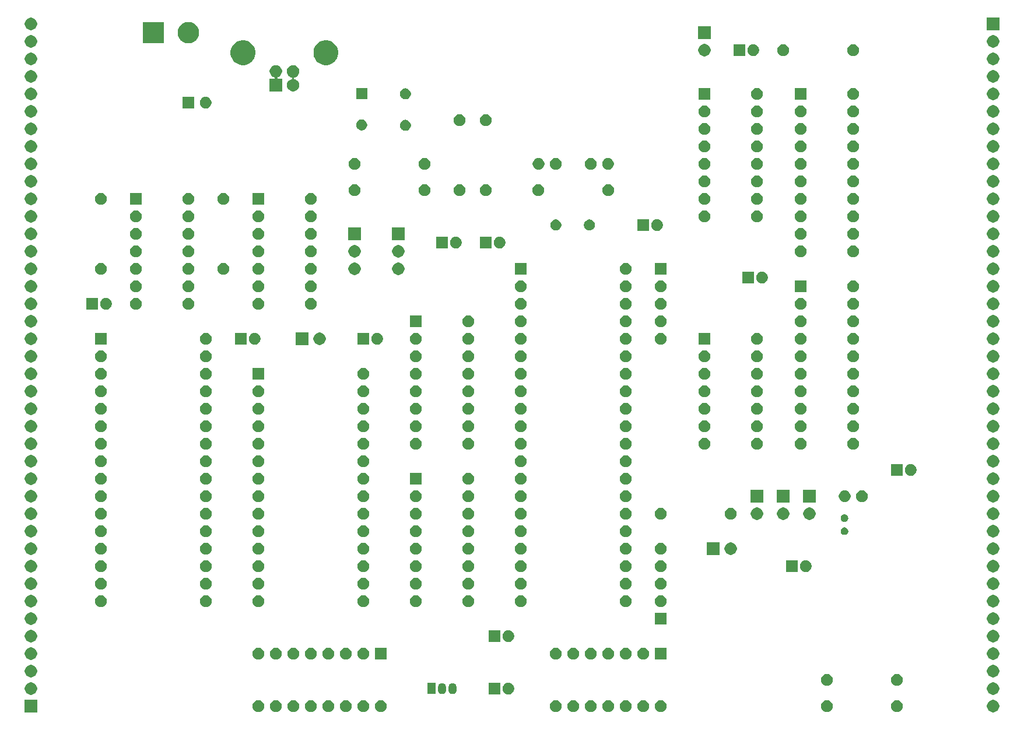
<source format=gbr>
G04 #@! TF.GenerationSoftware,KiCad,Pcbnew,(5.1.5-0-10_14)*
G04 #@! TF.CreationDate,2021-03-05T21:15:02+01:00*
G04 #@! TF.ProjectId,RCA2020-Mk1,52434132-3032-4302-9d4d-6b312e6b6963,4*
G04 #@! TF.SameCoordinates,Original*
G04 #@! TF.FileFunction,Soldermask,Bot*
G04 #@! TF.FilePolarity,Negative*
%FSLAX46Y46*%
G04 Gerber Fmt 4.6, Leading zero omitted, Abs format (unit mm)*
G04 Created by KiCad (PCBNEW (5.1.5-0-10_14)) date 2021-03-05 21:15:02*
%MOMM*%
%LPD*%
G04 APERTURE LIST*
%ADD10C,0.100000*%
G04 APERTURE END LIST*
D10*
G36*
X205853512Y-133723927D02*
G01*
X206002812Y-133753624D01*
X206166784Y-133821544D01*
X206314354Y-133920147D01*
X206439853Y-134045646D01*
X206538456Y-134193216D01*
X206606376Y-134357188D01*
X206641000Y-134531259D01*
X206641000Y-134708741D01*
X206606376Y-134882812D01*
X206538456Y-135046784D01*
X206439853Y-135194354D01*
X206314354Y-135319853D01*
X206166784Y-135418456D01*
X206002812Y-135486376D01*
X205853512Y-135516073D01*
X205828742Y-135521000D01*
X205651258Y-135521000D01*
X205626488Y-135516073D01*
X205477188Y-135486376D01*
X205313216Y-135418456D01*
X205165646Y-135319853D01*
X205040147Y-135194354D01*
X204941544Y-135046784D01*
X204873624Y-134882812D01*
X204839000Y-134708741D01*
X204839000Y-134531259D01*
X204873624Y-134357188D01*
X204941544Y-134193216D01*
X205040147Y-134045646D01*
X205165646Y-133920147D01*
X205313216Y-133821544D01*
X205477188Y-133753624D01*
X205626488Y-133723927D01*
X205651258Y-133719000D01*
X205828742Y-133719000D01*
X205853512Y-133723927D01*
G37*
G36*
X66941000Y-135521000D02*
G01*
X65139000Y-135521000D01*
X65139000Y-133719000D01*
X66941000Y-133719000D01*
X66941000Y-135521000D01*
G37*
G36*
X157728228Y-133801703D02*
G01*
X157883100Y-133865853D01*
X158022481Y-133958985D01*
X158141015Y-134077519D01*
X158234147Y-134216900D01*
X158298297Y-134371772D01*
X158331000Y-134536184D01*
X158331000Y-134703816D01*
X158298297Y-134868228D01*
X158234147Y-135023100D01*
X158141015Y-135162481D01*
X158022481Y-135281015D01*
X157883100Y-135374147D01*
X157728228Y-135438297D01*
X157563816Y-135471000D01*
X157396184Y-135471000D01*
X157231772Y-135438297D01*
X157076900Y-135374147D01*
X156937519Y-135281015D01*
X156818985Y-135162481D01*
X156725853Y-135023100D01*
X156661703Y-134868228D01*
X156629000Y-134703816D01*
X156629000Y-134536184D01*
X156661703Y-134371772D01*
X156725853Y-134216900D01*
X156818985Y-134077519D01*
X156937519Y-133958985D01*
X157076900Y-133865853D01*
X157231772Y-133801703D01*
X157396184Y-133769000D01*
X157563816Y-133769000D01*
X157728228Y-133801703D01*
G37*
G36*
X155188228Y-133801703D02*
G01*
X155343100Y-133865853D01*
X155482481Y-133958985D01*
X155601015Y-134077519D01*
X155694147Y-134216900D01*
X155758297Y-134371772D01*
X155791000Y-134536184D01*
X155791000Y-134703816D01*
X155758297Y-134868228D01*
X155694147Y-135023100D01*
X155601015Y-135162481D01*
X155482481Y-135281015D01*
X155343100Y-135374147D01*
X155188228Y-135438297D01*
X155023816Y-135471000D01*
X154856184Y-135471000D01*
X154691772Y-135438297D01*
X154536900Y-135374147D01*
X154397519Y-135281015D01*
X154278985Y-135162481D01*
X154185853Y-135023100D01*
X154121703Y-134868228D01*
X154089000Y-134703816D01*
X154089000Y-134536184D01*
X154121703Y-134371772D01*
X154185853Y-134216900D01*
X154278985Y-134077519D01*
X154397519Y-133958985D01*
X154536900Y-133865853D01*
X154691772Y-133801703D01*
X154856184Y-133769000D01*
X155023816Y-133769000D01*
X155188228Y-133801703D01*
G37*
G36*
X152648228Y-133801703D02*
G01*
X152803100Y-133865853D01*
X152942481Y-133958985D01*
X153061015Y-134077519D01*
X153154147Y-134216900D01*
X153218297Y-134371772D01*
X153251000Y-134536184D01*
X153251000Y-134703816D01*
X153218297Y-134868228D01*
X153154147Y-135023100D01*
X153061015Y-135162481D01*
X152942481Y-135281015D01*
X152803100Y-135374147D01*
X152648228Y-135438297D01*
X152483816Y-135471000D01*
X152316184Y-135471000D01*
X152151772Y-135438297D01*
X151996900Y-135374147D01*
X151857519Y-135281015D01*
X151738985Y-135162481D01*
X151645853Y-135023100D01*
X151581703Y-134868228D01*
X151549000Y-134703816D01*
X151549000Y-134536184D01*
X151581703Y-134371772D01*
X151645853Y-134216900D01*
X151738985Y-134077519D01*
X151857519Y-133958985D01*
X151996900Y-133865853D01*
X152151772Y-133801703D01*
X152316184Y-133769000D01*
X152483816Y-133769000D01*
X152648228Y-133801703D01*
G37*
G36*
X150108228Y-133801703D02*
G01*
X150263100Y-133865853D01*
X150402481Y-133958985D01*
X150521015Y-134077519D01*
X150614147Y-134216900D01*
X150678297Y-134371772D01*
X150711000Y-134536184D01*
X150711000Y-134703816D01*
X150678297Y-134868228D01*
X150614147Y-135023100D01*
X150521015Y-135162481D01*
X150402481Y-135281015D01*
X150263100Y-135374147D01*
X150108228Y-135438297D01*
X149943816Y-135471000D01*
X149776184Y-135471000D01*
X149611772Y-135438297D01*
X149456900Y-135374147D01*
X149317519Y-135281015D01*
X149198985Y-135162481D01*
X149105853Y-135023100D01*
X149041703Y-134868228D01*
X149009000Y-134703816D01*
X149009000Y-134536184D01*
X149041703Y-134371772D01*
X149105853Y-134216900D01*
X149198985Y-134077519D01*
X149317519Y-133958985D01*
X149456900Y-133865853D01*
X149611772Y-133801703D01*
X149776184Y-133769000D01*
X149943816Y-133769000D01*
X150108228Y-133801703D01*
G37*
G36*
X147568228Y-133801703D02*
G01*
X147723100Y-133865853D01*
X147862481Y-133958985D01*
X147981015Y-134077519D01*
X148074147Y-134216900D01*
X148138297Y-134371772D01*
X148171000Y-134536184D01*
X148171000Y-134703816D01*
X148138297Y-134868228D01*
X148074147Y-135023100D01*
X147981015Y-135162481D01*
X147862481Y-135281015D01*
X147723100Y-135374147D01*
X147568228Y-135438297D01*
X147403816Y-135471000D01*
X147236184Y-135471000D01*
X147071772Y-135438297D01*
X146916900Y-135374147D01*
X146777519Y-135281015D01*
X146658985Y-135162481D01*
X146565853Y-135023100D01*
X146501703Y-134868228D01*
X146469000Y-134703816D01*
X146469000Y-134536184D01*
X146501703Y-134371772D01*
X146565853Y-134216900D01*
X146658985Y-134077519D01*
X146777519Y-133958985D01*
X146916900Y-133865853D01*
X147071772Y-133801703D01*
X147236184Y-133769000D01*
X147403816Y-133769000D01*
X147568228Y-133801703D01*
G37*
G36*
X145028228Y-133801703D02*
G01*
X145183100Y-133865853D01*
X145322481Y-133958985D01*
X145441015Y-134077519D01*
X145534147Y-134216900D01*
X145598297Y-134371772D01*
X145631000Y-134536184D01*
X145631000Y-134703816D01*
X145598297Y-134868228D01*
X145534147Y-135023100D01*
X145441015Y-135162481D01*
X145322481Y-135281015D01*
X145183100Y-135374147D01*
X145028228Y-135438297D01*
X144863816Y-135471000D01*
X144696184Y-135471000D01*
X144531772Y-135438297D01*
X144376900Y-135374147D01*
X144237519Y-135281015D01*
X144118985Y-135162481D01*
X144025853Y-135023100D01*
X143961703Y-134868228D01*
X143929000Y-134703816D01*
X143929000Y-134536184D01*
X143961703Y-134371772D01*
X144025853Y-134216900D01*
X144118985Y-134077519D01*
X144237519Y-133958985D01*
X144376900Y-133865853D01*
X144531772Y-133801703D01*
X144696184Y-133769000D01*
X144863816Y-133769000D01*
X145028228Y-133801703D01*
G37*
G36*
X142488228Y-133801703D02*
G01*
X142643100Y-133865853D01*
X142782481Y-133958985D01*
X142901015Y-134077519D01*
X142994147Y-134216900D01*
X143058297Y-134371772D01*
X143091000Y-134536184D01*
X143091000Y-134703816D01*
X143058297Y-134868228D01*
X142994147Y-135023100D01*
X142901015Y-135162481D01*
X142782481Y-135281015D01*
X142643100Y-135374147D01*
X142488228Y-135438297D01*
X142323816Y-135471000D01*
X142156184Y-135471000D01*
X141991772Y-135438297D01*
X141836900Y-135374147D01*
X141697519Y-135281015D01*
X141578985Y-135162481D01*
X141485853Y-135023100D01*
X141421703Y-134868228D01*
X141389000Y-134703816D01*
X141389000Y-134536184D01*
X141421703Y-134371772D01*
X141485853Y-134216900D01*
X141578985Y-134077519D01*
X141697519Y-133958985D01*
X141836900Y-133865853D01*
X141991772Y-133801703D01*
X142156184Y-133769000D01*
X142323816Y-133769000D01*
X142488228Y-133801703D01*
G37*
G36*
X117088228Y-133801703D02*
G01*
X117243100Y-133865853D01*
X117382481Y-133958985D01*
X117501015Y-134077519D01*
X117594147Y-134216900D01*
X117658297Y-134371772D01*
X117691000Y-134536184D01*
X117691000Y-134703816D01*
X117658297Y-134868228D01*
X117594147Y-135023100D01*
X117501015Y-135162481D01*
X117382481Y-135281015D01*
X117243100Y-135374147D01*
X117088228Y-135438297D01*
X116923816Y-135471000D01*
X116756184Y-135471000D01*
X116591772Y-135438297D01*
X116436900Y-135374147D01*
X116297519Y-135281015D01*
X116178985Y-135162481D01*
X116085853Y-135023100D01*
X116021703Y-134868228D01*
X115989000Y-134703816D01*
X115989000Y-134536184D01*
X116021703Y-134371772D01*
X116085853Y-134216900D01*
X116178985Y-134077519D01*
X116297519Y-133958985D01*
X116436900Y-133865853D01*
X116591772Y-133801703D01*
X116756184Y-133769000D01*
X116923816Y-133769000D01*
X117088228Y-133801703D01*
G37*
G36*
X114548228Y-133801703D02*
G01*
X114703100Y-133865853D01*
X114842481Y-133958985D01*
X114961015Y-134077519D01*
X115054147Y-134216900D01*
X115118297Y-134371772D01*
X115151000Y-134536184D01*
X115151000Y-134703816D01*
X115118297Y-134868228D01*
X115054147Y-135023100D01*
X114961015Y-135162481D01*
X114842481Y-135281015D01*
X114703100Y-135374147D01*
X114548228Y-135438297D01*
X114383816Y-135471000D01*
X114216184Y-135471000D01*
X114051772Y-135438297D01*
X113896900Y-135374147D01*
X113757519Y-135281015D01*
X113638985Y-135162481D01*
X113545853Y-135023100D01*
X113481703Y-134868228D01*
X113449000Y-134703816D01*
X113449000Y-134536184D01*
X113481703Y-134371772D01*
X113545853Y-134216900D01*
X113638985Y-134077519D01*
X113757519Y-133958985D01*
X113896900Y-133865853D01*
X114051772Y-133801703D01*
X114216184Y-133769000D01*
X114383816Y-133769000D01*
X114548228Y-133801703D01*
G37*
G36*
X112008228Y-133801703D02*
G01*
X112163100Y-133865853D01*
X112302481Y-133958985D01*
X112421015Y-134077519D01*
X112514147Y-134216900D01*
X112578297Y-134371772D01*
X112611000Y-134536184D01*
X112611000Y-134703816D01*
X112578297Y-134868228D01*
X112514147Y-135023100D01*
X112421015Y-135162481D01*
X112302481Y-135281015D01*
X112163100Y-135374147D01*
X112008228Y-135438297D01*
X111843816Y-135471000D01*
X111676184Y-135471000D01*
X111511772Y-135438297D01*
X111356900Y-135374147D01*
X111217519Y-135281015D01*
X111098985Y-135162481D01*
X111005853Y-135023100D01*
X110941703Y-134868228D01*
X110909000Y-134703816D01*
X110909000Y-134536184D01*
X110941703Y-134371772D01*
X111005853Y-134216900D01*
X111098985Y-134077519D01*
X111217519Y-133958985D01*
X111356900Y-133865853D01*
X111511772Y-133801703D01*
X111676184Y-133769000D01*
X111843816Y-133769000D01*
X112008228Y-133801703D01*
G37*
G36*
X109468228Y-133801703D02*
G01*
X109623100Y-133865853D01*
X109762481Y-133958985D01*
X109881015Y-134077519D01*
X109974147Y-134216900D01*
X110038297Y-134371772D01*
X110071000Y-134536184D01*
X110071000Y-134703816D01*
X110038297Y-134868228D01*
X109974147Y-135023100D01*
X109881015Y-135162481D01*
X109762481Y-135281015D01*
X109623100Y-135374147D01*
X109468228Y-135438297D01*
X109303816Y-135471000D01*
X109136184Y-135471000D01*
X108971772Y-135438297D01*
X108816900Y-135374147D01*
X108677519Y-135281015D01*
X108558985Y-135162481D01*
X108465853Y-135023100D01*
X108401703Y-134868228D01*
X108369000Y-134703816D01*
X108369000Y-134536184D01*
X108401703Y-134371772D01*
X108465853Y-134216900D01*
X108558985Y-134077519D01*
X108677519Y-133958985D01*
X108816900Y-133865853D01*
X108971772Y-133801703D01*
X109136184Y-133769000D01*
X109303816Y-133769000D01*
X109468228Y-133801703D01*
G37*
G36*
X106928228Y-133801703D02*
G01*
X107083100Y-133865853D01*
X107222481Y-133958985D01*
X107341015Y-134077519D01*
X107434147Y-134216900D01*
X107498297Y-134371772D01*
X107531000Y-134536184D01*
X107531000Y-134703816D01*
X107498297Y-134868228D01*
X107434147Y-135023100D01*
X107341015Y-135162481D01*
X107222481Y-135281015D01*
X107083100Y-135374147D01*
X106928228Y-135438297D01*
X106763816Y-135471000D01*
X106596184Y-135471000D01*
X106431772Y-135438297D01*
X106276900Y-135374147D01*
X106137519Y-135281015D01*
X106018985Y-135162481D01*
X105925853Y-135023100D01*
X105861703Y-134868228D01*
X105829000Y-134703816D01*
X105829000Y-134536184D01*
X105861703Y-134371772D01*
X105925853Y-134216900D01*
X106018985Y-134077519D01*
X106137519Y-133958985D01*
X106276900Y-133865853D01*
X106431772Y-133801703D01*
X106596184Y-133769000D01*
X106763816Y-133769000D01*
X106928228Y-133801703D01*
G37*
G36*
X104388228Y-133801703D02*
G01*
X104543100Y-133865853D01*
X104682481Y-133958985D01*
X104801015Y-134077519D01*
X104894147Y-134216900D01*
X104958297Y-134371772D01*
X104991000Y-134536184D01*
X104991000Y-134703816D01*
X104958297Y-134868228D01*
X104894147Y-135023100D01*
X104801015Y-135162481D01*
X104682481Y-135281015D01*
X104543100Y-135374147D01*
X104388228Y-135438297D01*
X104223816Y-135471000D01*
X104056184Y-135471000D01*
X103891772Y-135438297D01*
X103736900Y-135374147D01*
X103597519Y-135281015D01*
X103478985Y-135162481D01*
X103385853Y-135023100D01*
X103321703Y-134868228D01*
X103289000Y-134703816D01*
X103289000Y-134536184D01*
X103321703Y-134371772D01*
X103385853Y-134216900D01*
X103478985Y-134077519D01*
X103597519Y-133958985D01*
X103736900Y-133865853D01*
X103891772Y-133801703D01*
X104056184Y-133769000D01*
X104223816Y-133769000D01*
X104388228Y-133801703D01*
G37*
G36*
X101848228Y-133801703D02*
G01*
X102003100Y-133865853D01*
X102142481Y-133958985D01*
X102261015Y-134077519D01*
X102354147Y-134216900D01*
X102418297Y-134371772D01*
X102451000Y-134536184D01*
X102451000Y-134703816D01*
X102418297Y-134868228D01*
X102354147Y-135023100D01*
X102261015Y-135162481D01*
X102142481Y-135281015D01*
X102003100Y-135374147D01*
X101848228Y-135438297D01*
X101683816Y-135471000D01*
X101516184Y-135471000D01*
X101351772Y-135438297D01*
X101196900Y-135374147D01*
X101057519Y-135281015D01*
X100938985Y-135162481D01*
X100845853Y-135023100D01*
X100781703Y-134868228D01*
X100749000Y-134703816D01*
X100749000Y-134536184D01*
X100781703Y-134371772D01*
X100845853Y-134216900D01*
X100938985Y-134077519D01*
X101057519Y-133958985D01*
X101196900Y-133865853D01*
X101351772Y-133801703D01*
X101516184Y-133769000D01*
X101683816Y-133769000D01*
X101848228Y-133801703D01*
G37*
G36*
X99308228Y-133801703D02*
G01*
X99463100Y-133865853D01*
X99602481Y-133958985D01*
X99721015Y-134077519D01*
X99814147Y-134216900D01*
X99878297Y-134371772D01*
X99911000Y-134536184D01*
X99911000Y-134703816D01*
X99878297Y-134868228D01*
X99814147Y-135023100D01*
X99721015Y-135162481D01*
X99602481Y-135281015D01*
X99463100Y-135374147D01*
X99308228Y-135438297D01*
X99143816Y-135471000D01*
X98976184Y-135471000D01*
X98811772Y-135438297D01*
X98656900Y-135374147D01*
X98517519Y-135281015D01*
X98398985Y-135162481D01*
X98305853Y-135023100D01*
X98241703Y-134868228D01*
X98209000Y-134703816D01*
X98209000Y-134536184D01*
X98241703Y-134371772D01*
X98305853Y-134216900D01*
X98398985Y-134077519D01*
X98517519Y-133958985D01*
X98656900Y-133865853D01*
X98811772Y-133801703D01*
X98976184Y-133769000D01*
X99143816Y-133769000D01*
X99308228Y-133801703D01*
G37*
G36*
X181858228Y-133801703D02*
G01*
X182013100Y-133865853D01*
X182152481Y-133958985D01*
X182271015Y-134077519D01*
X182364147Y-134216900D01*
X182428297Y-134371772D01*
X182461000Y-134536184D01*
X182461000Y-134703816D01*
X182428297Y-134868228D01*
X182364147Y-135023100D01*
X182271015Y-135162481D01*
X182152481Y-135281015D01*
X182013100Y-135374147D01*
X181858228Y-135438297D01*
X181693816Y-135471000D01*
X181526184Y-135471000D01*
X181361772Y-135438297D01*
X181206900Y-135374147D01*
X181067519Y-135281015D01*
X180948985Y-135162481D01*
X180855853Y-135023100D01*
X180791703Y-134868228D01*
X180759000Y-134703816D01*
X180759000Y-134536184D01*
X180791703Y-134371772D01*
X180855853Y-134216900D01*
X180948985Y-134077519D01*
X181067519Y-133958985D01*
X181206900Y-133865853D01*
X181361772Y-133801703D01*
X181526184Y-133769000D01*
X181693816Y-133769000D01*
X181858228Y-133801703D01*
G37*
G36*
X192018228Y-133801703D02*
G01*
X192173100Y-133865853D01*
X192312481Y-133958985D01*
X192431015Y-134077519D01*
X192524147Y-134216900D01*
X192588297Y-134371772D01*
X192621000Y-134536184D01*
X192621000Y-134703816D01*
X192588297Y-134868228D01*
X192524147Y-135023100D01*
X192431015Y-135162481D01*
X192312481Y-135281015D01*
X192173100Y-135374147D01*
X192018228Y-135438297D01*
X191853816Y-135471000D01*
X191686184Y-135471000D01*
X191521772Y-135438297D01*
X191366900Y-135374147D01*
X191227519Y-135281015D01*
X191108985Y-135162481D01*
X191015853Y-135023100D01*
X190951703Y-134868228D01*
X190919000Y-134703816D01*
X190919000Y-134536184D01*
X190951703Y-134371772D01*
X191015853Y-134216900D01*
X191108985Y-134077519D01*
X191227519Y-133958985D01*
X191366900Y-133865853D01*
X191521772Y-133801703D01*
X191686184Y-133769000D01*
X191853816Y-133769000D01*
X192018228Y-133801703D01*
G37*
G36*
X205853512Y-131183927D02*
G01*
X206002812Y-131213624D01*
X206166784Y-131281544D01*
X206314354Y-131380147D01*
X206439853Y-131505646D01*
X206538456Y-131653216D01*
X206606376Y-131817188D01*
X206641000Y-131991259D01*
X206641000Y-132168741D01*
X206606376Y-132342812D01*
X206538456Y-132506784D01*
X206439853Y-132654354D01*
X206314354Y-132779853D01*
X206166784Y-132878456D01*
X206002812Y-132946376D01*
X205853512Y-132976073D01*
X205828742Y-132981000D01*
X205651258Y-132981000D01*
X205626488Y-132976073D01*
X205477188Y-132946376D01*
X205313216Y-132878456D01*
X205165646Y-132779853D01*
X205040147Y-132654354D01*
X204941544Y-132506784D01*
X204873624Y-132342812D01*
X204839000Y-132168741D01*
X204839000Y-131991259D01*
X204873624Y-131817188D01*
X204941544Y-131653216D01*
X205040147Y-131505646D01*
X205165646Y-131380147D01*
X205313216Y-131281544D01*
X205477188Y-131213624D01*
X205626488Y-131183927D01*
X205651258Y-131179000D01*
X205828742Y-131179000D01*
X205853512Y-131183927D01*
G37*
G36*
X66153512Y-131183927D02*
G01*
X66302812Y-131213624D01*
X66466784Y-131281544D01*
X66614354Y-131380147D01*
X66739853Y-131505646D01*
X66838456Y-131653216D01*
X66906376Y-131817188D01*
X66941000Y-131991259D01*
X66941000Y-132168741D01*
X66906376Y-132342812D01*
X66838456Y-132506784D01*
X66739853Y-132654354D01*
X66614354Y-132779853D01*
X66466784Y-132878456D01*
X66302812Y-132946376D01*
X66153512Y-132976073D01*
X66128742Y-132981000D01*
X65951258Y-132981000D01*
X65926488Y-132976073D01*
X65777188Y-132946376D01*
X65613216Y-132878456D01*
X65465646Y-132779853D01*
X65340147Y-132654354D01*
X65241544Y-132506784D01*
X65173624Y-132342812D01*
X65139000Y-132168741D01*
X65139000Y-131991259D01*
X65173624Y-131817188D01*
X65241544Y-131653216D01*
X65340147Y-131505646D01*
X65465646Y-131380147D01*
X65613216Y-131281544D01*
X65777188Y-131213624D01*
X65926488Y-131183927D01*
X65951258Y-131179000D01*
X66128742Y-131179000D01*
X66153512Y-131183927D01*
G37*
G36*
X134201000Y-132931000D02*
G01*
X132499000Y-132931000D01*
X132499000Y-131229000D01*
X134201000Y-131229000D01*
X134201000Y-132931000D01*
G37*
G36*
X135598228Y-131261703D02*
G01*
X135753100Y-131325853D01*
X135892481Y-131418985D01*
X136011015Y-131537519D01*
X136104147Y-131676900D01*
X136168297Y-131831772D01*
X136201000Y-131996184D01*
X136201000Y-132163816D01*
X136168297Y-132328228D01*
X136104147Y-132483100D01*
X136011015Y-132622481D01*
X135892481Y-132741015D01*
X135753100Y-132834147D01*
X135598228Y-132898297D01*
X135433816Y-132931000D01*
X135266184Y-132931000D01*
X135101772Y-132898297D01*
X134946900Y-132834147D01*
X134807519Y-132741015D01*
X134688985Y-132622481D01*
X134595853Y-132483100D01*
X134531703Y-132328228D01*
X134499000Y-132163816D01*
X134499000Y-131996184D01*
X134531703Y-131831772D01*
X134595853Y-131676900D01*
X134688985Y-131537519D01*
X134807519Y-131418985D01*
X134946900Y-131325853D01*
X135101772Y-131261703D01*
X135266184Y-131229000D01*
X135433816Y-131229000D01*
X135598228Y-131261703D01*
G37*
G36*
X125842915Y-131287334D02*
G01*
X125951491Y-131320271D01*
X125951494Y-131320272D01*
X125987600Y-131339571D01*
X126051556Y-131373756D01*
X126139264Y-131445736D01*
X126211244Y-131533443D01*
X126245429Y-131597399D01*
X126264728Y-131633505D01*
X126264728Y-131633506D01*
X126264729Y-131633508D01*
X126297666Y-131742084D01*
X126306000Y-131826702D01*
X126306000Y-132333297D01*
X126297666Y-132417916D01*
X126264729Y-132526492D01*
X126264728Y-132526495D01*
X126245429Y-132562601D01*
X126211244Y-132626557D01*
X126139264Y-132714264D01*
X126051557Y-132786244D01*
X125987601Y-132820429D01*
X125951495Y-132839728D01*
X125951492Y-132839729D01*
X125842916Y-132872666D01*
X125730000Y-132883787D01*
X125617085Y-132872666D01*
X125508509Y-132839729D01*
X125508506Y-132839728D01*
X125472400Y-132820429D01*
X125408444Y-132786244D01*
X125320737Y-132714264D01*
X125248757Y-132626557D01*
X125243267Y-132616286D01*
X125195272Y-132526495D01*
X125195271Y-132526492D01*
X125162334Y-132417916D01*
X125154000Y-132333298D01*
X125154000Y-131826703D01*
X125162334Y-131742085D01*
X125195271Y-131633509D01*
X125195272Y-131633506D01*
X125232345Y-131564148D01*
X125248756Y-131533444D01*
X125320736Y-131445736D01*
X125408443Y-131373756D01*
X125472399Y-131339571D01*
X125508505Y-131320272D01*
X125508508Y-131320271D01*
X125617084Y-131287334D01*
X125730000Y-131276213D01*
X125842915Y-131287334D01*
G37*
G36*
X127366915Y-131287334D02*
G01*
X127475491Y-131320271D01*
X127475494Y-131320272D01*
X127511600Y-131339571D01*
X127575556Y-131373756D01*
X127663264Y-131445736D01*
X127735244Y-131533443D01*
X127769429Y-131597399D01*
X127788728Y-131633505D01*
X127788728Y-131633506D01*
X127788729Y-131633508D01*
X127821666Y-131742084D01*
X127830000Y-131826702D01*
X127830000Y-132333297D01*
X127821666Y-132417916D01*
X127788729Y-132526492D01*
X127788728Y-132526495D01*
X127769429Y-132562601D01*
X127735244Y-132626557D01*
X127663264Y-132714264D01*
X127575557Y-132786244D01*
X127511601Y-132820429D01*
X127475495Y-132839728D01*
X127475492Y-132839729D01*
X127366916Y-132872666D01*
X127254000Y-132883787D01*
X127141085Y-132872666D01*
X127032509Y-132839729D01*
X127032506Y-132839728D01*
X126996400Y-132820429D01*
X126932444Y-132786244D01*
X126844737Y-132714264D01*
X126772757Y-132626557D01*
X126767267Y-132616286D01*
X126719272Y-132526495D01*
X126719271Y-132526492D01*
X126686334Y-132417916D01*
X126678000Y-132333298D01*
X126678000Y-131826703D01*
X126686334Y-131742085D01*
X126719271Y-131633509D01*
X126719272Y-131633506D01*
X126756345Y-131564148D01*
X126772756Y-131533444D01*
X126844736Y-131445736D01*
X126932443Y-131373756D01*
X126996399Y-131339571D01*
X127032505Y-131320272D01*
X127032508Y-131320271D01*
X127141084Y-131287334D01*
X127254000Y-131276213D01*
X127366915Y-131287334D01*
G37*
G36*
X124782000Y-132881000D02*
G01*
X123630000Y-132881000D01*
X123630000Y-131279000D01*
X124782000Y-131279000D01*
X124782000Y-132881000D01*
G37*
G36*
X192018228Y-129991703D02*
G01*
X192173100Y-130055853D01*
X192312481Y-130148985D01*
X192431015Y-130267519D01*
X192524147Y-130406900D01*
X192588297Y-130561772D01*
X192621000Y-130726184D01*
X192621000Y-130893816D01*
X192588297Y-131058228D01*
X192524147Y-131213100D01*
X192431015Y-131352481D01*
X192312481Y-131471015D01*
X192173100Y-131564147D01*
X192018228Y-131628297D01*
X191853816Y-131661000D01*
X191686184Y-131661000D01*
X191521772Y-131628297D01*
X191366900Y-131564147D01*
X191227519Y-131471015D01*
X191108985Y-131352481D01*
X191015853Y-131213100D01*
X190951703Y-131058228D01*
X190919000Y-130893816D01*
X190919000Y-130726184D01*
X190951703Y-130561772D01*
X191015853Y-130406900D01*
X191108985Y-130267519D01*
X191227519Y-130148985D01*
X191366900Y-130055853D01*
X191521772Y-129991703D01*
X191686184Y-129959000D01*
X191853816Y-129959000D01*
X192018228Y-129991703D01*
G37*
G36*
X181858228Y-129991703D02*
G01*
X182013100Y-130055853D01*
X182152481Y-130148985D01*
X182271015Y-130267519D01*
X182364147Y-130406900D01*
X182428297Y-130561772D01*
X182461000Y-130726184D01*
X182461000Y-130893816D01*
X182428297Y-131058228D01*
X182364147Y-131213100D01*
X182271015Y-131352481D01*
X182152481Y-131471015D01*
X182013100Y-131564147D01*
X181858228Y-131628297D01*
X181693816Y-131661000D01*
X181526184Y-131661000D01*
X181361772Y-131628297D01*
X181206900Y-131564147D01*
X181067519Y-131471015D01*
X180948985Y-131352481D01*
X180855853Y-131213100D01*
X180791703Y-131058228D01*
X180759000Y-130893816D01*
X180759000Y-130726184D01*
X180791703Y-130561772D01*
X180855853Y-130406900D01*
X180948985Y-130267519D01*
X181067519Y-130148985D01*
X181206900Y-130055853D01*
X181361772Y-129991703D01*
X181526184Y-129959000D01*
X181693816Y-129959000D01*
X181858228Y-129991703D01*
G37*
G36*
X66153512Y-128643927D02*
G01*
X66302812Y-128673624D01*
X66466784Y-128741544D01*
X66614354Y-128840147D01*
X66739853Y-128965646D01*
X66838456Y-129113216D01*
X66906376Y-129277188D01*
X66941000Y-129451259D01*
X66941000Y-129628741D01*
X66906376Y-129802812D01*
X66838456Y-129966784D01*
X66739853Y-130114354D01*
X66614354Y-130239853D01*
X66466784Y-130338456D01*
X66302812Y-130406376D01*
X66153512Y-130436073D01*
X66128742Y-130441000D01*
X65951258Y-130441000D01*
X65926488Y-130436073D01*
X65777188Y-130406376D01*
X65613216Y-130338456D01*
X65465646Y-130239853D01*
X65340147Y-130114354D01*
X65241544Y-129966784D01*
X65173624Y-129802812D01*
X65139000Y-129628741D01*
X65139000Y-129451259D01*
X65173624Y-129277188D01*
X65241544Y-129113216D01*
X65340147Y-128965646D01*
X65465646Y-128840147D01*
X65613216Y-128741544D01*
X65777188Y-128673624D01*
X65926488Y-128643927D01*
X65951258Y-128639000D01*
X66128742Y-128639000D01*
X66153512Y-128643927D01*
G37*
G36*
X205853512Y-128643927D02*
G01*
X206002812Y-128673624D01*
X206166784Y-128741544D01*
X206314354Y-128840147D01*
X206439853Y-128965646D01*
X206538456Y-129113216D01*
X206606376Y-129277188D01*
X206641000Y-129451259D01*
X206641000Y-129628741D01*
X206606376Y-129802812D01*
X206538456Y-129966784D01*
X206439853Y-130114354D01*
X206314354Y-130239853D01*
X206166784Y-130338456D01*
X206002812Y-130406376D01*
X205853512Y-130436073D01*
X205828742Y-130441000D01*
X205651258Y-130441000D01*
X205626488Y-130436073D01*
X205477188Y-130406376D01*
X205313216Y-130338456D01*
X205165646Y-130239853D01*
X205040147Y-130114354D01*
X204941544Y-129966784D01*
X204873624Y-129802812D01*
X204839000Y-129628741D01*
X204839000Y-129451259D01*
X204873624Y-129277188D01*
X204941544Y-129113216D01*
X205040147Y-128965646D01*
X205165646Y-128840147D01*
X205313216Y-128741544D01*
X205477188Y-128673624D01*
X205626488Y-128643927D01*
X205651258Y-128639000D01*
X205828742Y-128639000D01*
X205853512Y-128643927D01*
G37*
G36*
X66153512Y-126103927D02*
G01*
X66302812Y-126133624D01*
X66466784Y-126201544D01*
X66614354Y-126300147D01*
X66739853Y-126425646D01*
X66838456Y-126573216D01*
X66906376Y-126737188D01*
X66941000Y-126911259D01*
X66941000Y-127088741D01*
X66906376Y-127262812D01*
X66838456Y-127426784D01*
X66739853Y-127574354D01*
X66614354Y-127699853D01*
X66466784Y-127798456D01*
X66302812Y-127866376D01*
X66153512Y-127896073D01*
X66128742Y-127901000D01*
X65951258Y-127901000D01*
X65926488Y-127896073D01*
X65777188Y-127866376D01*
X65613216Y-127798456D01*
X65465646Y-127699853D01*
X65340147Y-127574354D01*
X65241544Y-127426784D01*
X65173624Y-127262812D01*
X65139000Y-127088741D01*
X65139000Y-126911259D01*
X65173624Y-126737188D01*
X65241544Y-126573216D01*
X65340147Y-126425646D01*
X65465646Y-126300147D01*
X65613216Y-126201544D01*
X65777188Y-126133624D01*
X65926488Y-126103927D01*
X65951258Y-126099000D01*
X66128742Y-126099000D01*
X66153512Y-126103927D01*
G37*
G36*
X205853512Y-126103927D02*
G01*
X206002812Y-126133624D01*
X206166784Y-126201544D01*
X206314354Y-126300147D01*
X206439853Y-126425646D01*
X206538456Y-126573216D01*
X206606376Y-126737188D01*
X206641000Y-126911259D01*
X206641000Y-127088741D01*
X206606376Y-127262812D01*
X206538456Y-127426784D01*
X206439853Y-127574354D01*
X206314354Y-127699853D01*
X206166784Y-127798456D01*
X206002812Y-127866376D01*
X205853512Y-127896073D01*
X205828742Y-127901000D01*
X205651258Y-127901000D01*
X205626488Y-127896073D01*
X205477188Y-127866376D01*
X205313216Y-127798456D01*
X205165646Y-127699853D01*
X205040147Y-127574354D01*
X204941544Y-127426784D01*
X204873624Y-127262812D01*
X204839000Y-127088741D01*
X204839000Y-126911259D01*
X204873624Y-126737188D01*
X204941544Y-126573216D01*
X205040147Y-126425646D01*
X205165646Y-126300147D01*
X205313216Y-126201544D01*
X205477188Y-126133624D01*
X205626488Y-126103927D01*
X205651258Y-126099000D01*
X205828742Y-126099000D01*
X205853512Y-126103927D01*
G37*
G36*
X106928228Y-126181703D02*
G01*
X107083100Y-126245853D01*
X107222481Y-126338985D01*
X107341015Y-126457519D01*
X107434147Y-126596900D01*
X107498297Y-126751772D01*
X107531000Y-126916184D01*
X107531000Y-127083816D01*
X107498297Y-127248228D01*
X107434147Y-127403100D01*
X107341015Y-127542481D01*
X107222481Y-127661015D01*
X107083100Y-127754147D01*
X106928228Y-127818297D01*
X106763816Y-127851000D01*
X106596184Y-127851000D01*
X106431772Y-127818297D01*
X106276900Y-127754147D01*
X106137519Y-127661015D01*
X106018985Y-127542481D01*
X105925853Y-127403100D01*
X105861703Y-127248228D01*
X105829000Y-127083816D01*
X105829000Y-126916184D01*
X105861703Y-126751772D01*
X105925853Y-126596900D01*
X106018985Y-126457519D01*
X106137519Y-126338985D01*
X106276900Y-126245853D01*
X106431772Y-126181703D01*
X106596184Y-126149000D01*
X106763816Y-126149000D01*
X106928228Y-126181703D01*
G37*
G36*
X99308228Y-126181703D02*
G01*
X99463100Y-126245853D01*
X99602481Y-126338985D01*
X99721015Y-126457519D01*
X99814147Y-126596900D01*
X99878297Y-126751772D01*
X99911000Y-126916184D01*
X99911000Y-127083816D01*
X99878297Y-127248228D01*
X99814147Y-127403100D01*
X99721015Y-127542481D01*
X99602481Y-127661015D01*
X99463100Y-127754147D01*
X99308228Y-127818297D01*
X99143816Y-127851000D01*
X98976184Y-127851000D01*
X98811772Y-127818297D01*
X98656900Y-127754147D01*
X98517519Y-127661015D01*
X98398985Y-127542481D01*
X98305853Y-127403100D01*
X98241703Y-127248228D01*
X98209000Y-127083816D01*
X98209000Y-126916184D01*
X98241703Y-126751772D01*
X98305853Y-126596900D01*
X98398985Y-126457519D01*
X98517519Y-126338985D01*
X98656900Y-126245853D01*
X98811772Y-126181703D01*
X98976184Y-126149000D01*
X99143816Y-126149000D01*
X99308228Y-126181703D01*
G37*
G36*
X158331000Y-127851000D02*
G01*
X156629000Y-127851000D01*
X156629000Y-126149000D01*
X158331000Y-126149000D01*
X158331000Y-127851000D01*
G37*
G36*
X101848228Y-126181703D02*
G01*
X102003100Y-126245853D01*
X102142481Y-126338985D01*
X102261015Y-126457519D01*
X102354147Y-126596900D01*
X102418297Y-126751772D01*
X102451000Y-126916184D01*
X102451000Y-127083816D01*
X102418297Y-127248228D01*
X102354147Y-127403100D01*
X102261015Y-127542481D01*
X102142481Y-127661015D01*
X102003100Y-127754147D01*
X101848228Y-127818297D01*
X101683816Y-127851000D01*
X101516184Y-127851000D01*
X101351772Y-127818297D01*
X101196900Y-127754147D01*
X101057519Y-127661015D01*
X100938985Y-127542481D01*
X100845853Y-127403100D01*
X100781703Y-127248228D01*
X100749000Y-127083816D01*
X100749000Y-126916184D01*
X100781703Y-126751772D01*
X100845853Y-126596900D01*
X100938985Y-126457519D01*
X101057519Y-126338985D01*
X101196900Y-126245853D01*
X101351772Y-126181703D01*
X101516184Y-126149000D01*
X101683816Y-126149000D01*
X101848228Y-126181703D01*
G37*
G36*
X155188228Y-126181703D02*
G01*
X155343100Y-126245853D01*
X155482481Y-126338985D01*
X155601015Y-126457519D01*
X155694147Y-126596900D01*
X155758297Y-126751772D01*
X155791000Y-126916184D01*
X155791000Y-127083816D01*
X155758297Y-127248228D01*
X155694147Y-127403100D01*
X155601015Y-127542481D01*
X155482481Y-127661015D01*
X155343100Y-127754147D01*
X155188228Y-127818297D01*
X155023816Y-127851000D01*
X154856184Y-127851000D01*
X154691772Y-127818297D01*
X154536900Y-127754147D01*
X154397519Y-127661015D01*
X154278985Y-127542481D01*
X154185853Y-127403100D01*
X154121703Y-127248228D01*
X154089000Y-127083816D01*
X154089000Y-126916184D01*
X154121703Y-126751772D01*
X154185853Y-126596900D01*
X154278985Y-126457519D01*
X154397519Y-126338985D01*
X154536900Y-126245853D01*
X154691772Y-126181703D01*
X154856184Y-126149000D01*
X155023816Y-126149000D01*
X155188228Y-126181703D01*
G37*
G36*
X104388228Y-126181703D02*
G01*
X104543100Y-126245853D01*
X104682481Y-126338985D01*
X104801015Y-126457519D01*
X104894147Y-126596900D01*
X104958297Y-126751772D01*
X104991000Y-126916184D01*
X104991000Y-127083816D01*
X104958297Y-127248228D01*
X104894147Y-127403100D01*
X104801015Y-127542481D01*
X104682481Y-127661015D01*
X104543100Y-127754147D01*
X104388228Y-127818297D01*
X104223816Y-127851000D01*
X104056184Y-127851000D01*
X103891772Y-127818297D01*
X103736900Y-127754147D01*
X103597519Y-127661015D01*
X103478985Y-127542481D01*
X103385853Y-127403100D01*
X103321703Y-127248228D01*
X103289000Y-127083816D01*
X103289000Y-126916184D01*
X103321703Y-126751772D01*
X103385853Y-126596900D01*
X103478985Y-126457519D01*
X103597519Y-126338985D01*
X103736900Y-126245853D01*
X103891772Y-126181703D01*
X104056184Y-126149000D01*
X104223816Y-126149000D01*
X104388228Y-126181703D01*
G37*
G36*
X152648228Y-126181703D02*
G01*
X152803100Y-126245853D01*
X152942481Y-126338985D01*
X153061015Y-126457519D01*
X153154147Y-126596900D01*
X153218297Y-126751772D01*
X153251000Y-126916184D01*
X153251000Y-127083816D01*
X153218297Y-127248228D01*
X153154147Y-127403100D01*
X153061015Y-127542481D01*
X152942481Y-127661015D01*
X152803100Y-127754147D01*
X152648228Y-127818297D01*
X152483816Y-127851000D01*
X152316184Y-127851000D01*
X152151772Y-127818297D01*
X151996900Y-127754147D01*
X151857519Y-127661015D01*
X151738985Y-127542481D01*
X151645853Y-127403100D01*
X151581703Y-127248228D01*
X151549000Y-127083816D01*
X151549000Y-126916184D01*
X151581703Y-126751772D01*
X151645853Y-126596900D01*
X151738985Y-126457519D01*
X151857519Y-126338985D01*
X151996900Y-126245853D01*
X152151772Y-126181703D01*
X152316184Y-126149000D01*
X152483816Y-126149000D01*
X152648228Y-126181703D01*
G37*
G36*
X150108228Y-126181703D02*
G01*
X150263100Y-126245853D01*
X150402481Y-126338985D01*
X150521015Y-126457519D01*
X150614147Y-126596900D01*
X150678297Y-126751772D01*
X150711000Y-126916184D01*
X150711000Y-127083816D01*
X150678297Y-127248228D01*
X150614147Y-127403100D01*
X150521015Y-127542481D01*
X150402481Y-127661015D01*
X150263100Y-127754147D01*
X150108228Y-127818297D01*
X149943816Y-127851000D01*
X149776184Y-127851000D01*
X149611772Y-127818297D01*
X149456900Y-127754147D01*
X149317519Y-127661015D01*
X149198985Y-127542481D01*
X149105853Y-127403100D01*
X149041703Y-127248228D01*
X149009000Y-127083816D01*
X149009000Y-126916184D01*
X149041703Y-126751772D01*
X149105853Y-126596900D01*
X149198985Y-126457519D01*
X149317519Y-126338985D01*
X149456900Y-126245853D01*
X149611772Y-126181703D01*
X149776184Y-126149000D01*
X149943816Y-126149000D01*
X150108228Y-126181703D01*
G37*
G36*
X109468228Y-126181703D02*
G01*
X109623100Y-126245853D01*
X109762481Y-126338985D01*
X109881015Y-126457519D01*
X109974147Y-126596900D01*
X110038297Y-126751772D01*
X110071000Y-126916184D01*
X110071000Y-127083816D01*
X110038297Y-127248228D01*
X109974147Y-127403100D01*
X109881015Y-127542481D01*
X109762481Y-127661015D01*
X109623100Y-127754147D01*
X109468228Y-127818297D01*
X109303816Y-127851000D01*
X109136184Y-127851000D01*
X108971772Y-127818297D01*
X108816900Y-127754147D01*
X108677519Y-127661015D01*
X108558985Y-127542481D01*
X108465853Y-127403100D01*
X108401703Y-127248228D01*
X108369000Y-127083816D01*
X108369000Y-126916184D01*
X108401703Y-126751772D01*
X108465853Y-126596900D01*
X108558985Y-126457519D01*
X108677519Y-126338985D01*
X108816900Y-126245853D01*
X108971772Y-126181703D01*
X109136184Y-126149000D01*
X109303816Y-126149000D01*
X109468228Y-126181703D01*
G37*
G36*
X147568228Y-126181703D02*
G01*
X147723100Y-126245853D01*
X147862481Y-126338985D01*
X147981015Y-126457519D01*
X148074147Y-126596900D01*
X148138297Y-126751772D01*
X148171000Y-126916184D01*
X148171000Y-127083816D01*
X148138297Y-127248228D01*
X148074147Y-127403100D01*
X147981015Y-127542481D01*
X147862481Y-127661015D01*
X147723100Y-127754147D01*
X147568228Y-127818297D01*
X147403816Y-127851000D01*
X147236184Y-127851000D01*
X147071772Y-127818297D01*
X146916900Y-127754147D01*
X146777519Y-127661015D01*
X146658985Y-127542481D01*
X146565853Y-127403100D01*
X146501703Y-127248228D01*
X146469000Y-127083816D01*
X146469000Y-126916184D01*
X146501703Y-126751772D01*
X146565853Y-126596900D01*
X146658985Y-126457519D01*
X146777519Y-126338985D01*
X146916900Y-126245853D01*
X147071772Y-126181703D01*
X147236184Y-126149000D01*
X147403816Y-126149000D01*
X147568228Y-126181703D01*
G37*
G36*
X112008228Y-126181703D02*
G01*
X112163100Y-126245853D01*
X112302481Y-126338985D01*
X112421015Y-126457519D01*
X112514147Y-126596900D01*
X112578297Y-126751772D01*
X112611000Y-126916184D01*
X112611000Y-127083816D01*
X112578297Y-127248228D01*
X112514147Y-127403100D01*
X112421015Y-127542481D01*
X112302481Y-127661015D01*
X112163100Y-127754147D01*
X112008228Y-127818297D01*
X111843816Y-127851000D01*
X111676184Y-127851000D01*
X111511772Y-127818297D01*
X111356900Y-127754147D01*
X111217519Y-127661015D01*
X111098985Y-127542481D01*
X111005853Y-127403100D01*
X110941703Y-127248228D01*
X110909000Y-127083816D01*
X110909000Y-126916184D01*
X110941703Y-126751772D01*
X111005853Y-126596900D01*
X111098985Y-126457519D01*
X111217519Y-126338985D01*
X111356900Y-126245853D01*
X111511772Y-126181703D01*
X111676184Y-126149000D01*
X111843816Y-126149000D01*
X112008228Y-126181703D01*
G37*
G36*
X145028228Y-126181703D02*
G01*
X145183100Y-126245853D01*
X145322481Y-126338985D01*
X145441015Y-126457519D01*
X145534147Y-126596900D01*
X145598297Y-126751772D01*
X145631000Y-126916184D01*
X145631000Y-127083816D01*
X145598297Y-127248228D01*
X145534147Y-127403100D01*
X145441015Y-127542481D01*
X145322481Y-127661015D01*
X145183100Y-127754147D01*
X145028228Y-127818297D01*
X144863816Y-127851000D01*
X144696184Y-127851000D01*
X144531772Y-127818297D01*
X144376900Y-127754147D01*
X144237519Y-127661015D01*
X144118985Y-127542481D01*
X144025853Y-127403100D01*
X143961703Y-127248228D01*
X143929000Y-127083816D01*
X143929000Y-126916184D01*
X143961703Y-126751772D01*
X144025853Y-126596900D01*
X144118985Y-126457519D01*
X144237519Y-126338985D01*
X144376900Y-126245853D01*
X144531772Y-126181703D01*
X144696184Y-126149000D01*
X144863816Y-126149000D01*
X145028228Y-126181703D01*
G37*
G36*
X114548228Y-126181703D02*
G01*
X114703100Y-126245853D01*
X114842481Y-126338985D01*
X114961015Y-126457519D01*
X115054147Y-126596900D01*
X115118297Y-126751772D01*
X115151000Y-126916184D01*
X115151000Y-127083816D01*
X115118297Y-127248228D01*
X115054147Y-127403100D01*
X114961015Y-127542481D01*
X114842481Y-127661015D01*
X114703100Y-127754147D01*
X114548228Y-127818297D01*
X114383816Y-127851000D01*
X114216184Y-127851000D01*
X114051772Y-127818297D01*
X113896900Y-127754147D01*
X113757519Y-127661015D01*
X113638985Y-127542481D01*
X113545853Y-127403100D01*
X113481703Y-127248228D01*
X113449000Y-127083816D01*
X113449000Y-126916184D01*
X113481703Y-126751772D01*
X113545853Y-126596900D01*
X113638985Y-126457519D01*
X113757519Y-126338985D01*
X113896900Y-126245853D01*
X114051772Y-126181703D01*
X114216184Y-126149000D01*
X114383816Y-126149000D01*
X114548228Y-126181703D01*
G37*
G36*
X142488228Y-126181703D02*
G01*
X142643100Y-126245853D01*
X142782481Y-126338985D01*
X142901015Y-126457519D01*
X142994147Y-126596900D01*
X143058297Y-126751772D01*
X143091000Y-126916184D01*
X143091000Y-127083816D01*
X143058297Y-127248228D01*
X142994147Y-127403100D01*
X142901015Y-127542481D01*
X142782481Y-127661015D01*
X142643100Y-127754147D01*
X142488228Y-127818297D01*
X142323816Y-127851000D01*
X142156184Y-127851000D01*
X141991772Y-127818297D01*
X141836900Y-127754147D01*
X141697519Y-127661015D01*
X141578985Y-127542481D01*
X141485853Y-127403100D01*
X141421703Y-127248228D01*
X141389000Y-127083816D01*
X141389000Y-126916184D01*
X141421703Y-126751772D01*
X141485853Y-126596900D01*
X141578985Y-126457519D01*
X141697519Y-126338985D01*
X141836900Y-126245853D01*
X141991772Y-126181703D01*
X142156184Y-126149000D01*
X142323816Y-126149000D01*
X142488228Y-126181703D01*
G37*
G36*
X117691000Y-127851000D02*
G01*
X115989000Y-127851000D01*
X115989000Y-126149000D01*
X117691000Y-126149000D01*
X117691000Y-127851000D01*
G37*
G36*
X205853512Y-123563927D02*
G01*
X206002812Y-123593624D01*
X206166784Y-123661544D01*
X206314354Y-123760147D01*
X206439853Y-123885646D01*
X206538456Y-124033216D01*
X206606376Y-124197188D01*
X206641000Y-124371259D01*
X206641000Y-124548741D01*
X206606376Y-124722812D01*
X206538456Y-124886784D01*
X206439853Y-125034354D01*
X206314354Y-125159853D01*
X206166784Y-125258456D01*
X206002812Y-125326376D01*
X205853512Y-125356073D01*
X205828742Y-125361000D01*
X205651258Y-125361000D01*
X205626488Y-125356073D01*
X205477188Y-125326376D01*
X205313216Y-125258456D01*
X205165646Y-125159853D01*
X205040147Y-125034354D01*
X204941544Y-124886784D01*
X204873624Y-124722812D01*
X204839000Y-124548741D01*
X204839000Y-124371259D01*
X204873624Y-124197188D01*
X204941544Y-124033216D01*
X205040147Y-123885646D01*
X205165646Y-123760147D01*
X205313216Y-123661544D01*
X205477188Y-123593624D01*
X205626488Y-123563927D01*
X205651258Y-123559000D01*
X205828742Y-123559000D01*
X205853512Y-123563927D01*
G37*
G36*
X66153512Y-123563927D02*
G01*
X66302812Y-123593624D01*
X66466784Y-123661544D01*
X66614354Y-123760147D01*
X66739853Y-123885646D01*
X66838456Y-124033216D01*
X66906376Y-124197188D01*
X66941000Y-124371259D01*
X66941000Y-124548741D01*
X66906376Y-124722812D01*
X66838456Y-124886784D01*
X66739853Y-125034354D01*
X66614354Y-125159853D01*
X66466784Y-125258456D01*
X66302812Y-125326376D01*
X66153512Y-125356073D01*
X66128742Y-125361000D01*
X65951258Y-125361000D01*
X65926488Y-125356073D01*
X65777188Y-125326376D01*
X65613216Y-125258456D01*
X65465646Y-125159853D01*
X65340147Y-125034354D01*
X65241544Y-124886784D01*
X65173624Y-124722812D01*
X65139000Y-124548741D01*
X65139000Y-124371259D01*
X65173624Y-124197188D01*
X65241544Y-124033216D01*
X65340147Y-123885646D01*
X65465646Y-123760147D01*
X65613216Y-123661544D01*
X65777188Y-123593624D01*
X65926488Y-123563927D01*
X65951258Y-123559000D01*
X66128742Y-123559000D01*
X66153512Y-123563927D01*
G37*
G36*
X135598228Y-123641703D02*
G01*
X135753100Y-123705853D01*
X135892481Y-123798985D01*
X136011015Y-123917519D01*
X136104147Y-124056900D01*
X136168297Y-124211772D01*
X136201000Y-124376184D01*
X136201000Y-124543816D01*
X136168297Y-124708228D01*
X136104147Y-124863100D01*
X136011015Y-125002481D01*
X135892481Y-125121015D01*
X135753100Y-125214147D01*
X135598228Y-125278297D01*
X135433816Y-125311000D01*
X135266184Y-125311000D01*
X135101772Y-125278297D01*
X134946900Y-125214147D01*
X134807519Y-125121015D01*
X134688985Y-125002481D01*
X134595853Y-124863100D01*
X134531703Y-124708228D01*
X134499000Y-124543816D01*
X134499000Y-124376184D01*
X134531703Y-124211772D01*
X134595853Y-124056900D01*
X134688985Y-123917519D01*
X134807519Y-123798985D01*
X134946900Y-123705853D01*
X135101772Y-123641703D01*
X135266184Y-123609000D01*
X135433816Y-123609000D01*
X135598228Y-123641703D01*
G37*
G36*
X134201000Y-125311000D02*
G01*
X132499000Y-125311000D01*
X132499000Y-123609000D01*
X134201000Y-123609000D01*
X134201000Y-125311000D01*
G37*
G36*
X205853512Y-121023927D02*
G01*
X206002812Y-121053624D01*
X206166784Y-121121544D01*
X206314354Y-121220147D01*
X206439853Y-121345646D01*
X206538456Y-121493216D01*
X206606376Y-121657188D01*
X206641000Y-121831259D01*
X206641000Y-122008741D01*
X206606376Y-122182812D01*
X206538456Y-122346784D01*
X206439853Y-122494354D01*
X206314354Y-122619853D01*
X206166784Y-122718456D01*
X206002812Y-122786376D01*
X205853512Y-122816073D01*
X205828742Y-122821000D01*
X205651258Y-122821000D01*
X205626488Y-122816073D01*
X205477188Y-122786376D01*
X205313216Y-122718456D01*
X205165646Y-122619853D01*
X205040147Y-122494354D01*
X204941544Y-122346784D01*
X204873624Y-122182812D01*
X204839000Y-122008741D01*
X204839000Y-121831259D01*
X204873624Y-121657188D01*
X204941544Y-121493216D01*
X205040147Y-121345646D01*
X205165646Y-121220147D01*
X205313216Y-121121544D01*
X205477188Y-121053624D01*
X205626488Y-121023927D01*
X205651258Y-121019000D01*
X205828742Y-121019000D01*
X205853512Y-121023927D01*
G37*
G36*
X66153512Y-121023927D02*
G01*
X66302812Y-121053624D01*
X66466784Y-121121544D01*
X66614354Y-121220147D01*
X66739853Y-121345646D01*
X66838456Y-121493216D01*
X66906376Y-121657188D01*
X66941000Y-121831259D01*
X66941000Y-122008741D01*
X66906376Y-122182812D01*
X66838456Y-122346784D01*
X66739853Y-122494354D01*
X66614354Y-122619853D01*
X66466784Y-122718456D01*
X66302812Y-122786376D01*
X66153512Y-122816073D01*
X66128742Y-122821000D01*
X65951258Y-122821000D01*
X65926488Y-122816073D01*
X65777188Y-122786376D01*
X65613216Y-122718456D01*
X65465646Y-122619853D01*
X65340147Y-122494354D01*
X65241544Y-122346784D01*
X65173624Y-122182812D01*
X65139000Y-122008741D01*
X65139000Y-121831259D01*
X65173624Y-121657188D01*
X65241544Y-121493216D01*
X65340147Y-121345646D01*
X65465646Y-121220147D01*
X65613216Y-121121544D01*
X65777188Y-121053624D01*
X65926488Y-121023927D01*
X65951258Y-121019000D01*
X66128742Y-121019000D01*
X66153512Y-121023927D01*
G37*
G36*
X158331000Y-122771000D02*
G01*
X156629000Y-122771000D01*
X156629000Y-121069000D01*
X158331000Y-121069000D01*
X158331000Y-122771000D01*
G37*
G36*
X205853512Y-118483927D02*
G01*
X206002812Y-118513624D01*
X206166784Y-118581544D01*
X206314354Y-118680147D01*
X206439853Y-118805646D01*
X206538456Y-118953216D01*
X206606376Y-119117188D01*
X206641000Y-119291259D01*
X206641000Y-119468741D01*
X206606376Y-119642812D01*
X206538456Y-119806784D01*
X206439853Y-119954354D01*
X206314354Y-120079853D01*
X206166784Y-120178456D01*
X206002812Y-120246376D01*
X205853512Y-120276073D01*
X205828742Y-120281000D01*
X205651258Y-120281000D01*
X205626488Y-120276073D01*
X205477188Y-120246376D01*
X205313216Y-120178456D01*
X205165646Y-120079853D01*
X205040147Y-119954354D01*
X204941544Y-119806784D01*
X204873624Y-119642812D01*
X204839000Y-119468741D01*
X204839000Y-119291259D01*
X204873624Y-119117188D01*
X204941544Y-118953216D01*
X205040147Y-118805646D01*
X205165646Y-118680147D01*
X205313216Y-118581544D01*
X205477188Y-118513624D01*
X205626488Y-118483927D01*
X205651258Y-118479000D01*
X205828742Y-118479000D01*
X205853512Y-118483927D01*
G37*
G36*
X66153512Y-118483927D02*
G01*
X66302812Y-118513624D01*
X66466784Y-118581544D01*
X66614354Y-118680147D01*
X66739853Y-118805646D01*
X66838456Y-118953216D01*
X66906376Y-119117188D01*
X66941000Y-119291259D01*
X66941000Y-119468741D01*
X66906376Y-119642812D01*
X66838456Y-119806784D01*
X66739853Y-119954354D01*
X66614354Y-120079853D01*
X66466784Y-120178456D01*
X66302812Y-120246376D01*
X66153512Y-120276073D01*
X66128742Y-120281000D01*
X65951258Y-120281000D01*
X65926488Y-120276073D01*
X65777188Y-120246376D01*
X65613216Y-120178456D01*
X65465646Y-120079853D01*
X65340147Y-119954354D01*
X65241544Y-119806784D01*
X65173624Y-119642812D01*
X65139000Y-119468741D01*
X65139000Y-119291259D01*
X65173624Y-119117188D01*
X65241544Y-118953216D01*
X65340147Y-118805646D01*
X65465646Y-118680147D01*
X65613216Y-118581544D01*
X65777188Y-118513624D01*
X65926488Y-118483927D01*
X65951258Y-118479000D01*
X66128742Y-118479000D01*
X66153512Y-118483927D01*
G37*
G36*
X137408228Y-118561703D02*
G01*
X137563100Y-118625853D01*
X137702481Y-118718985D01*
X137821015Y-118837519D01*
X137914147Y-118976900D01*
X137978297Y-119131772D01*
X138011000Y-119296184D01*
X138011000Y-119463816D01*
X137978297Y-119628228D01*
X137914147Y-119783100D01*
X137821015Y-119922481D01*
X137702481Y-120041015D01*
X137563100Y-120134147D01*
X137408228Y-120198297D01*
X137243816Y-120231000D01*
X137076184Y-120231000D01*
X136911772Y-120198297D01*
X136756900Y-120134147D01*
X136617519Y-120041015D01*
X136498985Y-119922481D01*
X136405853Y-119783100D01*
X136341703Y-119628228D01*
X136309000Y-119463816D01*
X136309000Y-119296184D01*
X136341703Y-119131772D01*
X136405853Y-118976900D01*
X136498985Y-118837519D01*
X136617519Y-118718985D01*
X136756900Y-118625853D01*
X136911772Y-118561703D01*
X137076184Y-118529000D01*
X137243816Y-118529000D01*
X137408228Y-118561703D01*
G37*
G36*
X99308228Y-118561703D02*
G01*
X99463100Y-118625853D01*
X99602481Y-118718985D01*
X99721015Y-118837519D01*
X99814147Y-118976900D01*
X99878297Y-119131772D01*
X99911000Y-119296184D01*
X99911000Y-119463816D01*
X99878297Y-119628228D01*
X99814147Y-119783100D01*
X99721015Y-119922481D01*
X99602481Y-120041015D01*
X99463100Y-120134147D01*
X99308228Y-120198297D01*
X99143816Y-120231000D01*
X98976184Y-120231000D01*
X98811772Y-120198297D01*
X98656900Y-120134147D01*
X98517519Y-120041015D01*
X98398985Y-119922481D01*
X98305853Y-119783100D01*
X98241703Y-119628228D01*
X98209000Y-119463816D01*
X98209000Y-119296184D01*
X98241703Y-119131772D01*
X98305853Y-118976900D01*
X98398985Y-118837519D01*
X98517519Y-118718985D01*
X98656900Y-118625853D01*
X98811772Y-118561703D01*
X98976184Y-118529000D01*
X99143816Y-118529000D01*
X99308228Y-118561703D01*
G37*
G36*
X91688228Y-118561703D02*
G01*
X91843100Y-118625853D01*
X91982481Y-118718985D01*
X92101015Y-118837519D01*
X92194147Y-118976900D01*
X92258297Y-119131772D01*
X92291000Y-119296184D01*
X92291000Y-119463816D01*
X92258297Y-119628228D01*
X92194147Y-119783100D01*
X92101015Y-119922481D01*
X91982481Y-120041015D01*
X91843100Y-120134147D01*
X91688228Y-120198297D01*
X91523816Y-120231000D01*
X91356184Y-120231000D01*
X91191772Y-120198297D01*
X91036900Y-120134147D01*
X90897519Y-120041015D01*
X90778985Y-119922481D01*
X90685853Y-119783100D01*
X90621703Y-119628228D01*
X90589000Y-119463816D01*
X90589000Y-119296184D01*
X90621703Y-119131772D01*
X90685853Y-118976900D01*
X90778985Y-118837519D01*
X90897519Y-118718985D01*
X91036900Y-118625853D01*
X91191772Y-118561703D01*
X91356184Y-118529000D01*
X91523816Y-118529000D01*
X91688228Y-118561703D01*
G37*
G36*
X114548228Y-118561703D02*
G01*
X114703100Y-118625853D01*
X114842481Y-118718985D01*
X114961015Y-118837519D01*
X115054147Y-118976900D01*
X115118297Y-119131772D01*
X115151000Y-119296184D01*
X115151000Y-119463816D01*
X115118297Y-119628228D01*
X115054147Y-119783100D01*
X114961015Y-119922481D01*
X114842481Y-120041015D01*
X114703100Y-120134147D01*
X114548228Y-120198297D01*
X114383816Y-120231000D01*
X114216184Y-120231000D01*
X114051772Y-120198297D01*
X113896900Y-120134147D01*
X113757519Y-120041015D01*
X113638985Y-119922481D01*
X113545853Y-119783100D01*
X113481703Y-119628228D01*
X113449000Y-119463816D01*
X113449000Y-119296184D01*
X113481703Y-119131772D01*
X113545853Y-118976900D01*
X113638985Y-118837519D01*
X113757519Y-118718985D01*
X113896900Y-118625853D01*
X114051772Y-118561703D01*
X114216184Y-118529000D01*
X114383816Y-118529000D01*
X114548228Y-118561703D01*
G37*
G36*
X122168228Y-118561703D02*
G01*
X122323100Y-118625853D01*
X122462481Y-118718985D01*
X122581015Y-118837519D01*
X122674147Y-118976900D01*
X122738297Y-119131772D01*
X122771000Y-119296184D01*
X122771000Y-119463816D01*
X122738297Y-119628228D01*
X122674147Y-119783100D01*
X122581015Y-119922481D01*
X122462481Y-120041015D01*
X122323100Y-120134147D01*
X122168228Y-120198297D01*
X122003816Y-120231000D01*
X121836184Y-120231000D01*
X121671772Y-120198297D01*
X121516900Y-120134147D01*
X121377519Y-120041015D01*
X121258985Y-119922481D01*
X121165853Y-119783100D01*
X121101703Y-119628228D01*
X121069000Y-119463816D01*
X121069000Y-119296184D01*
X121101703Y-119131772D01*
X121165853Y-118976900D01*
X121258985Y-118837519D01*
X121377519Y-118718985D01*
X121516900Y-118625853D01*
X121671772Y-118561703D01*
X121836184Y-118529000D01*
X122003816Y-118529000D01*
X122168228Y-118561703D01*
G37*
G36*
X76448228Y-118561703D02*
G01*
X76603100Y-118625853D01*
X76742481Y-118718985D01*
X76861015Y-118837519D01*
X76954147Y-118976900D01*
X77018297Y-119131772D01*
X77051000Y-119296184D01*
X77051000Y-119463816D01*
X77018297Y-119628228D01*
X76954147Y-119783100D01*
X76861015Y-119922481D01*
X76742481Y-120041015D01*
X76603100Y-120134147D01*
X76448228Y-120198297D01*
X76283816Y-120231000D01*
X76116184Y-120231000D01*
X75951772Y-120198297D01*
X75796900Y-120134147D01*
X75657519Y-120041015D01*
X75538985Y-119922481D01*
X75445853Y-119783100D01*
X75381703Y-119628228D01*
X75349000Y-119463816D01*
X75349000Y-119296184D01*
X75381703Y-119131772D01*
X75445853Y-118976900D01*
X75538985Y-118837519D01*
X75657519Y-118718985D01*
X75796900Y-118625853D01*
X75951772Y-118561703D01*
X76116184Y-118529000D01*
X76283816Y-118529000D01*
X76448228Y-118561703D01*
G37*
G36*
X129788228Y-118561703D02*
G01*
X129943100Y-118625853D01*
X130082481Y-118718985D01*
X130201015Y-118837519D01*
X130294147Y-118976900D01*
X130358297Y-119131772D01*
X130391000Y-119296184D01*
X130391000Y-119463816D01*
X130358297Y-119628228D01*
X130294147Y-119783100D01*
X130201015Y-119922481D01*
X130082481Y-120041015D01*
X129943100Y-120134147D01*
X129788228Y-120198297D01*
X129623816Y-120231000D01*
X129456184Y-120231000D01*
X129291772Y-120198297D01*
X129136900Y-120134147D01*
X128997519Y-120041015D01*
X128878985Y-119922481D01*
X128785853Y-119783100D01*
X128721703Y-119628228D01*
X128689000Y-119463816D01*
X128689000Y-119296184D01*
X128721703Y-119131772D01*
X128785853Y-118976900D01*
X128878985Y-118837519D01*
X128997519Y-118718985D01*
X129136900Y-118625853D01*
X129291772Y-118561703D01*
X129456184Y-118529000D01*
X129623816Y-118529000D01*
X129788228Y-118561703D01*
G37*
G36*
X152648228Y-118561703D02*
G01*
X152803100Y-118625853D01*
X152942481Y-118718985D01*
X153061015Y-118837519D01*
X153154147Y-118976900D01*
X153218297Y-119131772D01*
X153251000Y-119296184D01*
X153251000Y-119463816D01*
X153218297Y-119628228D01*
X153154147Y-119783100D01*
X153061015Y-119922481D01*
X152942481Y-120041015D01*
X152803100Y-120134147D01*
X152648228Y-120198297D01*
X152483816Y-120231000D01*
X152316184Y-120231000D01*
X152151772Y-120198297D01*
X151996900Y-120134147D01*
X151857519Y-120041015D01*
X151738985Y-119922481D01*
X151645853Y-119783100D01*
X151581703Y-119628228D01*
X151549000Y-119463816D01*
X151549000Y-119296184D01*
X151581703Y-119131772D01*
X151645853Y-118976900D01*
X151738985Y-118837519D01*
X151857519Y-118718985D01*
X151996900Y-118625853D01*
X152151772Y-118561703D01*
X152316184Y-118529000D01*
X152483816Y-118529000D01*
X152648228Y-118561703D01*
G37*
G36*
X157728228Y-118561703D02*
G01*
X157883100Y-118625853D01*
X158022481Y-118718985D01*
X158141015Y-118837519D01*
X158234147Y-118976900D01*
X158298297Y-119131772D01*
X158331000Y-119296184D01*
X158331000Y-119463816D01*
X158298297Y-119628228D01*
X158234147Y-119783100D01*
X158141015Y-119922481D01*
X158022481Y-120041015D01*
X157883100Y-120134147D01*
X157728228Y-120198297D01*
X157563816Y-120231000D01*
X157396184Y-120231000D01*
X157231772Y-120198297D01*
X157076900Y-120134147D01*
X156937519Y-120041015D01*
X156818985Y-119922481D01*
X156725853Y-119783100D01*
X156661703Y-119628228D01*
X156629000Y-119463816D01*
X156629000Y-119296184D01*
X156661703Y-119131772D01*
X156725853Y-118976900D01*
X156818985Y-118837519D01*
X156937519Y-118718985D01*
X157076900Y-118625853D01*
X157231772Y-118561703D01*
X157396184Y-118529000D01*
X157563816Y-118529000D01*
X157728228Y-118561703D01*
G37*
G36*
X66153512Y-115943927D02*
G01*
X66302812Y-115973624D01*
X66466784Y-116041544D01*
X66614354Y-116140147D01*
X66739853Y-116265646D01*
X66838456Y-116413216D01*
X66906376Y-116577188D01*
X66941000Y-116751259D01*
X66941000Y-116928741D01*
X66906376Y-117102812D01*
X66838456Y-117266784D01*
X66739853Y-117414354D01*
X66614354Y-117539853D01*
X66466784Y-117638456D01*
X66302812Y-117706376D01*
X66153512Y-117736073D01*
X66128742Y-117741000D01*
X65951258Y-117741000D01*
X65926488Y-117736073D01*
X65777188Y-117706376D01*
X65613216Y-117638456D01*
X65465646Y-117539853D01*
X65340147Y-117414354D01*
X65241544Y-117266784D01*
X65173624Y-117102812D01*
X65139000Y-116928741D01*
X65139000Y-116751259D01*
X65173624Y-116577188D01*
X65241544Y-116413216D01*
X65340147Y-116265646D01*
X65465646Y-116140147D01*
X65613216Y-116041544D01*
X65777188Y-115973624D01*
X65926488Y-115943927D01*
X65951258Y-115939000D01*
X66128742Y-115939000D01*
X66153512Y-115943927D01*
G37*
G36*
X205853512Y-115943927D02*
G01*
X206002812Y-115973624D01*
X206166784Y-116041544D01*
X206314354Y-116140147D01*
X206439853Y-116265646D01*
X206538456Y-116413216D01*
X206606376Y-116577188D01*
X206641000Y-116751259D01*
X206641000Y-116928741D01*
X206606376Y-117102812D01*
X206538456Y-117266784D01*
X206439853Y-117414354D01*
X206314354Y-117539853D01*
X206166784Y-117638456D01*
X206002812Y-117706376D01*
X205853512Y-117736073D01*
X205828742Y-117741000D01*
X205651258Y-117741000D01*
X205626488Y-117736073D01*
X205477188Y-117706376D01*
X205313216Y-117638456D01*
X205165646Y-117539853D01*
X205040147Y-117414354D01*
X204941544Y-117266784D01*
X204873624Y-117102812D01*
X204839000Y-116928741D01*
X204839000Y-116751259D01*
X204873624Y-116577188D01*
X204941544Y-116413216D01*
X205040147Y-116265646D01*
X205165646Y-116140147D01*
X205313216Y-116041544D01*
X205477188Y-115973624D01*
X205626488Y-115943927D01*
X205651258Y-115939000D01*
X205828742Y-115939000D01*
X205853512Y-115943927D01*
G37*
G36*
X114548228Y-116021703D02*
G01*
X114703100Y-116085853D01*
X114842481Y-116178985D01*
X114961015Y-116297519D01*
X115054147Y-116436900D01*
X115118297Y-116591772D01*
X115151000Y-116756184D01*
X115151000Y-116923816D01*
X115118297Y-117088228D01*
X115054147Y-117243100D01*
X114961015Y-117382481D01*
X114842481Y-117501015D01*
X114703100Y-117594147D01*
X114548228Y-117658297D01*
X114383816Y-117691000D01*
X114216184Y-117691000D01*
X114051772Y-117658297D01*
X113896900Y-117594147D01*
X113757519Y-117501015D01*
X113638985Y-117382481D01*
X113545853Y-117243100D01*
X113481703Y-117088228D01*
X113449000Y-116923816D01*
X113449000Y-116756184D01*
X113481703Y-116591772D01*
X113545853Y-116436900D01*
X113638985Y-116297519D01*
X113757519Y-116178985D01*
X113896900Y-116085853D01*
X114051772Y-116021703D01*
X114216184Y-115989000D01*
X114383816Y-115989000D01*
X114548228Y-116021703D01*
G37*
G36*
X122168228Y-116021703D02*
G01*
X122323100Y-116085853D01*
X122462481Y-116178985D01*
X122581015Y-116297519D01*
X122674147Y-116436900D01*
X122738297Y-116591772D01*
X122771000Y-116756184D01*
X122771000Y-116923816D01*
X122738297Y-117088228D01*
X122674147Y-117243100D01*
X122581015Y-117382481D01*
X122462481Y-117501015D01*
X122323100Y-117594147D01*
X122168228Y-117658297D01*
X122003816Y-117691000D01*
X121836184Y-117691000D01*
X121671772Y-117658297D01*
X121516900Y-117594147D01*
X121377519Y-117501015D01*
X121258985Y-117382481D01*
X121165853Y-117243100D01*
X121101703Y-117088228D01*
X121069000Y-116923816D01*
X121069000Y-116756184D01*
X121101703Y-116591772D01*
X121165853Y-116436900D01*
X121258985Y-116297519D01*
X121377519Y-116178985D01*
X121516900Y-116085853D01*
X121671772Y-116021703D01*
X121836184Y-115989000D01*
X122003816Y-115989000D01*
X122168228Y-116021703D01*
G37*
G36*
X129788228Y-116021703D02*
G01*
X129943100Y-116085853D01*
X130082481Y-116178985D01*
X130201015Y-116297519D01*
X130294147Y-116436900D01*
X130358297Y-116591772D01*
X130391000Y-116756184D01*
X130391000Y-116923816D01*
X130358297Y-117088228D01*
X130294147Y-117243100D01*
X130201015Y-117382481D01*
X130082481Y-117501015D01*
X129943100Y-117594147D01*
X129788228Y-117658297D01*
X129623816Y-117691000D01*
X129456184Y-117691000D01*
X129291772Y-117658297D01*
X129136900Y-117594147D01*
X128997519Y-117501015D01*
X128878985Y-117382481D01*
X128785853Y-117243100D01*
X128721703Y-117088228D01*
X128689000Y-116923816D01*
X128689000Y-116756184D01*
X128721703Y-116591772D01*
X128785853Y-116436900D01*
X128878985Y-116297519D01*
X128997519Y-116178985D01*
X129136900Y-116085853D01*
X129291772Y-116021703D01*
X129456184Y-115989000D01*
X129623816Y-115989000D01*
X129788228Y-116021703D01*
G37*
G36*
X137408228Y-116021703D02*
G01*
X137563100Y-116085853D01*
X137702481Y-116178985D01*
X137821015Y-116297519D01*
X137914147Y-116436900D01*
X137978297Y-116591772D01*
X138011000Y-116756184D01*
X138011000Y-116923816D01*
X137978297Y-117088228D01*
X137914147Y-117243100D01*
X137821015Y-117382481D01*
X137702481Y-117501015D01*
X137563100Y-117594147D01*
X137408228Y-117658297D01*
X137243816Y-117691000D01*
X137076184Y-117691000D01*
X136911772Y-117658297D01*
X136756900Y-117594147D01*
X136617519Y-117501015D01*
X136498985Y-117382481D01*
X136405853Y-117243100D01*
X136341703Y-117088228D01*
X136309000Y-116923816D01*
X136309000Y-116756184D01*
X136341703Y-116591772D01*
X136405853Y-116436900D01*
X136498985Y-116297519D01*
X136617519Y-116178985D01*
X136756900Y-116085853D01*
X136911772Y-116021703D01*
X137076184Y-115989000D01*
X137243816Y-115989000D01*
X137408228Y-116021703D01*
G37*
G36*
X152648228Y-116021703D02*
G01*
X152803100Y-116085853D01*
X152942481Y-116178985D01*
X153061015Y-116297519D01*
X153154147Y-116436900D01*
X153218297Y-116591772D01*
X153251000Y-116756184D01*
X153251000Y-116923816D01*
X153218297Y-117088228D01*
X153154147Y-117243100D01*
X153061015Y-117382481D01*
X152942481Y-117501015D01*
X152803100Y-117594147D01*
X152648228Y-117658297D01*
X152483816Y-117691000D01*
X152316184Y-117691000D01*
X152151772Y-117658297D01*
X151996900Y-117594147D01*
X151857519Y-117501015D01*
X151738985Y-117382481D01*
X151645853Y-117243100D01*
X151581703Y-117088228D01*
X151549000Y-116923816D01*
X151549000Y-116756184D01*
X151581703Y-116591772D01*
X151645853Y-116436900D01*
X151738985Y-116297519D01*
X151857519Y-116178985D01*
X151996900Y-116085853D01*
X152151772Y-116021703D01*
X152316184Y-115989000D01*
X152483816Y-115989000D01*
X152648228Y-116021703D01*
G37*
G36*
X157728228Y-116021703D02*
G01*
X157883100Y-116085853D01*
X158022481Y-116178985D01*
X158141015Y-116297519D01*
X158234147Y-116436900D01*
X158298297Y-116591772D01*
X158331000Y-116756184D01*
X158331000Y-116923816D01*
X158298297Y-117088228D01*
X158234147Y-117243100D01*
X158141015Y-117382481D01*
X158022481Y-117501015D01*
X157883100Y-117594147D01*
X157728228Y-117658297D01*
X157563816Y-117691000D01*
X157396184Y-117691000D01*
X157231772Y-117658297D01*
X157076900Y-117594147D01*
X156937519Y-117501015D01*
X156818985Y-117382481D01*
X156725853Y-117243100D01*
X156661703Y-117088228D01*
X156629000Y-116923816D01*
X156629000Y-116756184D01*
X156661703Y-116591772D01*
X156725853Y-116436900D01*
X156818985Y-116297519D01*
X156937519Y-116178985D01*
X157076900Y-116085853D01*
X157231772Y-116021703D01*
X157396184Y-115989000D01*
X157563816Y-115989000D01*
X157728228Y-116021703D01*
G37*
G36*
X99308228Y-116021703D02*
G01*
X99463100Y-116085853D01*
X99602481Y-116178985D01*
X99721015Y-116297519D01*
X99814147Y-116436900D01*
X99878297Y-116591772D01*
X99911000Y-116756184D01*
X99911000Y-116923816D01*
X99878297Y-117088228D01*
X99814147Y-117243100D01*
X99721015Y-117382481D01*
X99602481Y-117501015D01*
X99463100Y-117594147D01*
X99308228Y-117658297D01*
X99143816Y-117691000D01*
X98976184Y-117691000D01*
X98811772Y-117658297D01*
X98656900Y-117594147D01*
X98517519Y-117501015D01*
X98398985Y-117382481D01*
X98305853Y-117243100D01*
X98241703Y-117088228D01*
X98209000Y-116923816D01*
X98209000Y-116756184D01*
X98241703Y-116591772D01*
X98305853Y-116436900D01*
X98398985Y-116297519D01*
X98517519Y-116178985D01*
X98656900Y-116085853D01*
X98811772Y-116021703D01*
X98976184Y-115989000D01*
X99143816Y-115989000D01*
X99308228Y-116021703D01*
G37*
G36*
X91688228Y-116021703D02*
G01*
X91843100Y-116085853D01*
X91982481Y-116178985D01*
X92101015Y-116297519D01*
X92194147Y-116436900D01*
X92258297Y-116591772D01*
X92291000Y-116756184D01*
X92291000Y-116923816D01*
X92258297Y-117088228D01*
X92194147Y-117243100D01*
X92101015Y-117382481D01*
X91982481Y-117501015D01*
X91843100Y-117594147D01*
X91688228Y-117658297D01*
X91523816Y-117691000D01*
X91356184Y-117691000D01*
X91191772Y-117658297D01*
X91036900Y-117594147D01*
X90897519Y-117501015D01*
X90778985Y-117382481D01*
X90685853Y-117243100D01*
X90621703Y-117088228D01*
X90589000Y-116923816D01*
X90589000Y-116756184D01*
X90621703Y-116591772D01*
X90685853Y-116436900D01*
X90778985Y-116297519D01*
X90897519Y-116178985D01*
X91036900Y-116085853D01*
X91191772Y-116021703D01*
X91356184Y-115989000D01*
X91523816Y-115989000D01*
X91688228Y-116021703D01*
G37*
G36*
X76448228Y-116021703D02*
G01*
X76603100Y-116085853D01*
X76742481Y-116178985D01*
X76861015Y-116297519D01*
X76954147Y-116436900D01*
X77018297Y-116591772D01*
X77051000Y-116756184D01*
X77051000Y-116923816D01*
X77018297Y-117088228D01*
X76954147Y-117243100D01*
X76861015Y-117382481D01*
X76742481Y-117501015D01*
X76603100Y-117594147D01*
X76448228Y-117658297D01*
X76283816Y-117691000D01*
X76116184Y-117691000D01*
X75951772Y-117658297D01*
X75796900Y-117594147D01*
X75657519Y-117501015D01*
X75538985Y-117382481D01*
X75445853Y-117243100D01*
X75381703Y-117088228D01*
X75349000Y-116923816D01*
X75349000Y-116756184D01*
X75381703Y-116591772D01*
X75445853Y-116436900D01*
X75538985Y-116297519D01*
X75657519Y-116178985D01*
X75796900Y-116085853D01*
X75951772Y-116021703D01*
X76116184Y-115989000D01*
X76283816Y-115989000D01*
X76448228Y-116021703D01*
G37*
G36*
X205853512Y-113403927D02*
G01*
X206002812Y-113433624D01*
X206166784Y-113501544D01*
X206314354Y-113600147D01*
X206439853Y-113725646D01*
X206538456Y-113873216D01*
X206606376Y-114037188D01*
X206641000Y-114211259D01*
X206641000Y-114388741D01*
X206606376Y-114562812D01*
X206538456Y-114726784D01*
X206439853Y-114874354D01*
X206314354Y-114999853D01*
X206166784Y-115098456D01*
X206002812Y-115166376D01*
X205853512Y-115196073D01*
X205828742Y-115201000D01*
X205651258Y-115201000D01*
X205626488Y-115196073D01*
X205477188Y-115166376D01*
X205313216Y-115098456D01*
X205165646Y-114999853D01*
X205040147Y-114874354D01*
X204941544Y-114726784D01*
X204873624Y-114562812D01*
X204839000Y-114388741D01*
X204839000Y-114211259D01*
X204873624Y-114037188D01*
X204941544Y-113873216D01*
X205040147Y-113725646D01*
X205165646Y-113600147D01*
X205313216Y-113501544D01*
X205477188Y-113433624D01*
X205626488Y-113403927D01*
X205651258Y-113399000D01*
X205828742Y-113399000D01*
X205853512Y-113403927D01*
G37*
G36*
X66153512Y-113403927D02*
G01*
X66302812Y-113433624D01*
X66466784Y-113501544D01*
X66614354Y-113600147D01*
X66739853Y-113725646D01*
X66838456Y-113873216D01*
X66906376Y-114037188D01*
X66941000Y-114211259D01*
X66941000Y-114388741D01*
X66906376Y-114562812D01*
X66838456Y-114726784D01*
X66739853Y-114874354D01*
X66614354Y-114999853D01*
X66466784Y-115098456D01*
X66302812Y-115166376D01*
X66153512Y-115196073D01*
X66128742Y-115201000D01*
X65951258Y-115201000D01*
X65926488Y-115196073D01*
X65777188Y-115166376D01*
X65613216Y-115098456D01*
X65465646Y-114999853D01*
X65340147Y-114874354D01*
X65241544Y-114726784D01*
X65173624Y-114562812D01*
X65139000Y-114388741D01*
X65139000Y-114211259D01*
X65173624Y-114037188D01*
X65241544Y-113873216D01*
X65340147Y-113725646D01*
X65465646Y-113600147D01*
X65613216Y-113501544D01*
X65777188Y-113433624D01*
X65926488Y-113403927D01*
X65951258Y-113399000D01*
X66128742Y-113399000D01*
X66153512Y-113403927D01*
G37*
G36*
X99308228Y-113481703D02*
G01*
X99463100Y-113545853D01*
X99602481Y-113638985D01*
X99721015Y-113757519D01*
X99814147Y-113896900D01*
X99878297Y-114051772D01*
X99911000Y-114216184D01*
X99911000Y-114383816D01*
X99878297Y-114548228D01*
X99814147Y-114703100D01*
X99721015Y-114842481D01*
X99602481Y-114961015D01*
X99463100Y-115054147D01*
X99308228Y-115118297D01*
X99143816Y-115151000D01*
X98976184Y-115151000D01*
X98811772Y-115118297D01*
X98656900Y-115054147D01*
X98517519Y-114961015D01*
X98398985Y-114842481D01*
X98305853Y-114703100D01*
X98241703Y-114548228D01*
X98209000Y-114383816D01*
X98209000Y-114216184D01*
X98241703Y-114051772D01*
X98305853Y-113896900D01*
X98398985Y-113757519D01*
X98517519Y-113638985D01*
X98656900Y-113545853D01*
X98811772Y-113481703D01*
X98976184Y-113449000D01*
X99143816Y-113449000D01*
X99308228Y-113481703D01*
G37*
G36*
X129788228Y-113481703D02*
G01*
X129943100Y-113545853D01*
X130082481Y-113638985D01*
X130201015Y-113757519D01*
X130294147Y-113896900D01*
X130358297Y-114051772D01*
X130391000Y-114216184D01*
X130391000Y-114383816D01*
X130358297Y-114548228D01*
X130294147Y-114703100D01*
X130201015Y-114842481D01*
X130082481Y-114961015D01*
X129943100Y-115054147D01*
X129788228Y-115118297D01*
X129623816Y-115151000D01*
X129456184Y-115151000D01*
X129291772Y-115118297D01*
X129136900Y-115054147D01*
X128997519Y-114961015D01*
X128878985Y-114842481D01*
X128785853Y-114703100D01*
X128721703Y-114548228D01*
X128689000Y-114383816D01*
X128689000Y-114216184D01*
X128721703Y-114051772D01*
X128785853Y-113896900D01*
X128878985Y-113757519D01*
X128997519Y-113638985D01*
X129136900Y-113545853D01*
X129291772Y-113481703D01*
X129456184Y-113449000D01*
X129623816Y-113449000D01*
X129788228Y-113481703D01*
G37*
G36*
X122168228Y-113481703D02*
G01*
X122323100Y-113545853D01*
X122462481Y-113638985D01*
X122581015Y-113757519D01*
X122674147Y-113896900D01*
X122738297Y-114051772D01*
X122771000Y-114216184D01*
X122771000Y-114383816D01*
X122738297Y-114548228D01*
X122674147Y-114703100D01*
X122581015Y-114842481D01*
X122462481Y-114961015D01*
X122323100Y-115054147D01*
X122168228Y-115118297D01*
X122003816Y-115151000D01*
X121836184Y-115151000D01*
X121671772Y-115118297D01*
X121516900Y-115054147D01*
X121377519Y-114961015D01*
X121258985Y-114842481D01*
X121165853Y-114703100D01*
X121101703Y-114548228D01*
X121069000Y-114383816D01*
X121069000Y-114216184D01*
X121101703Y-114051772D01*
X121165853Y-113896900D01*
X121258985Y-113757519D01*
X121377519Y-113638985D01*
X121516900Y-113545853D01*
X121671772Y-113481703D01*
X121836184Y-113449000D01*
X122003816Y-113449000D01*
X122168228Y-113481703D01*
G37*
G36*
X114548228Y-113481703D02*
G01*
X114703100Y-113545853D01*
X114842481Y-113638985D01*
X114961015Y-113757519D01*
X115054147Y-113896900D01*
X115118297Y-114051772D01*
X115151000Y-114216184D01*
X115151000Y-114383816D01*
X115118297Y-114548228D01*
X115054147Y-114703100D01*
X114961015Y-114842481D01*
X114842481Y-114961015D01*
X114703100Y-115054147D01*
X114548228Y-115118297D01*
X114383816Y-115151000D01*
X114216184Y-115151000D01*
X114051772Y-115118297D01*
X113896900Y-115054147D01*
X113757519Y-114961015D01*
X113638985Y-114842481D01*
X113545853Y-114703100D01*
X113481703Y-114548228D01*
X113449000Y-114383816D01*
X113449000Y-114216184D01*
X113481703Y-114051772D01*
X113545853Y-113896900D01*
X113638985Y-113757519D01*
X113757519Y-113638985D01*
X113896900Y-113545853D01*
X114051772Y-113481703D01*
X114216184Y-113449000D01*
X114383816Y-113449000D01*
X114548228Y-113481703D01*
G37*
G36*
X137408228Y-113481703D02*
G01*
X137563100Y-113545853D01*
X137702481Y-113638985D01*
X137821015Y-113757519D01*
X137914147Y-113896900D01*
X137978297Y-114051772D01*
X138011000Y-114216184D01*
X138011000Y-114383816D01*
X137978297Y-114548228D01*
X137914147Y-114703100D01*
X137821015Y-114842481D01*
X137702481Y-114961015D01*
X137563100Y-115054147D01*
X137408228Y-115118297D01*
X137243816Y-115151000D01*
X137076184Y-115151000D01*
X136911772Y-115118297D01*
X136756900Y-115054147D01*
X136617519Y-114961015D01*
X136498985Y-114842481D01*
X136405853Y-114703100D01*
X136341703Y-114548228D01*
X136309000Y-114383816D01*
X136309000Y-114216184D01*
X136341703Y-114051772D01*
X136405853Y-113896900D01*
X136498985Y-113757519D01*
X136617519Y-113638985D01*
X136756900Y-113545853D01*
X136911772Y-113481703D01*
X137076184Y-113449000D01*
X137243816Y-113449000D01*
X137408228Y-113481703D01*
G37*
G36*
X91688228Y-113481703D02*
G01*
X91843100Y-113545853D01*
X91982481Y-113638985D01*
X92101015Y-113757519D01*
X92194147Y-113896900D01*
X92258297Y-114051772D01*
X92291000Y-114216184D01*
X92291000Y-114383816D01*
X92258297Y-114548228D01*
X92194147Y-114703100D01*
X92101015Y-114842481D01*
X91982481Y-114961015D01*
X91843100Y-115054147D01*
X91688228Y-115118297D01*
X91523816Y-115151000D01*
X91356184Y-115151000D01*
X91191772Y-115118297D01*
X91036900Y-115054147D01*
X90897519Y-114961015D01*
X90778985Y-114842481D01*
X90685853Y-114703100D01*
X90621703Y-114548228D01*
X90589000Y-114383816D01*
X90589000Y-114216184D01*
X90621703Y-114051772D01*
X90685853Y-113896900D01*
X90778985Y-113757519D01*
X90897519Y-113638985D01*
X91036900Y-113545853D01*
X91191772Y-113481703D01*
X91356184Y-113449000D01*
X91523816Y-113449000D01*
X91688228Y-113481703D01*
G37*
G36*
X76448228Y-113481703D02*
G01*
X76603100Y-113545853D01*
X76742481Y-113638985D01*
X76861015Y-113757519D01*
X76954147Y-113896900D01*
X77018297Y-114051772D01*
X77051000Y-114216184D01*
X77051000Y-114383816D01*
X77018297Y-114548228D01*
X76954147Y-114703100D01*
X76861015Y-114842481D01*
X76742481Y-114961015D01*
X76603100Y-115054147D01*
X76448228Y-115118297D01*
X76283816Y-115151000D01*
X76116184Y-115151000D01*
X75951772Y-115118297D01*
X75796900Y-115054147D01*
X75657519Y-114961015D01*
X75538985Y-114842481D01*
X75445853Y-114703100D01*
X75381703Y-114548228D01*
X75349000Y-114383816D01*
X75349000Y-114216184D01*
X75381703Y-114051772D01*
X75445853Y-113896900D01*
X75538985Y-113757519D01*
X75657519Y-113638985D01*
X75796900Y-113545853D01*
X75951772Y-113481703D01*
X76116184Y-113449000D01*
X76283816Y-113449000D01*
X76448228Y-113481703D01*
G37*
G36*
X152648228Y-113481703D02*
G01*
X152803100Y-113545853D01*
X152942481Y-113638985D01*
X153061015Y-113757519D01*
X153154147Y-113896900D01*
X153218297Y-114051772D01*
X153251000Y-114216184D01*
X153251000Y-114383816D01*
X153218297Y-114548228D01*
X153154147Y-114703100D01*
X153061015Y-114842481D01*
X152942481Y-114961015D01*
X152803100Y-115054147D01*
X152648228Y-115118297D01*
X152483816Y-115151000D01*
X152316184Y-115151000D01*
X152151772Y-115118297D01*
X151996900Y-115054147D01*
X151857519Y-114961015D01*
X151738985Y-114842481D01*
X151645853Y-114703100D01*
X151581703Y-114548228D01*
X151549000Y-114383816D01*
X151549000Y-114216184D01*
X151581703Y-114051772D01*
X151645853Y-113896900D01*
X151738985Y-113757519D01*
X151857519Y-113638985D01*
X151996900Y-113545853D01*
X152151772Y-113481703D01*
X152316184Y-113449000D01*
X152483816Y-113449000D01*
X152648228Y-113481703D01*
G37*
G36*
X157728228Y-113481703D02*
G01*
X157883100Y-113545853D01*
X158022481Y-113638985D01*
X158141015Y-113757519D01*
X158234147Y-113896900D01*
X158298297Y-114051772D01*
X158331000Y-114216184D01*
X158331000Y-114383816D01*
X158298297Y-114548228D01*
X158234147Y-114703100D01*
X158141015Y-114842481D01*
X158022481Y-114961015D01*
X157883100Y-115054147D01*
X157728228Y-115118297D01*
X157563816Y-115151000D01*
X157396184Y-115151000D01*
X157231772Y-115118297D01*
X157076900Y-115054147D01*
X156937519Y-114961015D01*
X156818985Y-114842481D01*
X156725853Y-114703100D01*
X156661703Y-114548228D01*
X156629000Y-114383816D01*
X156629000Y-114216184D01*
X156661703Y-114051772D01*
X156725853Y-113896900D01*
X156818985Y-113757519D01*
X156937519Y-113638985D01*
X157076900Y-113545853D01*
X157231772Y-113481703D01*
X157396184Y-113449000D01*
X157563816Y-113449000D01*
X157728228Y-113481703D01*
G37*
G36*
X177381000Y-115151000D02*
G01*
X175679000Y-115151000D01*
X175679000Y-113449000D01*
X177381000Y-113449000D01*
X177381000Y-115151000D01*
G37*
G36*
X178778228Y-113481703D02*
G01*
X178933100Y-113545853D01*
X179072481Y-113638985D01*
X179191015Y-113757519D01*
X179284147Y-113896900D01*
X179348297Y-114051772D01*
X179381000Y-114216184D01*
X179381000Y-114383816D01*
X179348297Y-114548228D01*
X179284147Y-114703100D01*
X179191015Y-114842481D01*
X179072481Y-114961015D01*
X178933100Y-115054147D01*
X178778228Y-115118297D01*
X178613816Y-115151000D01*
X178446184Y-115151000D01*
X178281772Y-115118297D01*
X178126900Y-115054147D01*
X177987519Y-114961015D01*
X177868985Y-114842481D01*
X177775853Y-114703100D01*
X177711703Y-114548228D01*
X177679000Y-114383816D01*
X177679000Y-114216184D01*
X177711703Y-114051772D01*
X177775853Y-113896900D01*
X177868985Y-113757519D01*
X177987519Y-113638985D01*
X178126900Y-113545853D01*
X178281772Y-113481703D01*
X178446184Y-113449000D01*
X178613816Y-113449000D01*
X178778228Y-113481703D01*
G37*
G36*
X167753512Y-110863927D02*
G01*
X167902812Y-110893624D01*
X168066784Y-110961544D01*
X168214354Y-111060147D01*
X168339853Y-111185646D01*
X168438456Y-111333216D01*
X168506376Y-111497188D01*
X168541000Y-111671259D01*
X168541000Y-111848741D01*
X168506376Y-112022812D01*
X168438456Y-112186784D01*
X168339853Y-112334354D01*
X168214354Y-112459853D01*
X168066784Y-112558456D01*
X167902812Y-112626376D01*
X167753512Y-112656073D01*
X167728742Y-112661000D01*
X167551258Y-112661000D01*
X167526488Y-112656073D01*
X167377188Y-112626376D01*
X167213216Y-112558456D01*
X167065646Y-112459853D01*
X166940147Y-112334354D01*
X166841544Y-112186784D01*
X166773624Y-112022812D01*
X166739000Y-111848741D01*
X166739000Y-111671259D01*
X166773624Y-111497188D01*
X166841544Y-111333216D01*
X166940147Y-111185646D01*
X167065646Y-111060147D01*
X167213216Y-110961544D01*
X167377188Y-110893624D01*
X167526488Y-110863927D01*
X167551258Y-110859000D01*
X167728742Y-110859000D01*
X167753512Y-110863927D01*
G37*
G36*
X166001000Y-112661000D02*
G01*
X164199000Y-112661000D01*
X164199000Y-110859000D01*
X166001000Y-110859000D01*
X166001000Y-112661000D01*
G37*
G36*
X205853512Y-110863927D02*
G01*
X206002812Y-110893624D01*
X206166784Y-110961544D01*
X206314354Y-111060147D01*
X206439853Y-111185646D01*
X206538456Y-111333216D01*
X206606376Y-111497188D01*
X206641000Y-111671259D01*
X206641000Y-111848741D01*
X206606376Y-112022812D01*
X206538456Y-112186784D01*
X206439853Y-112334354D01*
X206314354Y-112459853D01*
X206166784Y-112558456D01*
X206002812Y-112626376D01*
X205853512Y-112656073D01*
X205828742Y-112661000D01*
X205651258Y-112661000D01*
X205626488Y-112656073D01*
X205477188Y-112626376D01*
X205313216Y-112558456D01*
X205165646Y-112459853D01*
X205040147Y-112334354D01*
X204941544Y-112186784D01*
X204873624Y-112022812D01*
X204839000Y-111848741D01*
X204839000Y-111671259D01*
X204873624Y-111497188D01*
X204941544Y-111333216D01*
X205040147Y-111185646D01*
X205165646Y-111060147D01*
X205313216Y-110961544D01*
X205477188Y-110893624D01*
X205626488Y-110863927D01*
X205651258Y-110859000D01*
X205828742Y-110859000D01*
X205853512Y-110863927D01*
G37*
G36*
X66153512Y-110863927D02*
G01*
X66302812Y-110893624D01*
X66466784Y-110961544D01*
X66614354Y-111060147D01*
X66739853Y-111185646D01*
X66838456Y-111333216D01*
X66906376Y-111497188D01*
X66941000Y-111671259D01*
X66941000Y-111848741D01*
X66906376Y-112022812D01*
X66838456Y-112186784D01*
X66739853Y-112334354D01*
X66614354Y-112459853D01*
X66466784Y-112558456D01*
X66302812Y-112626376D01*
X66153512Y-112656073D01*
X66128742Y-112661000D01*
X65951258Y-112661000D01*
X65926488Y-112656073D01*
X65777188Y-112626376D01*
X65613216Y-112558456D01*
X65465646Y-112459853D01*
X65340147Y-112334354D01*
X65241544Y-112186784D01*
X65173624Y-112022812D01*
X65139000Y-111848741D01*
X65139000Y-111671259D01*
X65173624Y-111497188D01*
X65241544Y-111333216D01*
X65340147Y-111185646D01*
X65465646Y-111060147D01*
X65613216Y-110961544D01*
X65777188Y-110893624D01*
X65926488Y-110863927D01*
X65951258Y-110859000D01*
X66128742Y-110859000D01*
X66153512Y-110863927D01*
G37*
G36*
X157728228Y-110941703D02*
G01*
X157883100Y-111005853D01*
X158022481Y-111098985D01*
X158141015Y-111217519D01*
X158234147Y-111356900D01*
X158298297Y-111511772D01*
X158331000Y-111676184D01*
X158331000Y-111843816D01*
X158298297Y-112008228D01*
X158234147Y-112163100D01*
X158141015Y-112302481D01*
X158022481Y-112421015D01*
X157883100Y-112514147D01*
X157728228Y-112578297D01*
X157563816Y-112611000D01*
X157396184Y-112611000D01*
X157231772Y-112578297D01*
X157076900Y-112514147D01*
X156937519Y-112421015D01*
X156818985Y-112302481D01*
X156725853Y-112163100D01*
X156661703Y-112008228D01*
X156629000Y-111843816D01*
X156629000Y-111676184D01*
X156661703Y-111511772D01*
X156725853Y-111356900D01*
X156818985Y-111217519D01*
X156937519Y-111098985D01*
X157076900Y-111005853D01*
X157231772Y-110941703D01*
X157396184Y-110909000D01*
X157563816Y-110909000D01*
X157728228Y-110941703D01*
G37*
G36*
X152648228Y-110941703D02*
G01*
X152803100Y-111005853D01*
X152942481Y-111098985D01*
X153061015Y-111217519D01*
X153154147Y-111356900D01*
X153218297Y-111511772D01*
X153251000Y-111676184D01*
X153251000Y-111843816D01*
X153218297Y-112008228D01*
X153154147Y-112163100D01*
X153061015Y-112302481D01*
X152942481Y-112421015D01*
X152803100Y-112514147D01*
X152648228Y-112578297D01*
X152483816Y-112611000D01*
X152316184Y-112611000D01*
X152151772Y-112578297D01*
X151996900Y-112514147D01*
X151857519Y-112421015D01*
X151738985Y-112302481D01*
X151645853Y-112163100D01*
X151581703Y-112008228D01*
X151549000Y-111843816D01*
X151549000Y-111676184D01*
X151581703Y-111511772D01*
X151645853Y-111356900D01*
X151738985Y-111217519D01*
X151857519Y-111098985D01*
X151996900Y-111005853D01*
X152151772Y-110941703D01*
X152316184Y-110909000D01*
X152483816Y-110909000D01*
X152648228Y-110941703D01*
G37*
G36*
X122168228Y-110941703D02*
G01*
X122323100Y-111005853D01*
X122462481Y-111098985D01*
X122581015Y-111217519D01*
X122674147Y-111356900D01*
X122738297Y-111511772D01*
X122771000Y-111676184D01*
X122771000Y-111843816D01*
X122738297Y-112008228D01*
X122674147Y-112163100D01*
X122581015Y-112302481D01*
X122462481Y-112421015D01*
X122323100Y-112514147D01*
X122168228Y-112578297D01*
X122003816Y-112611000D01*
X121836184Y-112611000D01*
X121671772Y-112578297D01*
X121516900Y-112514147D01*
X121377519Y-112421015D01*
X121258985Y-112302481D01*
X121165853Y-112163100D01*
X121101703Y-112008228D01*
X121069000Y-111843816D01*
X121069000Y-111676184D01*
X121101703Y-111511772D01*
X121165853Y-111356900D01*
X121258985Y-111217519D01*
X121377519Y-111098985D01*
X121516900Y-111005853D01*
X121671772Y-110941703D01*
X121836184Y-110909000D01*
X122003816Y-110909000D01*
X122168228Y-110941703D01*
G37*
G36*
X114548228Y-110941703D02*
G01*
X114703100Y-111005853D01*
X114842481Y-111098985D01*
X114961015Y-111217519D01*
X115054147Y-111356900D01*
X115118297Y-111511772D01*
X115151000Y-111676184D01*
X115151000Y-111843816D01*
X115118297Y-112008228D01*
X115054147Y-112163100D01*
X114961015Y-112302481D01*
X114842481Y-112421015D01*
X114703100Y-112514147D01*
X114548228Y-112578297D01*
X114383816Y-112611000D01*
X114216184Y-112611000D01*
X114051772Y-112578297D01*
X113896900Y-112514147D01*
X113757519Y-112421015D01*
X113638985Y-112302481D01*
X113545853Y-112163100D01*
X113481703Y-112008228D01*
X113449000Y-111843816D01*
X113449000Y-111676184D01*
X113481703Y-111511772D01*
X113545853Y-111356900D01*
X113638985Y-111217519D01*
X113757519Y-111098985D01*
X113896900Y-111005853D01*
X114051772Y-110941703D01*
X114216184Y-110909000D01*
X114383816Y-110909000D01*
X114548228Y-110941703D01*
G37*
G36*
X137408228Y-110941703D02*
G01*
X137563100Y-111005853D01*
X137702481Y-111098985D01*
X137821015Y-111217519D01*
X137914147Y-111356900D01*
X137978297Y-111511772D01*
X138011000Y-111676184D01*
X138011000Y-111843816D01*
X137978297Y-112008228D01*
X137914147Y-112163100D01*
X137821015Y-112302481D01*
X137702481Y-112421015D01*
X137563100Y-112514147D01*
X137408228Y-112578297D01*
X137243816Y-112611000D01*
X137076184Y-112611000D01*
X136911772Y-112578297D01*
X136756900Y-112514147D01*
X136617519Y-112421015D01*
X136498985Y-112302481D01*
X136405853Y-112163100D01*
X136341703Y-112008228D01*
X136309000Y-111843816D01*
X136309000Y-111676184D01*
X136341703Y-111511772D01*
X136405853Y-111356900D01*
X136498985Y-111217519D01*
X136617519Y-111098985D01*
X136756900Y-111005853D01*
X136911772Y-110941703D01*
X137076184Y-110909000D01*
X137243816Y-110909000D01*
X137408228Y-110941703D01*
G37*
G36*
X91688228Y-110941703D02*
G01*
X91843100Y-111005853D01*
X91982481Y-111098985D01*
X92101015Y-111217519D01*
X92194147Y-111356900D01*
X92258297Y-111511772D01*
X92291000Y-111676184D01*
X92291000Y-111843816D01*
X92258297Y-112008228D01*
X92194147Y-112163100D01*
X92101015Y-112302481D01*
X91982481Y-112421015D01*
X91843100Y-112514147D01*
X91688228Y-112578297D01*
X91523816Y-112611000D01*
X91356184Y-112611000D01*
X91191772Y-112578297D01*
X91036900Y-112514147D01*
X90897519Y-112421015D01*
X90778985Y-112302481D01*
X90685853Y-112163100D01*
X90621703Y-112008228D01*
X90589000Y-111843816D01*
X90589000Y-111676184D01*
X90621703Y-111511772D01*
X90685853Y-111356900D01*
X90778985Y-111217519D01*
X90897519Y-111098985D01*
X91036900Y-111005853D01*
X91191772Y-110941703D01*
X91356184Y-110909000D01*
X91523816Y-110909000D01*
X91688228Y-110941703D01*
G37*
G36*
X99308228Y-110941703D02*
G01*
X99463100Y-111005853D01*
X99602481Y-111098985D01*
X99721015Y-111217519D01*
X99814147Y-111356900D01*
X99878297Y-111511772D01*
X99911000Y-111676184D01*
X99911000Y-111843816D01*
X99878297Y-112008228D01*
X99814147Y-112163100D01*
X99721015Y-112302481D01*
X99602481Y-112421015D01*
X99463100Y-112514147D01*
X99308228Y-112578297D01*
X99143816Y-112611000D01*
X98976184Y-112611000D01*
X98811772Y-112578297D01*
X98656900Y-112514147D01*
X98517519Y-112421015D01*
X98398985Y-112302481D01*
X98305853Y-112163100D01*
X98241703Y-112008228D01*
X98209000Y-111843816D01*
X98209000Y-111676184D01*
X98241703Y-111511772D01*
X98305853Y-111356900D01*
X98398985Y-111217519D01*
X98517519Y-111098985D01*
X98656900Y-111005853D01*
X98811772Y-110941703D01*
X98976184Y-110909000D01*
X99143816Y-110909000D01*
X99308228Y-110941703D01*
G37*
G36*
X76448228Y-110941703D02*
G01*
X76603100Y-111005853D01*
X76742481Y-111098985D01*
X76861015Y-111217519D01*
X76954147Y-111356900D01*
X77018297Y-111511772D01*
X77051000Y-111676184D01*
X77051000Y-111843816D01*
X77018297Y-112008228D01*
X76954147Y-112163100D01*
X76861015Y-112302481D01*
X76742481Y-112421015D01*
X76603100Y-112514147D01*
X76448228Y-112578297D01*
X76283816Y-112611000D01*
X76116184Y-112611000D01*
X75951772Y-112578297D01*
X75796900Y-112514147D01*
X75657519Y-112421015D01*
X75538985Y-112302481D01*
X75445853Y-112163100D01*
X75381703Y-112008228D01*
X75349000Y-111843816D01*
X75349000Y-111676184D01*
X75381703Y-111511772D01*
X75445853Y-111356900D01*
X75538985Y-111217519D01*
X75657519Y-111098985D01*
X75796900Y-111005853D01*
X75951772Y-110941703D01*
X76116184Y-110909000D01*
X76283816Y-110909000D01*
X76448228Y-110941703D01*
G37*
G36*
X129788228Y-110941703D02*
G01*
X129943100Y-111005853D01*
X130082481Y-111098985D01*
X130201015Y-111217519D01*
X130294147Y-111356900D01*
X130358297Y-111511772D01*
X130391000Y-111676184D01*
X130391000Y-111843816D01*
X130358297Y-112008228D01*
X130294147Y-112163100D01*
X130201015Y-112302481D01*
X130082481Y-112421015D01*
X129943100Y-112514147D01*
X129788228Y-112578297D01*
X129623816Y-112611000D01*
X129456184Y-112611000D01*
X129291772Y-112578297D01*
X129136900Y-112514147D01*
X128997519Y-112421015D01*
X128878985Y-112302481D01*
X128785853Y-112163100D01*
X128721703Y-112008228D01*
X128689000Y-111843816D01*
X128689000Y-111676184D01*
X128721703Y-111511772D01*
X128785853Y-111356900D01*
X128878985Y-111217519D01*
X128997519Y-111098985D01*
X129136900Y-111005853D01*
X129291772Y-110941703D01*
X129456184Y-110909000D01*
X129623816Y-110909000D01*
X129788228Y-110941703D01*
G37*
G36*
X66153512Y-108323927D02*
G01*
X66302812Y-108353624D01*
X66466784Y-108421544D01*
X66614354Y-108520147D01*
X66739853Y-108645646D01*
X66838456Y-108793216D01*
X66906376Y-108957188D01*
X66941000Y-109131259D01*
X66941000Y-109308741D01*
X66906376Y-109482812D01*
X66838456Y-109646784D01*
X66739853Y-109794354D01*
X66614354Y-109919853D01*
X66466784Y-110018456D01*
X66302812Y-110086376D01*
X66153512Y-110116073D01*
X66128742Y-110121000D01*
X65951258Y-110121000D01*
X65926488Y-110116073D01*
X65777188Y-110086376D01*
X65613216Y-110018456D01*
X65465646Y-109919853D01*
X65340147Y-109794354D01*
X65241544Y-109646784D01*
X65173624Y-109482812D01*
X65139000Y-109308741D01*
X65139000Y-109131259D01*
X65173624Y-108957188D01*
X65241544Y-108793216D01*
X65340147Y-108645646D01*
X65465646Y-108520147D01*
X65613216Y-108421544D01*
X65777188Y-108353624D01*
X65926488Y-108323927D01*
X65951258Y-108319000D01*
X66128742Y-108319000D01*
X66153512Y-108323927D01*
G37*
G36*
X205853512Y-108323927D02*
G01*
X206002812Y-108353624D01*
X206166784Y-108421544D01*
X206314354Y-108520147D01*
X206439853Y-108645646D01*
X206538456Y-108793216D01*
X206606376Y-108957188D01*
X206641000Y-109131259D01*
X206641000Y-109308741D01*
X206606376Y-109482812D01*
X206538456Y-109646784D01*
X206439853Y-109794354D01*
X206314354Y-109919853D01*
X206166784Y-110018456D01*
X206002812Y-110086376D01*
X205853512Y-110116073D01*
X205828742Y-110121000D01*
X205651258Y-110121000D01*
X205626488Y-110116073D01*
X205477188Y-110086376D01*
X205313216Y-110018456D01*
X205165646Y-109919853D01*
X205040147Y-109794354D01*
X204941544Y-109646784D01*
X204873624Y-109482812D01*
X204839000Y-109308741D01*
X204839000Y-109131259D01*
X204873624Y-108957188D01*
X204941544Y-108793216D01*
X205040147Y-108645646D01*
X205165646Y-108520147D01*
X205313216Y-108421544D01*
X205477188Y-108353624D01*
X205626488Y-108323927D01*
X205651258Y-108319000D01*
X205828742Y-108319000D01*
X205853512Y-108323927D01*
G37*
G36*
X129788228Y-108401703D02*
G01*
X129943100Y-108465853D01*
X130082481Y-108558985D01*
X130201015Y-108677519D01*
X130294147Y-108816900D01*
X130358297Y-108971772D01*
X130391000Y-109136184D01*
X130391000Y-109303816D01*
X130358297Y-109468228D01*
X130294147Y-109623100D01*
X130201015Y-109762481D01*
X130082481Y-109881015D01*
X129943100Y-109974147D01*
X129788228Y-110038297D01*
X129623816Y-110071000D01*
X129456184Y-110071000D01*
X129291772Y-110038297D01*
X129136900Y-109974147D01*
X128997519Y-109881015D01*
X128878985Y-109762481D01*
X128785853Y-109623100D01*
X128721703Y-109468228D01*
X128689000Y-109303816D01*
X128689000Y-109136184D01*
X128721703Y-108971772D01*
X128785853Y-108816900D01*
X128878985Y-108677519D01*
X128997519Y-108558985D01*
X129136900Y-108465853D01*
X129291772Y-108401703D01*
X129456184Y-108369000D01*
X129623816Y-108369000D01*
X129788228Y-108401703D01*
G37*
G36*
X122168228Y-108401703D02*
G01*
X122323100Y-108465853D01*
X122462481Y-108558985D01*
X122581015Y-108677519D01*
X122674147Y-108816900D01*
X122738297Y-108971772D01*
X122771000Y-109136184D01*
X122771000Y-109303816D01*
X122738297Y-109468228D01*
X122674147Y-109623100D01*
X122581015Y-109762481D01*
X122462481Y-109881015D01*
X122323100Y-109974147D01*
X122168228Y-110038297D01*
X122003816Y-110071000D01*
X121836184Y-110071000D01*
X121671772Y-110038297D01*
X121516900Y-109974147D01*
X121377519Y-109881015D01*
X121258985Y-109762481D01*
X121165853Y-109623100D01*
X121101703Y-109468228D01*
X121069000Y-109303816D01*
X121069000Y-109136184D01*
X121101703Y-108971772D01*
X121165853Y-108816900D01*
X121258985Y-108677519D01*
X121377519Y-108558985D01*
X121516900Y-108465853D01*
X121671772Y-108401703D01*
X121836184Y-108369000D01*
X122003816Y-108369000D01*
X122168228Y-108401703D01*
G37*
G36*
X99308228Y-108401703D02*
G01*
X99463100Y-108465853D01*
X99602481Y-108558985D01*
X99721015Y-108677519D01*
X99814147Y-108816900D01*
X99878297Y-108971772D01*
X99911000Y-109136184D01*
X99911000Y-109303816D01*
X99878297Y-109468228D01*
X99814147Y-109623100D01*
X99721015Y-109762481D01*
X99602481Y-109881015D01*
X99463100Y-109974147D01*
X99308228Y-110038297D01*
X99143816Y-110071000D01*
X98976184Y-110071000D01*
X98811772Y-110038297D01*
X98656900Y-109974147D01*
X98517519Y-109881015D01*
X98398985Y-109762481D01*
X98305853Y-109623100D01*
X98241703Y-109468228D01*
X98209000Y-109303816D01*
X98209000Y-109136184D01*
X98241703Y-108971772D01*
X98305853Y-108816900D01*
X98398985Y-108677519D01*
X98517519Y-108558985D01*
X98656900Y-108465853D01*
X98811772Y-108401703D01*
X98976184Y-108369000D01*
X99143816Y-108369000D01*
X99308228Y-108401703D01*
G37*
G36*
X76448228Y-108401703D02*
G01*
X76603100Y-108465853D01*
X76742481Y-108558985D01*
X76861015Y-108677519D01*
X76954147Y-108816900D01*
X77018297Y-108971772D01*
X77051000Y-109136184D01*
X77051000Y-109303816D01*
X77018297Y-109468228D01*
X76954147Y-109623100D01*
X76861015Y-109762481D01*
X76742481Y-109881015D01*
X76603100Y-109974147D01*
X76448228Y-110038297D01*
X76283816Y-110071000D01*
X76116184Y-110071000D01*
X75951772Y-110038297D01*
X75796900Y-109974147D01*
X75657519Y-109881015D01*
X75538985Y-109762481D01*
X75445853Y-109623100D01*
X75381703Y-109468228D01*
X75349000Y-109303816D01*
X75349000Y-109136184D01*
X75381703Y-108971772D01*
X75445853Y-108816900D01*
X75538985Y-108677519D01*
X75657519Y-108558985D01*
X75796900Y-108465853D01*
X75951772Y-108401703D01*
X76116184Y-108369000D01*
X76283816Y-108369000D01*
X76448228Y-108401703D01*
G37*
G36*
X91688228Y-108401703D02*
G01*
X91843100Y-108465853D01*
X91982481Y-108558985D01*
X92101015Y-108677519D01*
X92194147Y-108816900D01*
X92258297Y-108971772D01*
X92291000Y-109136184D01*
X92291000Y-109303816D01*
X92258297Y-109468228D01*
X92194147Y-109623100D01*
X92101015Y-109762481D01*
X91982481Y-109881015D01*
X91843100Y-109974147D01*
X91688228Y-110038297D01*
X91523816Y-110071000D01*
X91356184Y-110071000D01*
X91191772Y-110038297D01*
X91036900Y-109974147D01*
X90897519Y-109881015D01*
X90778985Y-109762481D01*
X90685853Y-109623100D01*
X90621703Y-109468228D01*
X90589000Y-109303816D01*
X90589000Y-109136184D01*
X90621703Y-108971772D01*
X90685853Y-108816900D01*
X90778985Y-108677519D01*
X90897519Y-108558985D01*
X91036900Y-108465853D01*
X91191772Y-108401703D01*
X91356184Y-108369000D01*
X91523816Y-108369000D01*
X91688228Y-108401703D01*
G37*
G36*
X114548228Y-108401703D02*
G01*
X114703100Y-108465853D01*
X114842481Y-108558985D01*
X114961015Y-108677519D01*
X115054147Y-108816900D01*
X115118297Y-108971772D01*
X115151000Y-109136184D01*
X115151000Y-109303816D01*
X115118297Y-109468228D01*
X115054147Y-109623100D01*
X114961015Y-109762481D01*
X114842481Y-109881015D01*
X114703100Y-109974147D01*
X114548228Y-110038297D01*
X114383816Y-110071000D01*
X114216184Y-110071000D01*
X114051772Y-110038297D01*
X113896900Y-109974147D01*
X113757519Y-109881015D01*
X113638985Y-109762481D01*
X113545853Y-109623100D01*
X113481703Y-109468228D01*
X113449000Y-109303816D01*
X113449000Y-109136184D01*
X113481703Y-108971772D01*
X113545853Y-108816900D01*
X113638985Y-108677519D01*
X113757519Y-108558985D01*
X113896900Y-108465853D01*
X114051772Y-108401703D01*
X114216184Y-108369000D01*
X114383816Y-108369000D01*
X114548228Y-108401703D01*
G37*
G36*
X137408228Y-108401703D02*
G01*
X137563100Y-108465853D01*
X137702481Y-108558985D01*
X137821015Y-108677519D01*
X137914147Y-108816900D01*
X137978297Y-108971772D01*
X138011000Y-109136184D01*
X138011000Y-109303816D01*
X137978297Y-109468228D01*
X137914147Y-109623100D01*
X137821015Y-109762481D01*
X137702481Y-109881015D01*
X137563100Y-109974147D01*
X137408228Y-110038297D01*
X137243816Y-110071000D01*
X137076184Y-110071000D01*
X136911772Y-110038297D01*
X136756900Y-109974147D01*
X136617519Y-109881015D01*
X136498985Y-109762481D01*
X136405853Y-109623100D01*
X136341703Y-109468228D01*
X136309000Y-109303816D01*
X136309000Y-109136184D01*
X136341703Y-108971772D01*
X136405853Y-108816900D01*
X136498985Y-108677519D01*
X136617519Y-108558985D01*
X136756900Y-108465853D01*
X136911772Y-108401703D01*
X137076184Y-108369000D01*
X137243816Y-108369000D01*
X137408228Y-108401703D01*
G37*
G36*
X152648228Y-108401703D02*
G01*
X152803100Y-108465853D01*
X152942481Y-108558985D01*
X153061015Y-108677519D01*
X153154147Y-108816900D01*
X153218297Y-108971772D01*
X153251000Y-109136184D01*
X153251000Y-109303816D01*
X153218297Y-109468228D01*
X153154147Y-109623100D01*
X153061015Y-109762481D01*
X152942481Y-109881015D01*
X152803100Y-109974147D01*
X152648228Y-110038297D01*
X152483816Y-110071000D01*
X152316184Y-110071000D01*
X152151772Y-110038297D01*
X151996900Y-109974147D01*
X151857519Y-109881015D01*
X151738985Y-109762481D01*
X151645853Y-109623100D01*
X151581703Y-109468228D01*
X151549000Y-109303816D01*
X151549000Y-109136184D01*
X151581703Y-108971772D01*
X151645853Y-108816900D01*
X151738985Y-108677519D01*
X151857519Y-108558985D01*
X151996900Y-108465853D01*
X152151772Y-108401703D01*
X152316184Y-108369000D01*
X152483816Y-108369000D01*
X152648228Y-108401703D01*
G37*
G36*
X184310721Y-108690174D02*
G01*
X184410995Y-108731709D01*
X184410996Y-108731710D01*
X184501242Y-108792010D01*
X184577990Y-108868758D01*
X184577991Y-108868760D01*
X184638291Y-108959005D01*
X184679826Y-109059279D01*
X184701000Y-109165730D01*
X184701000Y-109274270D01*
X184679826Y-109380721D01*
X184638291Y-109480995D01*
X184637077Y-109482812D01*
X184577990Y-109571242D01*
X184501242Y-109647990D01*
X184455812Y-109678345D01*
X184410995Y-109708291D01*
X184310721Y-109749826D01*
X184204270Y-109771000D01*
X184095730Y-109771000D01*
X183989279Y-109749826D01*
X183889005Y-109708291D01*
X183844188Y-109678345D01*
X183798758Y-109647990D01*
X183722010Y-109571242D01*
X183662923Y-109482812D01*
X183661709Y-109480995D01*
X183620174Y-109380721D01*
X183599000Y-109274270D01*
X183599000Y-109165730D01*
X183620174Y-109059279D01*
X183661709Y-108959005D01*
X183722009Y-108868760D01*
X183722010Y-108868758D01*
X183798758Y-108792010D01*
X183889004Y-108731710D01*
X183889005Y-108731709D01*
X183989279Y-108690174D01*
X184095730Y-108669000D01*
X184204270Y-108669000D01*
X184310721Y-108690174D01*
G37*
G36*
X184310721Y-106790174D02*
G01*
X184410995Y-106831709D01*
X184410996Y-106831710D01*
X184501242Y-106892010D01*
X184577990Y-106968758D01*
X184577991Y-106968760D01*
X184638291Y-107059005D01*
X184679826Y-107159279D01*
X184701000Y-107265730D01*
X184701000Y-107374270D01*
X184679826Y-107480721D01*
X184638291Y-107580995D01*
X184608345Y-107625812D01*
X184577990Y-107671242D01*
X184501242Y-107747990D01*
X184455812Y-107778345D01*
X184410995Y-107808291D01*
X184310721Y-107849826D01*
X184204270Y-107871000D01*
X184095730Y-107871000D01*
X183989279Y-107849826D01*
X183889005Y-107808291D01*
X183844188Y-107778345D01*
X183798758Y-107747990D01*
X183722010Y-107671242D01*
X183691655Y-107625812D01*
X183661709Y-107580995D01*
X183620174Y-107480721D01*
X183599000Y-107374270D01*
X183599000Y-107265730D01*
X183620174Y-107159279D01*
X183661709Y-107059005D01*
X183722009Y-106968760D01*
X183722010Y-106968758D01*
X183798758Y-106892010D01*
X183889004Y-106831710D01*
X183889005Y-106831709D01*
X183989279Y-106790174D01*
X184095730Y-106769000D01*
X184204270Y-106769000D01*
X184310721Y-106790174D01*
G37*
G36*
X205853512Y-105783927D02*
G01*
X206002812Y-105813624D01*
X206166784Y-105881544D01*
X206314354Y-105980147D01*
X206439853Y-106105646D01*
X206538456Y-106253216D01*
X206606376Y-106417188D01*
X206636073Y-106566488D01*
X206641000Y-106591258D01*
X206641000Y-106768742D01*
X206636737Y-106790174D01*
X206606376Y-106942812D01*
X206538456Y-107106784D01*
X206439853Y-107254354D01*
X206314354Y-107379853D01*
X206166784Y-107478456D01*
X206002812Y-107546376D01*
X205853512Y-107576073D01*
X205828742Y-107581000D01*
X205651258Y-107581000D01*
X205626488Y-107576073D01*
X205477188Y-107546376D01*
X205313216Y-107478456D01*
X205165646Y-107379853D01*
X205040147Y-107254354D01*
X204941544Y-107106784D01*
X204873624Y-106942812D01*
X204843263Y-106790174D01*
X204839000Y-106768742D01*
X204839000Y-106591258D01*
X204843927Y-106566488D01*
X204873624Y-106417188D01*
X204941544Y-106253216D01*
X205040147Y-106105646D01*
X205165646Y-105980147D01*
X205313216Y-105881544D01*
X205477188Y-105813624D01*
X205626488Y-105783927D01*
X205651258Y-105779000D01*
X205828742Y-105779000D01*
X205853512Y-105783927D01*
G37*
G36*
X179183512Y-105783927D02*
G01*
X179332812Y-105813624D01*
X179496784Y-105881544D01*
X179644354Y-105980147D01*
X179769853Y-106105646D01*
X179868456Y-106253216D01*
X179936376Y-106417188D01*
X179966073Y-106566488D01*
X179971000Y-106591258D01*
X179971000Y-106768742D01*
X179966737Y-106790174D01*
X179936376Y-106942812D01*
X179868456Y-107106784D01*
X179769853Y-107254354D01*
X179644354Y-107379853D01*
X179496784Y-107478456D01*
X179332812Y-107546376D01*
X179183512Y-107576073D01*
X179158742Y-107581000D01*
X178981258Y-107581000D01*
X178956488Y-107576073D01*
X178807188Y-107546376D01*
X178643216Y-107478456D01*
X178495646Y-107379853D01*
X178370147Y-107254354D01*
X178271544Y-107106784D01*
X178203624Y-106942812D01*
X178173263Y-106790174D01*
X178169000Y-106768742D01*
X178169000Y-106591258D01*
X178173927Y-106566488D01*
X178203624Y-106417188D01*
X178271544Y-106253216D01*
X178370147Y-106105646D01*
X178495646Y-105980147D01*
X178643216Y-105881544D01*
X178807188Y-105813624D01*
X178956488Y-105783927D01*
X178981258Y-105779000D01*
X179158742Y-105779000D01*
X179183512Y-105783927D01*
G37*
G36*
X175373512Y-105783927D02*
G01*
X175522812Y-105813624D01*
X175686784Y-105881544D01*
X175834354Y-105980147D01*
X175959853Y-106105646D01*
X176058456Y-106253216D01*
X176126376Y-106417188D01*
X176156073Y-106566488D01*
X176161000Y-106591258D01*
X176161000Y-106768742D01*
X176156737Y-106790174D01*
X176126376Y-106942812D01*
X176058456Y-107106784D01*
X175959853Y-107254354D01*
X175834354Y-107379853D01*
X175686784Y-107478456D01*
X175522812Y-107546376D01*
X175373512Y-107576073D01*
X175348742Y-107581000D01*
X175171258Y-107581000D01*
X175146488Y-107576073D01*
X174997188Y-107546376D01*
X174833216Y-107478456D01*
X174685646Y-107379853D01*
X174560147Y-107254354D01*
X174461544Y-107106784D01*
X174393624Y-106942812D01*
X174363263Y-106790174D01*
X174359000Y-106768742D01*
X174359000Y-106591258D01*
X174363927Y-106566488D01*
X174393624Y-106417188D01*
X174461544Y-106253216D01*
X174560147Y-106105646D01*
X174685646Y-105980147D01*
X174833216Y-105881544D01*
X174997188Y-105813624D01*
X175146488Y-105783927D01*
X175171258Y-105779000D01*
X175348742Y-105779000D01*
X175373512Y-105783927D01*
G37*
G36*
X171563512Y-105783927D02*
G01*
X171712812Y-105813624D01*
X171876784Y-105881544D01*
X172024354Y-105980147D01*
X172149853Y-106105646D01*
X172248456Y-106253216D01*
X172316376Y-106417188D01*
X172346073Y-106566488D01*
X172351000Y-106591258D01*
X172351000Y-106768742D01*
X172346737Y-106790174D01*
X172316376Y-106942812D01*
X172248456Y-107106784D01*
X172149853Y-107254354D01*
X172024354Y-107379853D01*
X171876784Y-107478456D01*
X171712812Y-107546376D01*
X171563512Y-107576073D01*
X171538742Y-107581000D01*
X171361258Y-107581000D01*
X171336488Y-107576073D01*
X171187188Y-107546376D01*
X171023216Y-107478456D01*
X170875646Y-107379853D01*
X170750147Y-107254354D01*
X170651544Y-107106784D01*
X170583624Y-106942812D01*
X170553263Y-106790174D01*
X170549000Y-106768742D01*
X170549000Y-106591258D01*
X170553927Y-106566488D01*
X170583624Y-106417188D01*
X170651544Y-106253216D01*
X170750147Y-106105646D01*
X170875646Y-105980147D01*
X171023216Y-105881544D01*
X171187188Y-105813624D01*
X171336488Y-105783927D01*
X171361258Y-105779000D01*
X171538742Y-105779000D01*
X171563512Y-105783927D01*
G37*
G36*
X66153512Y-105783927D02*
G01*
X66302812Y-105813624D01*
X66466784Y-105881544D01*
X66614354Y-105980147D01*
X66739853Y-106105646D01*
X66838456Y-106253216D01*
X66906376Y-106417188D01*
X66936073Y-106566488D01*
X66941000Y-106591258D01*
X66941000Y-106768742D01*
X66936737Y-106790174D01*
X66906376Y-106942812D01*
X66838456Y-107106784D01*
X66739853Y-107254354D01*
X66614354Y-107379853D01*
X66466784Y-107478456D01*
X66302812Y-107546376D01*
X66153512Y-107576073D01*
X66128742Y-107581000D01*
X65951258Y-107581000D01*
X65926488Y-107576073D01*
X65777188Y-107546376D01*
X65613216Y-107478456D01*
X65465646Y-107379853D01*
X65340147Y-107254354D01*
X65241544Y-107106784D01*
X65173624Y-106942812D01*
X65143263Y-106790174D01*
X65139000Y-106768742D01*
X65139000Y-106591258D01*
X65143927Y-106566488D01*
X65173624Y-106417188D01*
X65241544Y-106253216D01*
X65340147Y-106105646D01*
X65465646Y-105980147D01*
X65613216Y-105881544D01*
X65777188Y-105813624D01*
X65926488Y-105783927D01*
X65951258Y-105779000D01*
X66128742Y-105779000D01*
X66153512Y-105783927D01*
G37*
G36*
X129788228Y-105861703D02*
G01*
X129943100Y-105925853D01*
X130082481Y-106018985D01*
X130201015Y-106137519D01*
X130294147Y-106276900D01*
X130358297Y-106431772D01*
X130391000Y-106596184D01*
X130391000Y-106763816D01*
X130358297Y-106928228D01*
X130294147Y-107083100D01*
X130201015Y-107222481D01*
X130082481Y-107341015D01*
X129943100Y-107434147D01*
X129788228Y-107498297D01*
X129623816Y-107531000D01*
X129456184Y-107531000D01*
X129291772Y-107498297D01*
X129136900Y-107434147D01*
X128997519Y-107341015D01*
X128878985Y-107222481D01*
X128785853Y-107083100D01*
X128721703Y-106928228D01*
X128689000Y-106763816D01*
X128689000Y-106596184D01*
X128721703Y-106431772D01*
X128785853Y-106276900D01*
X128878985Y-106137519D01*
X128997519Y-106018985D01*
X129136900Y-105925853D01*
X129291772Y-105861703D01*
X129456184Y-105829000D01*
X129623816Y-105829000D01*
X129788228Y-105861703D01*
G37*
G36*
X122168228Y-105861703D02*
G01*
X122323100Y-105925853D01*
X122462481Y-106018985D01*
X122581015Y-106137519D01*
X122674147Y-106276900D01*
X122738297Y-106431772D01*
X122771000Y-106596184D01*
X122771000Y-106763816D01*
X122738297Y-106928228D01*
X122674147Y-107083100D01*
X122581015Y-107222481D01*
X122462481Y-107341015D01*
X122323100Y-107434147D01*
X122168228Y-107498297D01*
X122003816Y-107531000D01*
X121836184Y-107531000D01*
X121671772Y-107498297D01*
X121516900Y-107434147D01*
X121377519Y-107341015D01*
X121258985Y-107222481D01*
X121165853Y-107083100D01*
X121101703Y-106928228D01*
X121069000Y-106763816D01*
X121069000Y-106596184D01*
X121101703Y-106431772D01*
X121165853Y-106276900D01*
X121258985Y-106137519D01*
X121377519Y-106018985D01*
X121516900Y-105925853D01*
X121671772Y-105861703D01*
X121836184Y-105829000D01*
X122003816Y-105829000D01*
X122168228Y-105861703D01*
G37*
G36*
X114548228Y-105861703D02*
G01*
X114703100Y-105925853D01*
X114842481Y-106018985D01*
X114961015Y-106137519D01*
X115054147Y-106276900D01*
X115118297Y-106431772D01*
X115151000Y-106596184D01*
X115151000Y-106763816D01*
X115118297Y-106928228D01*
X115054147Y-107083100D01*
X114961015Y-107222481D01*
X114842481Y-107341015D01*
X114703100Y-107434147D01*
X114548228Y-107498297D01*
X114383816Y-107531000D01*
X114216184Y-107531000D01*
X114051772Y-107498297D01*
X113896900Y-107434147D01*
X113757519Y-107341015D01*
X113638985Y-107222481D01*
X113545853Y-107083100D01*
X113481703Y-106928228D01*
X113449000Y-106763816D01*
X113449000Y-106596184D01*
X113481703Y-106431772D01*
X113545853Y-106276900D01*
X113638985Y-106137519D01*
X113757519Y-106018985D01*
X113896900Y-105925853D01*
X114051772Y-105861703D01*
X114216184Y-105829000D01*
X114383816Y-105829000D01*
X114548228Y-105861703D01*
G37*
G36*
X99308228Y-105861703D02*
G01*
X99463100Y-105925853D01*
X99602481Y-106018985D01*
X99721015Y-106137519D01*
X99814147Y-106276900D01*
X99878297Y-106431772D01*
X99911000Y-106596184D01*
X99911000Y-106763816D01*
X99878297Y-106928228D01*
X99814147Y-107083100D01*
X99721015Y-107222481D01*
X99602481Y-107341015D01*
X99463100Y-107434147D01*
X99308228Y-107498297D01*
X99143816Y-107531000D01*
X98976184Y-107531000D01*
X98811772Y-107498297D01*
X98656900Y-107434147D01*
X98517519Y-107341015D01*
X98398985Y-107222481D01*
X98305853Y-107083100D01*
X98241703Y-106928228D01*
X98209000Y-106763816D01*
X98209000Y-106596184D01*
X98241703Y-106431772D01*
X98305853Y-106276900D01*
X98398985Y-106137519D01*
X98517519Y-106018985D01*
X98656900Y-105925853D01*
X98811772Y-105861703D01*
X98976184Y-105829000D01*
X99143816Y-105829000D01*
X99308228Y-105861703D01*
G37*
G36*
X91688228Y-105861703D02*
G01*
X91843100Y-105925853D01*
X91982481Y-106018985D01*
X92101015Y-106137519D01*
X92194147Y-106276900D01*
X92258297Y-106431772D01*
X92291000Y-106596184D01*
X92291000Y-106763816D01*
X92258297Y-106928228D01*
X92194147Y-107083100D01*
X92101015Y-107222481D01*
X91982481Y-107341015D01*
X91843100Y-107434147D01*
X91688228Y-107498297D01*
X91523816Y-107531000D01*
X91356184Y-107531000D01*
X91191772Y-107498297D01*
X91036900Y-107434147D01*
X90897519Y-107341015D01*
X90778985Y-107222481D01*
X90685853Y-107083100D01*
X90621703Y-106928228D01*
X90589000Y-106763816D01*
X90589000Y-106596184D01*
X90621703Y-106431772D01*
X90685853Y-106276900D01*
X90778985Y-106137519D01*
X90897519Y-106018985D01*
X91036900Y-105925853D01*
X91191772Y-105861703D01*
X91356184Y-105829000D01*
X91523816Y-105829000D01*
X91688228Y-105861703D01*
G37*
G36*
X167888228Y-105861703D02*
G01*
X168043100Y-105925853D01*
X168182481Y-106018985D01*
X168301015Y-106137519D01*
X168394147Y-106276900D01*
X168458297Y-106431772D01*
X168491000Y-106596184D01*
X168491000Y-106763816D01*
X168458297Y-106928228D01*
X168394147Y-107083100D01*
X168301015Y-107222481D01*
X168182481Y-107341015D01*
X168043100Y-107434147D01*
X167888228Y-107498297D01*
X167723816Y-107531000D01*
X167556184Y-107531000D01*
X167391772Y-107498297D01*
X167236900Y-107434147D01*
X167097519Y-107341015D01*
X166978985Y-107222481D01*
X166885853Y-107083100D01*
X166821703Y-106928228D01*
X166789000Y-106763816D01*
X166789000Y-106596184D01*
X166821703Y-106431772D01*
X166885853Y-106276900D01*
X166978985Y-106137519D01*
X167097519Y-106018985D01*
X167236900Y-105925853D01*
X167391772Y-105861703D01*
X167556184Y-105829000D01*
X167723816Y-105829000D01*
X167888228Y-105861703D01*
G37*
G36*
X152648228Y-105861703D02*
G01*
X152803100Y-105925853D01*
X152942481Y-106018985D01*
X153061015Y-106137519D01*
X153154147Y-106276900D01*
X153218297Y-106431772D01*
X153251000Y-106596184D01*
X153251000Y-106763816D01*
X153218297Y-106928228D01*
X153154147Y-107083100D01*
X153061015Y-107222481D01*
X152942481Y-107341015D01*
X152803100Y-107434147D01*
X152648228Y-107498297D01*
X152483816Y-107531000D01*
X152316184Y-107531000D01*
X152151772Y-107498297D01*
X151996900Y-107434147D01*
X151857519Y-107341015D01*
X151738985Y-107222481D01*
X151645853Y-107083100D01*
X151581703Y-106928228D01*
X151549000Y-106763816D01*
X151549000Y-106596184D01*
X151581703Y-106431772D01*
X151645853Y-106276900D01*
X151738985Y-106137519D01*
X151857519Y-106018985D01*
X151996900Y-105925853D01*
X152151772Y-105861703D01*
X152316184Y-105829000D01*
X152483816Y-105829000D01*
X152648228Y-105861703D01*
G37*
G36*
X137408228Y-105861703D02*
G01*
X137563100Y-105925853D01*
X137702481Y-106018985D01*
X137821015Y-106137519D01*
X137914147Y-106276900D01*
X137978297Y-106431772D01*
X138011000Y-106596184D01*
X138011000Y-106763816D01*
X137978297Y-106928228D01*
X137914147Y-107083100D01*
X137821015Y-107222481D01*
X137702481Y-107341015D01*
X137563100Y-107434147D01*
X137408228Y-107498297D01*
X137243816Y-107531000D01*
X137076184Y-107531000D01*
X136911772Y-107498297D01*
X136756900Y-107434147D01*
X136617519Y-107341015D01*
X136498985Y-107222481D01*
X136405853Y-107083100D01*
X136341703Y-106928228D01*
X136309000Y-106763816D01*
X136309000Y-106596184D01*
X136341703Y-106431772D01*
X136405853Y-106276900D01*
X136498985Y-106137519D01*
X136617519Y-106018985D01*
X136756900Y-105925853D01*
X136911772Y-105861703D01*
X137076184Y-105829000D01*
X137243816Y-105829000D01*
X137408228Y-105861703D01*
G37*
G36*
X157728228Y-105861703D02*
G01*
X157883100Y-105925853D01*
X158022481Y-106018985D01*
X158141015Y-106137519D01*
X158234147Y-106276900D01*
X158298297Y-106431772D01*
X158331000Y-106596184D01*
X158331000Y-106763816D01*
X158298297Y-106928228D01*
X158234147Y-107083100D01*
X158141015Y-107222481D01*
X158022481Y-107341015D01*
X157883100Y-107434147D01*
X157728228Y-107498297D01*
X157563816Y-107531000D01*
X157396184Y-107531000D01*
X157231772Y-107498297D01*
X157076900Y-107434147D01*
X156937519Y-107341015D01*
X156818985Y-107222481D01*
X156725853Y-107083100D01*
X156661703Y-106928228D01*
X156629000Y-106763816D01*
X156629000Y-106596184D01*
X156661703Y-106431772D01*
X156725853Y-106276900D01*
X156818985Y-106137519D01*
X156937519Y-106018985D01*
X157076900Y-105925853D01*
X157231772Y-105861703D01*
X157396184Y-105829000D01*
X157563816Y-105829000D01*
X157728228Y-105861703D01*
G37*
G36*
X76448228Y-105861703D02*
G01*
X76603100Y-105925853D01*
X76742481Y-106018985D01*
X76861015Y-106137519D01*
X76954147Y-106276900D01*
X77018297Y-106431772D01*
X77051000Y-106596184D01*
X77051000Y-106763816D01*
X77018297Y-106928228D01*
X76954147Y-107083100D01*
X76861015Y-107222481D01*
X76742481Y-107341015D01*
X76603100Y-107434147D01*
X76448228Y-107498297D01*
X76283816Y-107531000D01*
X76116184Y-107531000D01*
X75951772Y-107498297D01*
X75796900Y-107434147D01*
X75657519Y-107341015D01*
X75538985Y-107222481D01*
X75445853Y-107083100D01*
X75381703Y-106928228D01*
X75349000Y-106763816D01*
X75349000Y-106596184D01*
X75381703Y-106431772D01*
X75445853Y-106276900D01*
X75538985Y-106137519D01*
X75657519Y-106018985D01*
X75796900Y-105925853D01*
X75951772Y-105861703D01*
X76116184Y-105829000D01*
X76283816Y-105829000D01*
X76448228Y-105861703D01*
G37*
G36*
X172351000Y-105041000D02*
G01*
X170549000Y-105041000D01*
X170549000Y-103239000D01*
X172351000Y-103239000D01*
X172351000Y-105041000D01*
G37*
G36*
X66153512Y-103243927D02*
G01*
X66302812Y-103273624D01*
X66466784Y-103341544D01*
X66614354Y-103440147D01*
X66739853Y-103565646D01*
X66838456Y-103713216D01*
X66906376Y-103877188D01*
X66941000Y-104051259D01*
X66941000Y-104228741D01*
X66906376Y-104402812D01*
X66838456Y-104566784D01*
X66739853Y-104714354D01*
X66614354Y-104839853D01*
X66466784Y-104938456D01*
X66302812Y-105006376D01*
X66153512Y-105036073D01*
X66128742Y-105041000D01*
X65951258Y-105041000D01*
X65926488Y-105036073D01*
X65777188Y-105006376D01*
X65613216Y-104938456D01*
X65465646Y-104839853D01*
X65340147Y-104714354D01*
X65241544Y-104566784D01*
X65173624Y-104402812D01*
X65139000Y-104228741D01*
X65139000Y-104051259D01*
X65173624Y-103877188D01*
X65241544Y-103713216D01*
X65340147Y-103565646D01*
X65465646Y-103440147D01*
X65613216Y-103341544D01*
X65777188Y-103273624D01*
X65926488Y-103243927D01*
X65951258Y-103239000D01*
X66128742Y-103239000D01*
X66153512Y-103243927D01*
G37*
G36*
X179971000Y-105041000D02*
G01*
X178169000Y-105041000D01*
X178169000Y-103239000D01*
X179971000Y-103239000D01*
X179971000Y-105041000D01*
G37*
G36*
X205853512Y-103243927D02*
G01*
X206002812Y-103273624D01*
X206166784Y-103341544D01*
X206314354Y-103440147D01*
X206439853Y-103565646D01*
X206538456Y-103713216D01*
X206606376Y-103877188D01*
X206641000Y-104051259D01*
X206641000Y-104228741D01*
X206606376Y-104402812D01*
X206538456Y-104566784D01*
X206439853Y-104714354D01*
X206314354Y-104839853D01*
X206166784Y-104938456D01*
X206002812Y-105006376D01*
X205853512Y-105036073D01*
X205828742Y-105041000D01*
X205651258Y-105041000D01*
X205626488Y-105036073D01*
X205477188Y-105006376D01*
X205313216Y-104938456D01*
X205165646Y-104839853D01*
X205040147Y-104714354D01*
X204941544Y-104566784D01*
X204873624Y-104402812D01*
X204839000Y-104228741D01*
X204839000Y-104051259D01*
X204873624Y-103877188D01*
X204941544Y-103713216D01*
X205040147Y-103565646D01*
X205165646Y-103440147D01*
X205313216Y-103341544D01*
X205477188Y-103273624D01*
X205626488Y-103243927D01*
X205651258Y-103239000D01*
X205828742Y-103239000D01*
X205853512Y-103243927D01*
G37*
G36*
X176161000Y-105041000D02*
G01*
X174359000Y-105041000D01*
X174359000Y-103239000D01*
X176161000Y-103239000D01*
X176161000Y-105041000D01*
G37*
G36*
X137408228Y-103321703D02*
G01*
X137563100Y-103385853D01*
X137702481Y-103478985D01*
X137821015Y-103597519D01*
X137914147Y-103736900D01*
X137978297Y-103891772D01*
X138011000Y-104056184D01*
X138011000Y-104223816D01*
X137978297Y-104388228D01*
X137914147Y-104543100D01*
X137821015Y-104682481D01*
X137702481Y-104801015D01*
X137563100Y-104894147D01*
X137408228Y-104958297D01*
X137243816Y-104991000D01*
X137076184Y-104991000D01*
X136911772Y-104958297D01*
X136756900Y-104894147D01*
X136617519Y-104801015D01*
X136498985Y-104682481D01*
X136405853Y-104543100D01*
X136341703Y-104388228D01*
X136309000Y-104223816D01*
X136309000Y-104056184D01*
X136341703Y-103891772D01*
X136405853Y-103736900D01*
X136498985Y-103597519D01*
X136617519Y-103478985D01*
X136756900Y-103385853D01*
X136911772Y-103321703D01*
X137076184Y-103289000D01*
X137243816Y-103289000D01*
X137408228Y-103321703D01*
G37*
G36*
X129788228Y-103321703D02*
G01*
X129943100Y-103385853D01*
X130082481Y-103478985D01*
X130201015Y-103597519D01*
X130294147Y-103736900D01*
X130358297Y-103891772D01*
X130391000Y-104056184D01*
X130391000Y-104223816D01*
X130358297Y-104388228D01*
X130294147Y-104543100D01*
X130201015Y-104682481D01*
X130082481Y-104801015D01*
X129943100Y-104894147D01*
X129788228Y-104958297D01*
X129623816Y-104991000D01*
X129456184Y-104991000D01*
X129291772Y-104958297D01*
X129136900Y-104894147D01*
X128997519Y-104801015D01*
X128878985Y-104682481D01*
X128785853Y-104543100D01*
X128721703Y-104388228D01*
X128689000Y-104223816D01*
X128689000Y-104056184D01*
X128721703Y-103891772D01*
X128785853Y-103736900D01*
X128878985Y-103597519D01*
X128997519Y-103478985D01*
X129136900Y-103385853D01*
X129291772Y-103321703D01*
X129456184Y-103289000D01*
X129623816Y-103289000D01*
X129788228Y-103321703D01*
G37*
G36*
X122168228Y-103321703D02*
G01*
X122323100Y-103385853D01*
X122462481Y-103478985D01*
X122581015Y-103597519D01*
X122674147Y-103736900D01*
X122738297Y-103891772D01*
X122771000Y-104056184D01*
X122771000Y-104223816D01*
X122738297Y-104388228D01*
X122674147Y-104543100D01*
X122581015Y-104682481D01*
X122462481Y-104801015D01*
X122323100Y-104894147D01*
X122168228Y-104958297D01*
X122003816Y-104991000D01*
X121836184Y-104991000D01*
X121671772Y-104958297D01*
X121516900Y-104894147D01*
X121377519Y-104801015D01*
X121258985Y-104682481D01*
X121165853Y-104543100D01*
X121101703Y-104388228D01*
X121069000Y-104223816D01*
X121069000Y-104056184D01*
X121101703Y-103891772D01*
X121165853Y-103736900D01*
X121258985Y-103597519D01*
X121377519Y-103478985D01*
X121516900Y-103385853D01*
X121671772Y-103321703D01*
X121836184Y-103289000D01*
X122003816Y-103289000D01*
X122168228Y-103321703D01*
G37*
G36*
X114548228Y-103321703D02*
G01*
X114703100Y-103385853D01*
X114842481Y-103478985D01*
X114961015Y-103597519D01*
X115054147Y-103736900D01*
X115118297Y-103891772D01*
X115151000Y-104056184D01*
X115151000Y-104223816D01*
X115118297Y-104388228D01*
X115054147Y-104543100D01*
X114961015Y-104682481D01*
X114842481Y-104801015D01*
X114703100Y-104894147D01*
X114548228Y-104958297D01*
X114383816Y-104991000D01*
X114216184Y-104991000D01*
X114051772Y-104958297D01*
X113896900Y-104894147D01*
X113757519Y-104801015D01*
X113638985Y-104682481D01*
X113545853Y-104543100D01*
X113481703Y-104388228D01*
X113449000Y-104223816D01*
X113449000Y-104056184D01*
X113481703Y-103891772D01*
X113545853Y-103736900D01*
X113638985Y-103597519D01*
X113757519Y-103478985D01*
X113896900Y-103385853D01*
X114051772Y-103321703D01*
X114216184Y-103289000D01*
X114383816Y-103289000D01*
X114548228Y-103321703D01*
G37*
G36*
X99308228Y-103321703D02*
G01*
X99463100Y-103385853D01*
X99602481Y-103478985D01*
X99721015Y-103597519D01*
X99814147Y-103736900D01*
X99878297Y-103891772D01*
X99911000Y-104056184D01*
X99911000Y-104223816D01*
X99878297Y-104388228D01*
X99814147Y-104543100D01*
X99721015Y-104682481D01*
X99602481Y-104801015D01*
X99463100Y-104894147D01*
X99308228Y-104958297D01*
X99143816Y-104991000D01*
X98976184Y-104991000D01*
X98811772Y-104958297D01*
X98656900Y-104894147D01*
X98517519Y-104801015D01*
X98398985Y-104682481D01*
X98305853Y-104543100D01*
X98241703Y-104388228D01*
X98209000Y-104223816D01*
X98209000Y-104056184D01*
X98241703Y-103891772D01*
X98305853Y-103736900D01*
X98398985Y-103597519D01*
X98517519Y-103478985D01*
X98656900Y-103385853D01*
X98811772Y-103321703D01*
X98976184Y-103289000D01*
X99143816Y-103289000D01*
X99308228Y-103321703D01*
G37*
G36*
X91688228Y-103321703D02*
G01*
X91843100Y-103385853D01*
X91982481Y-103478985D01*
X92101015Y-103597519D01*
X92194147Y-103736900D01*
X92258297Y-103891772D01*
X92291000Y-104056184D01*
X92291000Y-104223816D01*
X92258297Y-104388228D01*
X92194147Y-104543100D01*
X92101015Y-104682481D01*
X91982481Y-104801015D01*
X91843100Y-104894147D01*
X91688228Y-104958297D01*
X91523816Y-104991000D01*
X91356184Y-104991000D01*
X91191772Y-104958297D01*
X91036900Y-104894147D01*
X90897519Y-104801015D01*
X90778985Y-104682481D01*
X90685853Y-104543100D01*
X90621703Y-104388228D01*
X90589000Y-104223816D01*
X90589000Y-104056184D01*
X90621703Y-103891772D01*
X90685853Y-103736900D01*
X90778985Y-103597519D01*
X90897519Y-103478985D01*
X91036900Y-103385853D01*
X91191772Y-103321703D01*
X91356184Y-103289000D01*
X91523816Y-103289000D01*
X91688228Y-103321703D01*
G37*
G36*
X76448228Y-103321703D02*
G01*
X76603100Y-103385853D01*
X76742481Y-103478985D01*
X76861015Y-103597519D01*
X76954147Y-103736900D01*
X77018297Y-103891772D01*
X77051000Y-104056184D01*
X77051000Y-104223816D01*
X77018297Y-104388228D01*
X76954147Y-104543100D01*
X76861015Y-104682481D01*
X76742481Y-104801015D01*
X76603100Y-104894147D01*
X76448228Y-104958297D01*
X76283816Y-104991000D01*
X76116184Y-104991000D01*
X75951772Y-104958297D01*
X75796900Y-104894147D01*
X75657519Y-104801015D01*
X75538985Y-104682481D01*
X75445853Y-104543100D01*
X75381703Y-104388228D01*
X75349000Y-104223816D01*
X75349000Y-104056184D01*
X75381703Y-103891772D01*
X75445853Y-103736900D01*
X75538985Y-103597519D01*
X75657519Y-103478985D01*
X75796900Y-103385853D01*
X75951772Y-103321703D01*
X76116184Y-103289000D01*
X76283816Y-103289000D01*
X76448228Y-103321703D01*
G37*
G36*
X152648228Y-103321703D02*
G01*
X152803100Y-103385853D01*
X152942481Y-103478985D01*
X153061015Y-103597519D01*
X153154147Y-103736900D01*
X153218297Y-103891772D01*
X153251000Y-104056184D01*
X153251000Y-104223816D01*
X153218297Y-104388228D01*
X153154147Y-104543100D01*
X153061015Y-104682481D01*
X152942481Y-104801015D01*
X152803100Y-104894147D01*
X152648228Y-104958297D01*
X152483816Y-104991000D01*
X152316184Y-104991000D01*
X152151772Y-104958297D01*
X151996900Y-104894147D01*
X151857519Y-104801015D01*
X151738985Y-104682481D01*
X151645853Y-104543100D01*
X151581703Y-104388228D01*
X151549000Y-104223816D01*
X151549000Y-104056184D01*
X151581703Y-103891772D01*
X151645853Y-103736900D01*
X151738985Y-103597519D01*
X151857519Y-103478985D01*
X151996900Y-103385853D01*
X152151772Y-103321703D01*
X152316184Y-103289000D01*
X152483816Y-103289000D01*
X152648228Y-103321703D01*
G37*
G36*
X184438228Y-103321703D02*
G01*
X184593100Y-103385853D01*
X184732481Y-103478985D01*
X184851015Y-103597519D01*
X184944147Y-103736900D01*
X185008297Y-103891772D01*
X185041000Y-104056184D01*
X185041000Y-104223816D01*
X185008297Y-104388228D01*
X184944147Y-104543100D01*
X184851015Y-104682481D01*
X184732481Y-104801015D01*
X184593100Y-104894147D01*
X184438228Y-104958297D01*
X184273816Y-104991000D01*
X184106184Y-104991000D01*
X183941772Y-104958297D01*
X183786900Y-104894147D01*
X183647519Y-104801015D01*
X183528985Y-104682481D01*
X183435853Y-104543100D01*
X183371703Y-104388228D01*
X183339000Y-104223816D01*
X183339000Y-104056184D01*
X183371703Y-103891772D01*
X183435853Y-103736900D01*
X183528985Y-103597519D01*
X183647519Y-103478985D01*
X183786900Y-103385853D01*
X183941772Y-103321703D01*
X184106184Y-103289000D01*
X184273816Y-103289000D01*
X184438228Y-103321703D01*
G37*
G36*
X186938228Y-103321703D02*
G01*
X187093100Y-103385853D01*
X187232481Y-103478985D01*
X187351015Y-103597519D01*
X187444147Y-103736900D01*
X187508297Y-103891772D01*
X187541000Y-104056184D01*
X187541000Y-104223816D01*
X187508297Y-104388228D01*
X187444147Y-104543100D01*
X187351015Y-104682481D01*
X187232481Y-104801015D01*
X187093100Y-104894147D01*
X186938228Y-104958297D01*
X186773816Y-104991000D01*
X186606184Y-104991000D01*
X186441772Y-104958297D01*
X186286900Y-104894147D01*
X186147519Y-104801015D01*
X186028985Y-104682481D01*
X185935853Y-104543100D01*
X185871703Y-104388228D01*
X185839000Y-104223816D01*
X185839000Y-104056184D01*
X185871703Y-103891772D01*
X185935853Y-103736900D01*
X186028985Y-103597519D01*
X186147519Y-103478985D01*
X186286900Y-103385853D01*
X186441772Y-103321703D01*
X186606184Y-103289000D01*
X186773816Y-103289000D01*
X186938228Y-103321703D01*
G37*
G36*
X205853512Y-100703927D02*
G01*
X206002812Y-100733624D01*
X206166784Y-100801544D01*
X206314354Y-100900147D01*
X206439853Y-101025646D01*
X206538456Y-101173216D01*
X206606376Y-101337188D01*
X206641000Y-101511259D01*
X206641000Y-101688741D01*
X206606376Y-101862812D01*
X206538456Y-102026784D01*
X206439853Y-102174354D01*
X206314354Y-102299853D01*
X206166784Y-102398456D01*
X206002812Y-102466376D01*
X205853512Y-102496073D01*
X205828742Y-102501000D01*
X205651258Y-102501000D01*
X205626488Y-102496073D01*
X205477188Y-102466376D01*
X205313216Y-102398456D01*
X205165646Y-102299853D01*
X205040147Y-102174354D01*
X204941544Y-102026784D01*
X204873624Y-101862812D01*
X204839000Y-101688741D01*
X204839000Y-101511259D01*
X204873624Y-101337188D01*
X204941544Y-101173216D01*
X205040147Y-101025646D01*
X205165646Y-100900147D01*
X205313216Y-100801544D01*
X205477188Y-100733624D01*
X205626488Y-100703927D01*
X205651258Y-100699000D01*
X205828742Y-100699000D01*
X205853512Y-100703927D01*
G37*
G36*
X66153512Y-100703927D02*
G01*
X66302812Y-100733624D01*
X66466784Y-100801544D01*
X66614354Y-100900147D01*
X66739853Y-101025646D01*
X66838456Y-101173216D01*
X66906376Y-101337188D01*
X66941000Y-101511259D01*
X66941000Y-101688741D01*
X66906376Y-101862812D01*
X66838456Y-102026784D01*
X66739853Y-102174354D01*
X66614354Y-102299853D01*
X66466784Y-102398456D01*
X66302812Y-102466376D01*
X66153512Y-102496073D01*
X66128742Y-102501000D01*
X65951258Y-102501000D01*
X65926488Y-102496073D01*
X65777188Y-102466376D01*
X65613216Y-102398456D01*
X65465646Y-102299853D01*
X65340147Y-102174354D01*
X65241544Y-102026784D01*
X65173624Y-101862812D01*
X65139000Y-101688741D01*
X65139000Y-101511259D01*
X65173624Y-101337188D01*
X65241544Y-101173216D01*
X65340147Y-101025646D01*
X65465646Y-100900147D01*
X65613216Y-100801544D01*
X65777188Y-100733624D01*
X65926488Y-100703927D01*
X65951258Y-100699000D01*
X66128742Y-100699000D01*
X66153512Y-100703927D01*
G37*
G36*
X91688228Y-100781703D02*
G01*
X91843100Y-100845853D01*
X91982481Y-100938985D01*
X92101015Y-101057519D01*
X92194147Y-101196900D01*
X92258297Y-101351772D01*
X92291000Y-101516184D01*
X92291000Y-101683816D01*
X92258297Y-101848228D01*
X92194147Y-102003100D01*
X92101015Y-102142481D01*
X91982481Y-102261015D01*
X91843100Y-102354147D01*
X91688228Y-102418297D01*
X91523816Y-102451000D01*
X91356184Y-102451000D01*
X91191772Y-102418297D01*
X91036900Y-102354147D01*
X90897519Y-102261015D01*
X90778985Y-102142481D01*
X90685853Y-102003100D01*
X90621703Y-101848228D01*
X90589000Y-101683816D01*
X90589000Y-101516184D01*
X90621703Y-101351772D01*
X90685853Y-101196900D01*
X90778985Y-101057519D01*
X90897519Y-100938985D01*
X91036900Y-100845853D01*
X91191772Y-100781703D01*
X91356184Y-100749000D01*
X91523816Y-100749000D01*
X91688228Y-100781703D01*
G37*
G36*
X76448228Y-100781703D02*
G01*
X76603100Y-100845853D01*
X76742481Y-100938985D01*
X76861015Y-101057519D01*
X76954147Y-101196900D01*
X77018297Y-101351772D01*
X77051000Y-101516184D01*
X77051000Y-101683816D01*
X77018297Y-101848228D01*
X76954147Y-102003100D01*
X76861015Y-102142481D01*
X76742481Y-102261015D01*
X76603100Y-102354147D01*
X76448228Y-102418297D01*
X76283816Y-102451000D01*
X76116184Y-102451000D01*
X75951772Y-102418297D01*
X75796900Y-102354147D01*
X75657519Y-102261015D01*
X75538985Y-102142481D01*
X75445853Y-102003100D01*
X75381703Y-101848228D01*
X75349000Y-101683816D01*
X75349000Y-101516184D01*
X75381703Y-101351772D01*
X75445853Y-101196900D01*
X75538985Y-101057519D01*
X75657519Y-100938985D01*
X75796900Y-100845853D01*
X75951772Y-100781703D01*
X76116184Y-100749000D01*
X76283816Y-100749000D01*
X76448228Y-100781703D01*
G37*
G36*
X99308228Y-100781703D02*
G01*
X99463100Y-100845853D01*
X99602481Y-100938985D01*
X99721015Y-101057519D01*
X99814147Y-101196900D01*
X99878297Y-101351772D01*
X99911000Y-101516184D01*
X99911000Y-101683816D01*
X99878297Y-101848228D01*
X99814147Y-102003100D01*
X99721015Y-102142481D01*
X99602481Y-102261015D01*
X99463100Y-102354147D01*
X99308228Y-102418297D01*
X99143816Y-102451000D01*
X98976184Y-102451000D01*
X98811772Y-102418297D01*
X98656900Y-102354147D01*
X98517519Y-102261015D01*
X98398985Y-102142481D01*
X98305853Y-102003100D01*
X98241703Y-101848228D01*
X98209000Y-101683816D01*
X98209000Y-101516184D01*
X98241703Y-101351772D01*
X98305853Y-101196900D01*
X98398985Y-101057519D01*
X98517519Y-100938985D01*
X98656900Y-100845853D01*
X98811772Y-100781703D01*
X98976184Y-100749000D01*
X99143816Y-100749000D01*
X99308228Y-100781703D01*
G37*
G36*
X114548228Y-100781703D02*
G01*
X114703100Y-100845853D01*
X114842481Y-100938985D01*
X114961015Y-101057519D01*
X115054147Y-101196900D01*
X115118297Y-101351772D01*
X115151000Y-101516184D01*
X115151000Y-101683816D01*
X115118297Y-101848228D01*
X115054147Y-102003100D01*
X114961015Y-102142481D01*
X114842481Y-102261015D01*
X114703100Y-102354147D01*
X114548228Y-102418297D01*
X114383816Y-102451000D01*
X114216184Y-102451000D01*
X114051772Y-102418297D01*
X113896900Y-102354147D01*
X113757519Y-102261015D01*
X113638985Y-102142481D01*
X113545853Y-102003100D01*
X113481703Y-101848228D01*
X113449000Y-101683816D01*
X113449000Y-101516184D01*
X113481703Y-101351772D01*
X113545853Y-101196900D01*
X113638985Y-101057519D01*
X113757519Y-100938985D01*
X113896900Y-100845853D01*
X114051772Y-100781703D01*
X114216184Y-100749000D01*
X114383816Y-100749000D01*
X114548228Y-100781703D01*
G37*
G36*
X152648228Y-100781703D02*
G01*
X152803100Y-100845853D01*
X152942481Y-100938985D01*
X153061015Y-101057519D01*
X153154147Y-101196900D01*
X153218297Y-101351772D01*
X153251000Y-101516184D01*
X153251000Y-101683816D01*
X153218297Y-101848228D01*
X153154147Y-102003100D01*
X153061015Y-102142481D01*
X152942481Y-102261015D01*
X152803100Y-102354147D01*
X152648228Y-102418297D01*
X152483816Y-102451000D01*
X152316184Y-102451000D01*
X152151772Y-102418297D01*
X151996900Y-102354147D01*
X151857519Y-102261015D01*
X151738985Y-102142481D01*
X151645853Y-102003100D01*
X151581703Y-101848228D01*
X151549000Y-101683816D01*
X151549000Y-101516184D01*
X151581703Y-101351772D01*
X151645853Y-101196900D01*
X151738985Y-101057519D01*
X151857519Y-100938985D01*
X151996900Y-100845853D01*
X152151772Y-100781703D01*
X152316184Y-100749000D01*
X152483816Y-100749000D01*
X152648228Y-100781703D01*
G37*
G36*
X122771000Y-102451000D02*
G01*
X121069000Y-102451000D01*
X121069000Y-100749000D01*
X122771000Y-100749000D01*
X122771000Y-102451000D01*
G37*
G36*
X129788228Y-100781703D02*
G01*
X129943100Y-100845853D01*
X130082481Y-100938985D01*
X130201015Y-101057519D01*
X130294147Y-101196900D01*
X130358297Y-101351772D01*
X130391000Y-101516184D01*
X130391000Y-101683816D01*
X130358297Y-101848228D01*
X130294147Y-102003100D01*
X130201015Y-102142481D01*
X130082481Y-102261015D01*
X129943100Y-102354147D01*
X129788228Y-102418297D01*
X129623816Y-102451000D01*
X129456184Y-102451000D01*
X129291772Y-102418297D01*
X129136900Y-102354147D01*
X128997519Y-102261015D01*
X128878985Y-102142481D01*
X128785853Y-102003100D01*
X128721703Y-101848228D01*
X128689000Y-101683816D01*
X128689000Y-101516184D01*
X128721703Y-101351772D01*
X128785853Y-101196900D01*
X128878985Y-101057519D01*
X128997519Y-100938985D01*
X129136900Y-100845853D01*
X129291772Y-100781703D01*
X129456184Y-100749000D01*
X129623816Y-100749000D01*
X129788228Y-100781703D01*
G37*
G36*
X137408228Y-100781703D02*
G01*
X137563100Y-100845853D01*
X137702481Y-100938985D01*
X137821015Y-101057519D01*
X137914147Y-101196900D01*
X137978297Y-101351772D01*
X138011000Y-101516184D01*
X138011000Y-101683816D01*
X137978297Y-101848228D01*
X137914147Y-102003100D01*
X137821015Y-102142481D01*
X137702481Y-102261015D01*
X137563100Y-102354147D01*
X137408228Y-102418297D01*
X137243816Y-102451000D01*
X137076184Y-102451000D01*
X136911772Y-102418297D01*
X136756900Y-102354147D01*
X136617519Y-102261015D01*
X136498985Y-102142481D01*
X136405853Y-102003100D01*
X136341703Y-101848228D01*
X136309000Y-101683816D01*
X136309000Y-101516184D01*
X136341703Y-101351772D01*
X136405853Y-101196900D01*
X136498985Y-101057519D01*
X136617519Y-100938985D01*
X136756900Y-100845853D01*
X136911772Y-100781703D01*
X137076184Y-100749000D01*
X137243816Y-100749000D01*
X137408228Y-100781703D01*
G37*
G36*
X194018228Y-99511703D02*
G01*
X194173100Y-99575853D01*
X194312481Y-99668985D01*
X194431015Y-99787519D01*
X194524147Y-99926900D01*
X194588297Y-100081772D01*
X194621000Y-100246184D01*
X194621000Y-100413816D01*
X194588297Y-100578228D01*
X194524147Y-100733100D01*
X194431015Y-100872481D01*
X194312481Y-100991015D01*
X194173100Y-101084147D01*
X194018228Y-101148297D01*
X193853816Y-101181000D01*
X193686184Y-101181000D01*
X193521772Y-101148297D01*
X193366900Y-101084147D01*
X193227519Y-100991015D01*
X193108985Y-100872481D01*
X193015853Y-100733100D01*
X192951703Y-100578228D01*
X192919000Y-100413816D01*
X192919000Y-100246184D01*
X192951703Y-100081772D01*
X193015853Y-99926900D01*
X193108985Y-99787519D01*
X193227519Y-99668985D01*
X193366900Y-99575853D01*
X193521772Y-99511703D01*
X193686184Y-99479000D01*
X193853816Y-99479000D01*
X194018228Y-99511703D01*
G37*
G36*
X192621000Y-101181000D02*
G01*
X190919000Y-101181000D01*
X190919000Y-99479000D01*
X192621000Y-99479000D01*
X192621000Y-101181000D01*
G37*
G36*
X66153512Y-98163927D02*
G01*
X66302812Y-98193624D01*
X66466784Y-98261544D01*
X66614354Y-98360147D01*
X66739853Y-98485646D01*
X66838456Y-98633216D01*
X66906376Y-98797188D01*
X66941000Y-98971259D01*
X66941000Y-99148741D01*
X66906376Y-99322812D01*
X66838456Y-99486784D01*
X66739853Y-99634354D01*
X66614354Y-99759853D01*
X66466784Y-99858456D01*
X66302812Y-99926376D01*
X66153512Y-99956073D01*
X66128742Y-99961000D01*
X65951258Y-99961000D01*
X65926488Y-99956073D01*
X65777188Y-99926376D01*
X65613216Y-99858456D01*
X65465646Y-99759853D01*
X65340147Y-99634354D01*
X65241544Y-99486784D01*
X65173624Y-99322812D01*
X65139000Y-99148741D01*
X65139000Y-98971259D01*
X65173624Y-98797188D01*
X65241544Y-98633216D01*
X65340147Y-98485646D01*
X65465646Y-98360147D01*
X65613216Y-98261544D01*
X65777188Y-98193624D01*
X65926488Y-98163927D01*
X65951258Y-98159000D01*
X66128742Y-98159000D01*
X66153512Y-98163927D01*
G37*
G36*
X205853512Y-98163927D02*
G01*
X206002812Y-98193624D01*
X206166784Y-98261544D01*
X206314354Y-98360147D01*
X206439853Y-98485646D01*
X206538456Y-98633216D01*
X206606376Y-98797188D01*
X206641000Y-98971259D01*
X206641000Y-99148741D01*
X206606376Y-99322812D01*
X206538456Y-99486784D01*
X206439853Y-99634354D01*
X206314354Y-99759853D01*
X206166784Y-99858456D01*
X206002812Y-99926376D01*
X205853512Y-99956073D01*
X205828742Y-99961000D01*
X205651258Y-99961000D01*
X205626488Y-99956073D01*
X205477188Y-99926376D01*
X205313216Y-99858456D01*
X205165646Y-99759853D01*
X205040147Y-99634354D01*
X204941544Y-99486784D01*
X204873624Y-99322812D01*
X204839000Y-99148741D01*
X204839000Y-98971259D01*
X204873624Y-98797188D01*
X204941544Y-98633216D01*
X205040147Y-98485646D01*
X205165646Y-98360147D01*
X205313216Y-98261544D01*
X205477188Y-98193624D01*
X205626488Y-98163927D01*
X205651258Y-98159000D01*
X205828742Y-98159000D01*
X205853512Y-98163927D01*
G37*
G36*
X137408228Y-98241703D02*
G01*
X137563100Y-98305853D01*
X137702481Y-98398985D01*
X137821015Y-98517519D01*
X137914147Y-98656900D01*
X137978297Y-98811772D01*
X138011000Y-98976184D01*
X138011000Y-99143816D01*
X137978297Y-99308228D01*
X137914147Y-99463100D01*
X137821015Y-99602481D01*
X137702481Y-99721015D01*
X137563100Y-99814147D01*
X137408228Y-99878297D01*
X137243816Y-99911000D01*
X137076184Y-99911000D01*
X136911772Y-99878297D01*
X136756900Y-99814147D01*
X136617519Y-99721015D01*
X136498985Y-99602481D01*
X136405853Y-99463100D01*
X136341703Y-99308228D01*
X136309000Y-99143816D01*
X136309000Y-98976184D01*
X136341703Y-98811772D01*
X136405853Y-98656900D01*
X136498985Y-98517519D01*
X136617519Y-98398985D01*
X136756900Y-98305853D01*
X136911772Y-98241703D01*
X137076184Y-98209000D01*
X137243816Y-98209000D01*
X137408228Y-98241703D01*
G37*
G36*
X152648228Y-98241703D02*
G01*
X152803100Y-98305853D01*
X152942481Y-98398985D01*
X153061015Y-98517519D01*
X153154147Y-98656900D01*
X153218297Y-98811772D01*
X153251000Y-98976184D01*
X153251000Y-99143816D01*
X153218297Y-99308228D01*
X153154147Y-99463100D01*
X153061015Y-99602481D01*
X152942481Y-99721015D01*
X152803100Y-99814147D01*
X152648228Y-99878297D01*
X152483816Y-99911000D01*
X152316184Y-99911000D01*
X152151772Y-99878297D01*
X151996900Y-99814147D01*
X151857519Y-99721015D01*
X151738985Y-99602481D01*
X151645853Y-99463100D01*
X151581703Y-99308228D01*
X151549000Y-99143816D01*
X151549000Y-98976184D01*
X151581703Y-98811772D01*
X151645853Y-98656900D01*
X151738985Y-98517519D01*
X151857519Y-98398985D01*
X151996900Y-98305853D01*
X152151772Y-98241703D01*
X152316184Y-98209000D01*
X152483816Y-98209000D01*
X152648228Y-98241703D01*
G37*
G36*
X114548228Y-98241703D02*
G01*
X114703100Y-98305853D01*
X114842481Y-98398985D01*
X114961015Y-98517519D01*
X115054147Y-98656900D01*
X115118297Y-98811772D01*
X115151000Y-98976184D01*
X115151000Y-99143816D01*
X115118297Y-99308228D01*
X115054147Y-99463100D01*
X114961015Y-99602481D01*
X114842481Y-99721015D01*
X114703100Y-99814147D01*
X114548228Y-99878297D01*
X114383816Y-99911000D01*
X114216184Y-99911000D01*
X114051772Y-99878297D01*
X113896900Y-99814147D01*
X113757519Y-99721015D01*
X113638985Y-99602481D01*
X113545853Y-99463100D01*
X113481703Y-99308228D01*
X113449000Y-99143816D01*
X113449000Y-98976184D01*
X113481703Y-98811772D01*
X113545853Y-98656900D01*
X113638985Y-98517519D01*
X113757519Y-98398985D01*
X113896900Y-98305853D01*
X114051772Y-98241703D01*
X114216184Y-98209000D01*
X114383816Y-98209000D01*
X114548228Y-98241703D01*
G37*
G36*
X99308228Y-98241703D02*
G01*
X99463100Y-98305853D01*
X99602481Y-98398985D01*
X99721015Y-98517519D01*
X99814147Y-98656900D01*
X99878297Y-98811772D01*
X99911000Y-98976184D01*
X99911000Y-99143816D01*
X99878297Y-99308228D01*
X99814147Y-99463100D01*
X99721015Y-99602481D01*
X99602481Y-99721015D01*
X99463100Y-99814147D01*
X99308228Y-99878297D01*
X99143816Y-99911000D01*
X98976184Y-99911000D01*
X98811772Y-99878297D01*
X98656900Y-99814147D01*
X98517519Y-99721015D01*
X98398985Y-99602481D01*
X98305853Y-99463100D01*
X98241703Y-99308228D01*
X98209000Y-99143816D01*
X98209000Y-98976184D01*
X98241703Y-98811772D01*
X98305853Y-98656900D01*
X98398985Y-98517519D01*
X98517519Y-98398985D01*
X98656900Y-98305853D01*
X98811772Y-98241703D01*
X98976184Y-98209000D01*
X99143816Y-98209000D01*
X99308228Y-98241703D01*
G37*
G36*
X91688228Y-98241703D02*
G01*
X91843100Y-98305853D01*
X91982481Y-98398985D01*
X92101015Y-98517519D01*
X92194147Y-98656900D01*
X92258297Y-98811772D01*
X92291000Y-98976184D01*
X92291000Y-99143816D01*
X92258297Y-99308228D01*
X92194147Y-99463100D01*
X92101015Y-99602481D01*
X91982481Y-99721015D01*
X91843100Y-99814147D01*
X91688228Y-99878297D01*
X91523816Y-99911000D01*
X91356184Y-99911000D01*
X91191772Y-99878297D01*
X91036900Y-99814147D01*
X90897519Y-99721015D01*
X90778985Y-99602481D01*
X90685853Y-99463100D01*
X90621703Y-99308228D01*
X90589000Y-99143816D01*
X90589000Y-98976184D01*
X90621703Y-98811772D01*
X90685853Y-98656900D01*
X90778985Y-98517519D01*
X90897519Y-98398985D01*
X91036900Y-98305853D01*
X91191772Y-98241703D01*
X91356184Y-98209000D01*
X91523816Y-98209000D01*
X91688228Y-98241703D01*
G37*
G36*
X76448228Y-98241703D02*
G01*
X76603100Y-98305853D01*
X76742481Y-98398985D01*
X76861015Y-98517519D01*
X76954147Y-98656900D01*
X77018297Y-98811772D01*
X77051000Y-98976184D01*
X77051000Y-99143816D01*
X77018297Y-99308228D01*
X76954147Y-99463100D01*
X76861015Y-99602481D01*
X76742481Y-99721015D01*
X76603100Y-99814147D01*
X76448228Y-99878297D01*
X76283816Y-99911000D01*
X76116184Y-99911000D01*
X75951772Y-99878297D01*
X75796900Y-99814147D01*
X75657519Y-99721015D01*
X75538985Y-99602481D01*
X75445853Y-99463100D01*
X75381703Y-99308228D01*
X75349000Y-99143816D01*
X75349000Y-98976184D01*
X75381703Y-98811772D01*
X75445853Y-98656900D01*
X75538985Y-98517519D01*
X75657519Y-98398985D01*
X75796900Y-98305853D01*
X75951772Y-98241703D01*
X76116184Y-98209000D01*
X76283816Y-98209000D01*
X76448228Y-98241703D01*
G37*
G36*
X66153512Y-95623927D02*
G01*
X66302812Y-95653624D01*
X66466784Y-95721544D01*
X66614354Y-95820147D01*
X66739853Y-95945646D01*
X66838456Y-96093216D01*
X66906376Y-96257188D01*
X66941000Y-96431259D01*
X66941000Y-96608741D01*
X66906376Y-96782812D01*
X66838456Y-96946784D01*
X66739853Y-97094354D01*
X66614354Y-97219853D01*
X66466784Y-97318456D01*
X66302812Y-97386376D01*
X66153512Y-97416073D01*
X66128742Y-97421000D01*
X65951258Y-97421000D01*
X65926488Y-97416073D01*
X65777188Y-97386376D01*
X65613216Y-97318456D01*
X65465646Y-97219853D01*
X65340147Y-97094354D01*
X65241544Y-96946784D01*
X65173624Y-96782812D01*
X65139000Y-96608741D01*
X65139000Y-96431259D01*
X65173624Y-96257188D01*
X65241544Y-96093216D01*
X65340147Y-95945646D01*
X65465646Y-95820147D01*
X65613216Y-95721544D01*
X65777188Y-95653624D01*
X65926488Y-95623927D01*
X65951258Y-95619000D01*
X66128742Y-95619000D01*
X66153512Y-95623927D01*
G37*
G36*
X205853512Y-95623927D02*
G01*
X206002812Y-95653624D01*
X206166784Y-95721544D01*
X206314354Y-95820147D01*
X206439853Y-95945646D01*
X206538456Y-96093216D01*
X206606376Y-96257188D01*
X206641000Y-96431259D01*
X206641000Y-96608741D01*
X206606376Y-96782812D01*
X206538456Y-96946784D01*
X206439853Y-97094354D01*
X206314354Y-97219853D01*
X206166784Y-97318456D01*
X206002812Y-97386376D01*
X205853512Y-97416073D01*
X205828742Y-97421000D01*
X205651258Y-97421000D01*
X205626488Y-97416073D01*
X205477188Y-97386376D01*
X205313216Y-97318456D01*
X205165646Y-97219853D01*
X205040147Y-97094354D01*
X204941544Y-96946784D01*
X204873624Y-96782812D01*
X204839000Y-96608741D01*
X204839000Y-96431259D01*
X204873624Y-96257188D01*
X204941544Y-96093216D01*
X205040147Y-95945646D01*
X205165646Y-95820147D01*
X205313216Y-95721544D01*
X205477188Y-95653624D01*
X205626488Y-95623927D01*
X205651258Y-95619000D01*
X205828742Y-95619000D01*
X205853512Y-95623927D01*
G37*
G36*
X99308228Y-95701703D02*
G01*
X99463100Y-95765853D01*
X99602481Y-95858985D01*
X99721015Y-95977519D01*
X99814147Y-96116900D01*
X99878297Y-96271772D01*
X99911000Y-96436184D01*
X99911000Y-96603816D01*
X99878297Y-96768228D01*
X99814147Y-96923100D01*
X99721015Y-97062481D01*
X99602481Y-97181015D01*
X99463100Y-97274147D01*
X99308228Y-97338297D01*
X99143816Y-97371000D01*
X98976184Y-97371000D01*
X98811772Y-97338297D01*
X98656900Y-97274147D01*
X98517519Y-97181015D01*
X98398985Y-97062481D01*
X98305853Y-96923100D01*
X98241703Y-96768228D01*
X98209000Y-96603816D01*
X98209000Y-96436184D01*
X98241703Y-96271772D01*
X98305853Y-96116900D01*
X98398985Y-95977519D01*
X98517519Y-95858985D01*
X98656900Y-95765853D01*
X98811772Y-95701703D01*
X98976184Y-95669000D01*
X99143816Y-95669000D01*
X99308228Y-95701703D01*
G37*
G36*
X171698228Y-95701703D02*
G01*
X171853100Y-95765853D01*
X171992481Y-95858985D01*
X172111015Y-95977519D01*
X172204147Y-96116900D01*
X172268297Y-96271772D01*
X172301000Y-96436184D01*
X172301000Y-96603816D01*
X172268297Y-96768228D01*
X172204147Y-96923100D01*
X172111015Y-97062481D01*
X171992481Y-97181015D01*
X171853100Y-97274147D01*
X171698228Y-97338297D01*
X171533816Y-97371000D01*
X171366184Y-97371000D01*
X171201772Y-97338297D01*
X171046900Y-97274147D01*
X170907519Y-97181015D01*
X170788985Y-97062481D01*
X170695853Y-96923100D01*
X170631703Y-96768228D01*
X170599000Y-96603816D01*
X170599000Y-96436184D01*
X170631703Y-96271772D01*
X170695853Y-96116900D01*
X170788985Y-95977519D01*
X170907519Y-95858985D01*
X171046900Y-95765853D01*
X171201772Y-95701703D01*
X171366184Y-95669000D01*
X171533816Y-95669000D01*
X171698228Y-95701703D01*
G37*
G36*
X91688228Y-95701703D02*
G01*
X91843100Y-95765853D01*
X91982481Y-95858985D01*
X92101015Y-95977519D01*
X92194147Y-96116900D01*
X92258297Y-96271772D01*
X92291000Y-96436184D01*
X92291000Y-96603816D01*
X92258297Y-96768228D01*
X92194147Y-96923100D01*
X92101015Y-97062481D01*
X91982481Y-97181015D01*
X91843100Y-97274147D01*
X91688228Y-97338297D01*
X91523816Y-97371000D01*
X91356184Y-97371000D01*
X91191772Y-97338297D01*
X91036900Y-97274147D01*
X90897519Y-97181015D01*
X90778985Y-97062481D01*
X90685853Y-96923100D01*
X90621703Y-96768228D01*
X90589000Y-96603816D01*
X90589000Y-96436184D01*
X90621703Y-96271772D01*
X90685853Y-96116900D01*
X90778985Y-95977519D01*
X90897519Y-95858985D01*
X91036900Y-95765853D01*
X91191772Y-95701703D01*
X91356184Y-95669000D01*
X91523816Y-95669000D01*
X91688228Y-95701703D01*
G37*
G36*
X122168228Y-95701703D02*
G01*
X122323100Y-95765853D01*
X122462481Y-95858985D01*
X122581015Y-95977519D01*
X122674147Y-96116900D01*
X122738297Y-96271772D01*
X122771000Y-96436184D01*
X122771000Y-96603816D01*
X122738297Y-96768228D01*
X122674147Y-96923100D01*
X122581015Y-97062481D01*
X122462481Y-97181015D01*
X122323100Y-97274147D01*
X122168228Y-97338297D01*
X122003816Y-97371000D01*
X121836184Y-97371000D01*
X121671772Y-97338297D01*
X121516900Y-97274147D01*
X121377519Y-97181015D01*
X121258985Y-97062481D01*
X121165853Y-96923100D01*
X121101703Y-96768228D01*
X121069000Y-96603816D01*
X121069000Y-96436184D01*
X121101703Y-96271772D01*
X121165853Y-96116900D01*
X121258985Y-95977519D01*
X121377519Y-95858985D01*
X121516900Y-95765853D01*
X121671772Y-95701703D01*
X121836184Y-95669000D01*
X122003816Y-95669000D01*
X122168228Y-95701703D01*
G37*
G36*
X178048228Y-95701703D02*
G01*
X178203100Y-95765853D01*
X178342481Y-95858985D01*
X178461015Y-95977519D01*
X178554147Y-96116900D01*
X178618297Y-96271772D01*
X178651000Y-96436184D01*
X178651000Y-96603816D01*
X178618297Y-96768228D01*
X178554147Y-96923100D01*
X178461015Y-97062481D01*
X178342481Y-97181015D01*
X178203100Y-97274147D01*
X178048228Y-97338297D01*
X177883816Y-97371000D01*
X177716184Y-97371000D01*
X177551772Y-97338297D01*
X177396900Y-97274147D01*
X177257519Y-97181015D01*
X177138985Y-97062481D01*
X177045853Y-96923100D01*
X176981703Y-96768228D01*
X176949000Y-96603816D01*
X176949000Y-96436184D01*
X176981703Y-96271772D01*
X177045853Y-96116900D01*
X177138985Y-95977519D01*
X177257519Y-95858985D01*
X177396900Y-95765853D01*
X177551772Y-95701703D01*
X177716184Y-95669000D01*
X177883816Y-95669000D01*
X178048228Y-95701703D01*
G37*
G36*
X129788228Y-95701703D02*
G01*
X129943100Y-95765853D01*
X130082481Y-95858985D01*
X130201015Y-95977519D01*
X130294147Y-96116900D01*
X130358297Y-96271772D01*
X130391000Y-96436184D01*
X130391000Y-96603816D01*
X130358297Y-96768228D01*
X130294147Y-96923100D01*
X130201015Y-97062481D01*
X130082481Y-97181015D01*
X129943100Y-97274147D01*
X129788228Y-97338297D01*
X129623816Y-97371000D01*
X129456184Y-97371000D01*
X129291772Y-97338297D01*
X129136900Y-97274147D01*
X128997519Y-97181015D01*
X128878985Y-97062481D01*
X128785853Y-96923100D01*
X128721703Y-96768228D01*
X128689000Y-96603816D01*
X128689000Y-96436184D01*
X128721703Y-96271772D01*
X128785853Y-96116900D01*
X128878985Y-95977519D01*
X128997519Y-95858985D01*
X129136900Y-95765853D01*
X129291772Y-95701703D01*
X129456184Y-95669000D01*
X129623816Y-95669000D01*
X129788228Y-95701703D01*
G37*
G36*
X185668228Y-95701703D02*
G01*
X185823100Y-95765853D01*
X185962481Y-95858985D01*
X186081015Y-95977519D01*
X186174147Y-96116900D01*
X186238297Y-96271772D01*
X186271000Y-96436184D01*
X186271000Y-96603816D01*
X186238297Y-96768228D01*
X186174147Y-96923100D01*
X186081015Y-97062481D01*
X185962481Y-97181015D01*
X185823100Y-97274147D01*
X185668228Y-97338297D01*
X185503816Y-97371000D01*
X185336184Y-97371000D01*
X185171772Y-97338297D01*
X185016900Y-97274147D01*
X184877519Y-97181015D01*
X184758985Y-97062481D01*
X184665853Y-96923100D01*
X184601703Y-96768228D01*
X184569000Y-96603816D01*
X184569000Y-96436184D01*
X184601703Y-96271772D01*
X184665853Y-96116900D01*
X184758985Y-95977519D01*
X184877519Y-95858985D01*
X185016900Y-95765853D01*
X185171772Y-95701703D01*
X185336184Y-95669000D01*
X185503816Y-95669000D01*
X185668228Y-95701703D01*
G37*
G36*
X76448228Y-95701703D02*
G01*
X76603100Y-95765853D01*
X76742481Y-95858985D01*
X76861015Y-95977519D01*
X76954147Y-96116900D01*
X77018297Y-96271772D01*
X77051000Y-96436184D01*
X77051000Y-96603816D01*
X77018297Y-96768228D01*
X76954147Y-96923100D01*
X76861015Y-97062481D01*
X76742481Y-97181015D01*
X76603100Y-97274147D01*
X76448228Y-97338297D01*
X76283816Y-97371000D01*
X76116184Y-97371000D01*
X75951772Y-97338297D01*
X75796900Y-97274147D01*
X75657519Y-97181015D01*
X75538985Y-97062481D01*
X75445853Y-96923100D01*
X75381703Y-96768228D01*
X75349000Y-96603816D01*
X75349000Y-96436184D01*
X75381703Y-96271772D01*
X75445853Y-96116900D01*
X75538985Y-95977519D01*
X75657519Y-95858985D01*
X75796900Y-95765853D01*
X75951772Y-95701703D01*
X76116184Y-95669000D01*
X76283816Y-95669000D01*
X76448228Y-95701703D01*
G37*
G36*
X152648228Y-95701703D02*
G01*
X152803100Y-95765853D01*
X152942481Y-95858985D01*
X153061015Y-95977519D01*
X153154147Y-96116900D01*
X153218297Y-96271772D01*
X153251000Y-96436184D01*
X153251000Y-96603816D01*
X153218297Y-96768228D01*
X153154147Y-96923100D01*
X153061015Y-97062481D01*
X152942481Y-97181015D01*
X152803100Y-97274147D01*
X152648228Y-97338297D01*
X152483816Y-97371000D01*
X152316184Y-97371000D01*
X152151772Y-97338297D01*
X151996900Y-97274147D01*
X151857519Y-97181015D01*
X151738985Y-97062481D01*
X151645853Y-96923100D01*
X151581703Y-96768228D01*
X151549000Y-96603816D01*
X151549000Y-96436184D01*
X151581703Y-96271772D01*
X151645853Y-96116900D01*
X151738985Y-95977519D01*
X151857519Y-95858985D01*
X151996900Y-95765853D01*
X152151772Y-95701703D01*
X152316184Y-95669000D01*
X152483816Y-95669000D01*
X152648228Y-95701703D01*
G37*
G36*
X137408228Y-95701703D02*
G01*
X137563100Y-95765853D01*
X137702481Y-95858985D01*
X137821015Y-95977519D01*
X137914147Y-96116900D01*
X137978297Y-96271772D01*
X138011000Y-96436184D01*
X138011000Y-96603816D01*
X137978297Y-96768228D01*
X137914147Y-96923100D01*
X137821015Y-97062481D01*
X137702481Y-97181015D01*
X137563100Y-97274147D01*
X137408228Y-97338297D01*
X137243816Y-97371000D01*
X137076184Y-97371000D01*
X136911772Y-97338297D01*
X136756900Y-97274147D01*
X136617519Y-97181015D01*
X136498985Y-97062481D01*
X136405853Y-96923100D01*
X136341703Y-96768228D01*
X136309000Y-96603816D01*
X136309000Y-96436184D01*
X136341703Y-96271772D01*
X136405853Y-96116900D01*
X136498985Y-95977519D01*
X136617519Y-95858985D01*
X136756900Y-95765853D01*
X136911772Y-95701703D01*
X137076184Y-95669000D01*
X137243816Y-95669000D01*
X137408228Y-95701703D01*
G37*
G36*
X164078228Y-95701703D02*
G01*
X164233100Y-95765853D01*
X164372481Y-95858985D01*
X164491015Y-95977519D01*
X164584147Y-96116900D01*
X164648297Y-96271772D01*
X164681000Y-96436184D01*
X164681000Y-96603816D01*
X164648297Y-96768228D01*
X164584147Y-96923100D01*
X164491015Y-97062481D01*
X164372481Y-97181015D01*
X164233100Y-97274147D01*
X164078228Y-97338297D01*
X163913816Y-97371000D01*
X163746184Y-97371000D01*
X163581772Y-97338297D01*
X163426900Y-97274147D01*
X163287519Y-97181015D01*
X163168985Y-97062481D01*
X163075853Y-96923100D01*
X163011703Y-96768228D01*
X162979000Y-96603816D01*
X162979000Y-96436184D01*
X163011703Y-96271772D01*
X163075853Y-96116900D01*
X163168985Y-95977519D01*
X163287519Y-95858985D01*
X163426900Y-95765853D01*
X163581772Y-95701703D01*
X163746184Y-95669000D01*
X163913816Y-95669000D01*
X164078228Y-95701703D01*
G37*
G36*
X114548228Y-95701703D02*
G01*
X114703100Y-95765853D01*
X114842481Y-95858985D01*
X114961015Y-95977519D01*
X115054147Y-96116900D01*
X115118297Y-96271772D01*
X115151000Y-96436184D01*
X115151000Y-96603816D01*
X115118297Y-96768228D01*
X115054147Y-96923100D01*
X114961015Y-97062481D01*
X114842481Y-97181015D01*
X114703100Y-97274147D01*
X114548228Y-97338297D01*
X114383816Y-97371000D01*
X114216184Y-97371000D01*
X114051772Y-97338297D01*
X113896900Y-97274147D01*
X113757519Y-97181015D01*
X113638985Y-97062481D01*
X113545853Y-96923100D01*
X113481703Y-96768228D01*
X113449000Y-96603816D01*
X113449000Y-96436184D01*
X113481703Y-96271772D01*
X113545853Y-96116900D01*
X113638985Y-95977519D01*
X113757519Y-95858985D01*
X113896900Y-95765853D01*
X114051772Y-95701703D01*
X114216184Y-95669000D01*
X114383816Y-95669000D01*
X114548228Y-95701703D01*
G37*
G36*
X66153512Y-93083927D02*
G01*
X66302812Y-93113624D01*
X66466784Y-93181544D01*
X66614354Y-93280147D01*
X66739853Y-93405646D01*
X66838456Y-93553216D01*
X66906376Y-93717188D01*
X66941000Y-93891259D01*
X66941000Y-94068741D01*
X66906376Y-94242812D01*
X66838456Y-94406784D01*
X66739853Y-94554354D01*
X66614354Y-94679853D01*
X66466784Y-94778456D01*
X66302812Y-94846376D01*
X66153512Y-94876073D01*
X66128742Y-94881000D01*
X65951258Y-94881000D01*
X65926488Y-94876073D01*
X65777188Y-94846376D01*
X65613216Y-94778456D01*
X65465646Y-94679853D01*
X65340147Y-94554354D01*
X65241544Y-94406784D01*
X65173624Y-94242812D01*
X65139000Y-94068741D01*
X65139000Y-93891259D01*
X65173624Y-93717188D01*
X65241544Y-93553216D01*
X65340147Y-93405646D01*
X65465646Y-93280147D01*
X65613216Y-93181544D01*
X65777188Y-93113624D01*
X65926488Y-93083927D01*
X65951258Y-93079000D01*
X66128742Y-93079000D01*
X66153512Y-93083927D01*
G37*
G36*
X205853512Y-93083927D02*
G01*
X206002812Y-93113624D01*
X206166784Y-93181544D01*
X206314354Y-93280147D01*
X206439853Y-93405646D01*
X206538456Y-93553216D01*
X206606376Y-93717188D01*
X206641000Y-93891259D01*
X206641000Y-94068741D01*
X206606376Y-94242812D01*
X206538456Y-94406784D01*
X206439853Y-94554354D01*
X206314354Y-94679853D01*
X206166784Y-94778456D01*
X206002812Y-94846376D01*
X205853512Y-94876073D01*
X205828742Y-94881000D01*
X205651258Y-94881000D01*
X205626488Y-94876073D01*
X205477188Y-94846376D01*
X205313216Y-94778456D01*
X205165646Y-94679853D01*
X205040147Y-94554354D01*
X204941544Y-94406784D01*
X204873624Y-94242812D01*
X204839000Y-94068741D01*
X204839000Y-93891259D01*
X204873624Y-93717188D01*
X204941544Y-93553216D01*
X205040147Y-93405646D01*
X205165646Y-93280147D01*
X205313216Y-93181544D01*
X205477188Y-93113624D01*
X205626488Y-93083927D01*
X205651258Y-93079000D01*
X205828742Y-93079000D01*
X205853512Y-93083927D01*
G37*
G36*
X91688228Y-93161703D02*
G01*
X91843100Y-93225853D01*
X91982481Y-93318985D01*
X92101015Y-93437519D01*
X92194147Y-93576900D01*
X92258297Y-93731772D01*
X92291000Y-93896184D01*
X92291000Y-94063816D01*
X92258297Y-94228228D01*
X92194147Y-94383100D01*
X92101015Y-94522481D01*
X91982481Y-94641015D01*
X91843100Y-94734147D01*
X91688228Y-94798297D01*
X91523816Y-94831000D01*
X91356184Y-94831000D01*
X91191772Y-94798297D01*
X91036900Y-94734147D01*
X90897519Y-94641015D01*
X90778985Y-94522481D01*
X90685853Y-94383100D01*
X90621703Y-94228228D01*
X90589000Y-94063816D01*
X90589000Y-93896184D01*
X90621703Y-93731772D01*
X90685853Y-93576900D01*
X90778985Y-93437519D01*
X90897519Y-93318985D01*
X91036900Y-93225853D01*
X91191772Y-93161703D01*
X91356184Y-93129000D01*
X91523816Y-93129000D01*
X91688228Y-93161703D01*
G37*
G36*
X99308228Y-93161703D02*
G01*
X99463100Y-93225853D01*
X99602481Y-93318985D01*
X99721015Y-93437519D01*
X99814147Y-93576900D01*
X99878297Y-93731772D01*
X99911000Y-93896184D01*
X99911000Y-94063816D01*
X99878297Y-94228228D01*
X99814147Y-94383100D01*
X99721015Y-94522481D01*
X99602481Y-94641015D01*
X99463100Y-94734147D01*
X99308228Y-94798297D01*
X99143816Y-94831000D01*
X98976184Y-94831000D01*
X98811772Y-94798297D01*
X98656900Y-94734147D01*
X98517519Y-94641015D01*
X98398985Y-94522481D01*
X98305853Y-94383100D01*
X98241703Y-94228228D01*
X98209000Y-94063816D01*
X98209000Y-93896184D01*
X98241703Y-93731772D01*
X98305853Y-93576900D01*
X98398985Y-93437519D01*
X98517519Y-93318985D01*
X98656900Y-93225853D01*
X98811772Y-93161703D01*
X98976184Y-93129000D01*
X99143816Y-93129000D01*
X99308228Y-93161703D01*
G37*
G36*
X152648228Y-93161703D02*
G01*
X152803100Y-93225853D01*
X152942481Y-93318985D01*
X153061015Y-93437519D01*
X153154147Y-93576900D01*
X153218297Y-93731772D01*
X153251000Y-93896184D01*
X153251000Y-94063816D01*
X153218297Y-94228228D01*
X153154147Y-94383100D01*
X153061015Y-94522481D01*
X152942481Y-94641015D01*
X152803100Y-94734147D01*
X152648228Y-94798297D01*
X152483816Y-94831000D01*
X152316184Y-94831000D01*
X152151772Y-94798297D01*
X151996900Y-94734147D01*
X151857519Y-94641015D01*
X151738985Y-94522481D01*
X151645853Y-94383100D01*
X151581703Y-94228228D01*
X151549000Y-94063816D01*
X151549000Y-93896184D01*
X151581703Y-93731772D01*
X151645853Y-93576900D01*
X151738985Y-93437519D01*
X151857519Y-93318985D01*
X151996900Y-93225853D01*
X152151772Y-93161703D01*
X152316184Y-93129000D01*
X152483816Y-93129000D01*
X152648228Y-93161703D01*
G37*
G36*
X76448228Y-93161703D02*
G01*
X76603100Y-93225853D01*
X76742481Y-93318985D01*
X76861015Y-93437519D01*
X76954147Y-93576900D01*
X77018297Y-93731772D01*
X77051000Y-93896184D01*
X77051000Y-94063816D01*
X77018297Y-94228228D01*
X76954147Y-94383100D01*
X76861015Y-94522481D01*
X76742481Y-94641015D01*
X76603100Y-94734147D01*
X76448228Y-94798297D01*
X76283816Y-94831000D01*
X76116184Y-94831000D01*
X75951772Y-94798297D01*
X75796900Y-94734147D01*
X75657519Y-94641015D01*
X75538985Y-94522481D01*
X75445853Y-94383100D01*
X75381703Y-94228228D01*
X75349000Y-94063816D01*
X75349000Y-93896184D01*
X75381703Y-93731772D01*
X75445853Y-93576900D01*
X75538985Y-93437519D01*
X75657519Y-93318985D01*
X75796900Y-93225853D01*
X75951772Y-93161703D01*
X76116184Y-93129000D01*
X76283816Y-93129000D01*
X76448228Y-93161703D01*
G37*
G36*
X164078228Y-93161703D02*
G01*
X164233100Y-93225853D01*
X164372481Y-93318985D01*
X164491015Y-93437519D01*
X164584147Y-93576900D01*
X164648297Y-93731772D01*
X164681000Y-93896184D01*
X164681000Y-94063816D01*
X164648297Y-94228228D01*
X164584147Y-94383100D01*
X164491015Y-94522481D01*
X164372481Y-94641015D01*
X164233100Y-94734147D01*
X164078228Y-94798297D01*
X163913816Y-94831000D01*
X163746184Y-94831000D01*
X163581772Y-94798297D01*
X163426900Y-94734147D01*
X163287519Y-94641015D01*
X163168985Y-94522481D01*
X163075853Y-94383100D01*
X163011703Y-94228228D01*
X162979000Y-94063816D01*
X162979000Y-93896184D01*
X163011703Y-93731772D01*
X163075853Y-93576900D01*
X163168985Y-93437519D01*
X163287519Y-93318985D01*
X163426900Y-93225853D01*
X163581772Y-93161703D01*
X163746184Y-93129000D01*
X163913816Y-93129000D01*
X164078228Y-93161703D01*
G37*
G36*
X137408228Y-93161703D02*
G01*
X137563100Y-93225853D01*
X137702481Y-93318985D01*
X137821015Y-93437519D01*
X137914147Y-93576900D01*
X137978297Y-93731772D01*
X138011000Y-93896184D01*
X138011000Y-94063816D01*
X137978297Y-94228228D01*
X137914147Y-94383100D01*
X137821015Y-94522481D01*
X137702481Y-94641015D01*
X137563100Y-94734147D01*
X137408228Y-94798297D01*
X137243816Y-94831000D01*
X137076184Y-94831000D01*
X136911772Y-94798297D01*
X136756900Y-94734147D01*
X136617519Y-94641015D01*
X136498985Y-94522481D01*
X136405853Y-94383100D01*
X136341703Y-94228228D01*
X136309000Y-94063816D01*
X136309000Y-93896184D01*
X136341703Y-93731772D01*
X136405853Y-93576900D01*
X136498985Y-93437519D01*
X136617519Y-93318985D01*
X136756900Y-93225853D01*
X136911772Y-93161703D01*
X137076184Y-93129000D01*
X137243816Y-93129000D01*
X137408228Y-93161703D01*
G37*
G36*
X122168228Y-93161703D02*
G01*
X122323100Y-93225853D01*
X122462481Y-93318985D01*
X122581015Y-93437519D01*
X122674147Y-93576900D01*
X122738297Y-93731772D01*
X122771000Y-93896184D01*
X122771000Y-94063816D01*
X122738297Y-94228228D01*
X122674147Y-94383100D01*
X122581015Y-94522481D01*
X122462481Y-94641015D01*
X122323100Y-94734147D01*
X122168228Y-94798297D01*
X122003816Y-94831000D01*
X121836184Y-94831000D01*
X121671772Y-94798297D01*
X121516900Y-94734147D01*
X121377519Y-94641015D01*
X121258985Y-94522481D01*
X121165853Y-94383100D01*
X121101703Y-94228228D01*
X121069000Y-94063816D01*
X121069000Y-93896184D01*
X121101703Y-93731772D01*
X121165853Y-93576900D01*
X121258985Y-93437519D01*
X121377519Y-93318985D01*
X121516900Y-93225853D01*
X121671772Y-93161703D01*
X121836184Y-93129000D01*
X122003816Y-93129000D01*
X122168228Y-93161703D01*
G37*
G36*
X129788228Y-93161703D02*
G01*
X129943100Y-93225853D01*
X130082481Y-93318985D01*
X130201015Y-93437519D01*
X130294147Y-93576900D01*
X130358297Y-93731772D01*
X130391000Y-93896184D01*
X130391000Y-94063816D01*
X130358297Y-94228228D01*
X130294147Y-94383100D01*
X130201015Y-94522481D01*
X130082481Y-94641015D01*
X129943100Y-94734147D01*
X129788228Y-94798297D01*
X129623816Y-94831000D01*
X129456184Y-94831000D01*
X129291772Y-94798297D01*
X129136900Y-94734147D01*
X128997519Y-94641015D01*
X128878985Y-94522481D01*
X128785853Y-94383100D01*
X128721703Y-94228228D01*
X128689000Y-94063816D01*
X128689000Y-93896184D01*
X128721703Y-93731772D01*
X128785853Y-93576900D01*
X128878985Y-93437519D01*
X128997519Y-93318985D01*
X129136900Y-93225853D01*
X129291772Y-93161703D01*
X129456184Y-93129000D01*
X129623816Y-93129000D01*
X129788228Y-93161703D01*
G37*
G36*
X178048228Y-93161703D02*
G01*
X178203100Y-93225853D01*
X178342481Y-93318985D01*
X178461015Y-93437519D01*
X178554147Y-93576900D01*
X178618297Y-93731772D01*
X178651000Y-93896184D01*
X178651000Y-94063816D01*
X178618297Y-94228228D01*
X178554147Y-94383100D01*
X178461015Y-94522481D01*
X178342481Y-94641015D01*
X178203100Y-94734147D01*
X178048228Y-94798297D01*
X177883816Y-94831000D01*
X177716184Y-94831000D01*
X177551772Y-94798297D01*
X177396900Y-94734147D01*
X177257519Y-94641015D01*
X177138985Y-94522481D01*
X177045853Y-94383100D01*
X176981703Y-94228228D01*
X176949000Y-94063816D01*
X176949000Y-93896184D01*
X176981703Y-93731772D01*
X177045853Y-93576900D01*
X177138985Y-93437519D01*
X177257519Y-93318985D01*
X177396900Y-93225853D01*
X177551772Y-93161703D01*
X177716184Y-93129000D01*
X177883816Y-93129000D01*
X178048228Y-93161703D01*
G37*
G36*
X185668228Y-93161703D02*
G01*
X185823100Y-93225853D01*
X185962481Y-93318985D01*
X186081015Y-93437519D01*
X186174147Y-93576900D01*
X186238297Y-93731772D01*
X186271000Y-93896184D01*
X186271000Y-94063816D01*
X186238297Y-94228228D01*
X186174147Y-94383100D01*
X186081015Y-94522481D01*
X185962481Y-94641015D01*
X185823100Y-94734147D01*
X185668228Y-94798297D01*
X185503816Y-94831000D01*
X185336184Y-94831000D01*
X185171772Y-94798297D01*
X185016900Y-94734147D01*
X184877519Y-94641015D01*
X184758985Y-94522481D01*
X184665853Y-94383100D01*
X184601703Y-94228228D01*
X184569000Y-94063816D01*
X184569000Y-93896184D01*
X184601703Y-93731772D01*
X184665853Y-93576900D01*
X184758985Y-93437519D01*
X184877519Y-93318985D01*
X185016900Y-93225853D01*
X185171772Y-93161703D01*
X185336184Y-93129000D01*
X185503816Y-93129000D01*
X185668228Y-93161703D01*
G37*
G36*
X171698228Y-93161703D02*
G01*
X171853100Y-93225853D01*
X171992481Y-93318985D01*
X172111015Y-93437519D01*
X172204147Y-93576900D01*
X172268297Y-93731772D01*
X172301000Y-93896184D01*
X172301000Y-94063816D01*
X172268297Y-94228228D01*
X172204147Y-94383100D01*
X172111015Y-94522481D01*
X171992481Y-94641015D01*
X171853100Y-94734147D01*
X171698228Y-94798297D01*
X171533816Y-94831000D01*
X171366184Y-94831000D01*
X171201772Y-94798297D01*
X171046900Y-94734147D01*
X170907519Y-94641015D01*
X170788985Y-94522481D01*
X170695853Y-94383100D01*
X170631703Y-94228228D01*
X170599000Y-94063816D01*
X170599000Y-93896184D01*
X170631703Y-93731772D01*
X170695853Y-93576900D01*
X170788985Y-93437519D01*
X170907519Y-93318985D01*
X171046900Y-93225853D01*
X171201772Y-93161703D01*
X171366184Y-93129000D01*
X171533816Y-93129000D01*
X171698228Y-93161703D01*
G37*
G36*
X114548228Y-93161703D02*
G01*
X114703100Y-93225853D01*
X114842481Y-93318985D01*
X114961015Y-93437519D01*
X115054147Y-93576900D01*
X115118297Y-93731772D01*
X115151000Y-93896184D01*
X115151000Y-94063816D01*
X115118297Y-94228228D01*
X115054147Y-94383100D01*
X114961015Y-94522481D01*
X114842481Y-94641015D01*
X114703100Y-94734147D01*
X114548228Y-94798297D01*
X114383816Y-94831000D01*
X114216184Y-94831000D01*
X114051772Y-94798297D01*
X113896900Y-94734147D01*
X113757519Y-94641015D01*
X113638985Y-94522481D01*
X113545853Y-94383100D01*
X113481703Y-94228228D01*
X113449000Y-94063816D01*
X113449000Y-93896184D01*
X113481703Y-93731772D01*
X113545853Y-93576900D01*
X113638985Y-93437519D01*
X113757519Y-93318985D01*
X113896900Y-93225853D01*
X114051772Y-93161703D01*
X114216184Y-93129000D01*
X114383816Y-93129000D01*
X114548228Y-93161703D01*
G37*
G36*
X66153512Y-90543927D02*
G01*
X66302812Y-90573624D01*
X66466784Y-90641544D01*
X66614354Y-90740147D01*
X66739853Y-90865646D01*
X66838456Y-91013216D01*
X66906376Y-91177188D01*
X66941000Y-91351259D01*
X66941000Y-91528741D01*
X66906376Y-91702812D01*
X66838456Y-91866784D01*
X66739853Y-92014354D01*
X66614354Y-92139853D01*
X66466784Y-92238456D01*
X66302812Y-92306376D01*
X66153512Y-92336073D01*
X66128742Y-92341000D01*
X65951258Y-92341000D01*
X65926488Y-92336073D01*
X65777188Y-92306376D01*
X65613216Y-92238456D01*
X65465646Y-92139853D01*
X65340147Y-92014354D01*
X65241544Y-91866784D01*
X65173624Y-91702812D01*
X65139000Y-91528741D01*
X65139000Y-91351259D01*
X65173624Y-91177188D01*
X65241544Y-91013216D01*
X65340147Y-90865646D01*
X65465646Y-90740147D01*
X65613216Y-90641544D01*
X65777188Y-90573624D01*
X65926488Y-90543927D01*
X65951258Y-90539000D01*
X66128742Y-90539000D01*
X66153512Y-90543927D01*
G37*
G36*
X205853512Y-90543927D02*
G01*
X206002812Y-90573624D01*
X206166784Y-90641544D01*
X206314354Y-90740147D01*
X206439853Y-90865646D01*
X206538456Y-91013216D01*
X206606376Y-91177188D01*
X206641000Y-91351259D01*
X206641000Y-91528741D01*
X206606376Y-91702812D01*
X206538456Y-91866784D01*
X206439853Y-92014354D01*
X206314354Y-92139853D01*
X206166784Y-92238456D01*
X206002812Y-92306376D01*
X205853512Y-92336073D01*
X205828742Y-92341000D01*
X205651258Y-92341000D01*
X205626488Y-92336073D01*
X205477188Y-92306376D01*
X205313216Y-92238456D01*
X205165646Y-92139853D01*
X205040147Y-92014354D01*
X204941544Y-91866784D01*
X204873624Y-91702812D01*
X204839000Y-91528741D01*
X204839000Y-91351259D01*
X204873624Y-91177188D01*
X204941544Y-91013216D01*
X205040147Y-90865646D01*
X205165646Y-90740147D01*
X205313216Y-90641544D01*
X205477188Y-90573624D01*
X205626488Y-90543927D01*
X205651258Y-90539000D01*
X205828742Y-90539000D01*
X205853512Y-90543927D01*
G37*
G36*
X99308228Y-90621703D02*
G01*
X99463100Y-90685853D01*
X99602481Y-90778985D01*
X99721015Y-90897519D01*
X99814147Y-91036900D01*
X99878297Y-91191772D01*
X99911000Y-91356184D01*
X99911000Y-91523816D01*
X99878297Y-91688228D01*
X99814147Y-91843100D01*
X99721015Y-91982481D01*
X99602481Y-92101015D01*
X99463100Y-92194147D01*
X99308228Y-92258297D01*
X99143816Y-92291000D01*
X98976184Y-92291000D01*
X98811772Y-92258297D01*
X98656900Y-92194147D01*
X98517519Y-92101015D01*
X98398985Y-91982481D01*
X98305853Y-91843100D01*
X98241703Y-91688228D01*
X98209000Y-91523816D01*
X98209000Y-91356184D01*
X98241703Y-91191772D01*
X98305853Y-91036900D01*
X98398985Y-90897519D01*
X98517519Y-90778985D01*
X98656900Y-90685853D01*
X98811772Y-90621703D01*
X98976184Y-90589000D01*
X99143816Y-90589000D01*
X99308228Y-90621703D01*
G37*
G36*
X137408228Y-90621703D02*
G01*
X137563100Y-90685853D01*
X137702481Y-90778985D01*
X137821015Y-90897519D01*
X137914147Y-91036900D01*
X137978297Y-91191772D01*
X138011000Y-91356184D01*
X138011000Y-91523816D01*
X137978297Y-91688228D01*
X137914147Y-91843100D01*
X137821015Y-91982481D01*
X137702481Y-92101015D01*
X137563100Y-92194147D01*
X137408228Y-92258297D01*
X137243816Y-92291000D01*
X137076184Y-92291000D01*
X136911772Y-92258297D01*
X136756900Y-92194147D01*
X136617519Y-92101015D01*
X136498985Y-91982481D01*
X136405853Y-91843100D01*
X136341703Y-91688228D01*
X136309000Y-91523816D01*
X136309000Y-91356184D01*
X136341703Y-91191772D01*
X136405853Y-91036900D01*
X136498985Y-90897519D01*
X136617519Y-90778985D01*
X136756900Y-90685853D01*
X136911772Y-90621703D01*
X137076184Y-90589000D01*
X137243816Y-90589000D01*
X137408228Y-90621703D01*
G37*
G36*
X152648228Y-90621703D02*
G01*
X152803100Y-90685853D01*
X152942481Y-90778985D01*
X153061015Y-90897519D01*
X153154147Y-91036900D01*
X153218297Y-91191772D01*
X153251000Y-91356184D01*
X153251000Y-91523816D01*
X153218297Y-91688228D01*
X153154147Y-91843100D01*
X153061015Y-91982481D01*
X152942481Y-92101015D01*
X152803100Y-92194147D01*
X152648228Y-92258297D01*
X152483816Y-92291000D01*
X152316184Y-92291000D01*
X152151772Y-92258297D01*
X151996900Y-92194147D01*
X151857519Y-92101015D01*
X151738985Y-91982481D01*
X151645853Y-91843100D01*
X151581703Y-91688228D01*
X151549000Y-91523816D01*
X151549000Y-91356184D01*
X151581703Y-91191772D01*
X151645853Y-91036900D01*
X151738985Y-90897519D01*
X151857519Y-90778985D01*
X151996900Y-90685853D01*
X152151772Y-90621703D01*
X152316184Y-90589000D01*
X152483816Y-90589000D01*
X152648228Y-90621703D01*
G37*
G36*
X76448228Y-90621703D02*
G01*
X76603100Y-90685853D01*
X76742481Y-90778985D01*
X76861015Y-90897519D01*
X76954147Y-91036900D01*
X77018297Y-91191772D01*
X77051000Y-91356184D01*
X77051000Y-91523816D01*
X77018297Y-91688228D01*
X76954147Y-91843100D01*
X76861015Y-91982481D01*
X76742481Y-92101015D01*
X76603100Y-92194147D01*
X76448228Y-92258297D01*
X76283816Y-92291000D01*
X76116184Y-92291000D01*
X75951772Y-92258297D01*
X75796900Y-92194147D01*
X75657519Y-92101015D01*
X75538985Y-91982481D01*
X75445853Y-91843100D01*
X75381703Y-91688228D01*
X75349000Y-91523816D01*
X75349000Y-91356184D01*
X75381703Y-91191772D01*
X75445853Y-91036900D01*
X75538985Y-90897519D01*
X75657519Y-90778985D01*
X75796900Y-90685853D01*
X75951772Y-90621703D01*
X76116184Y-90589000D01*
X76283816Y-90589000D01*
X76448228Y-90621703D01*
G37*
G36*
X91688228Y-90621703D02*
G01*
X91843100Y-90685853D01*
X91982481Y-90778985D01*
X92101015Y-90897519D01*
X92194147Y-91036900D01*
X92258297Y-91191772D01*
X92291000Y-91356184D01*
X92291000Y-91523816D01*
X92258297Y-91688228D01*
X92194147Y-91843100D01*
X92101015Y-91982481D01*
X91982481Y-92101015D01*
X91843100Y-92194147D01*
X91688228Y-92258297D01*
X91523816Y-92291000D01*
X91356184Y-92291000D01*
X91191772Y-92258297D01*
X91036900Y-92194147D01*
X90897519Y-92101015D01*
X90778985Y-91982481D01*
X90685853Y-91843100D01*
X90621703Y-91688228D01*
X90589000Y-91523816D01*
X90589000Y-91356184D01*
X90621703Y-91191772D01*
X90685853Y-91036900D01*
X90778985Y-90897519D01*
X90897519Y-90778985D01*
X91036900Y-90685853D01*
X91191772Y-90621703D01*
X91356184Y-90589000D01*
X91523816Y-90589000D01*
X91688228Y-90621703D01*
G37*
G36*
X114548228Y-90621703D02*
G01*
X114703100Y-90685853D01*
X114842481Y-90778985D01*
X114961015Y-90897519D01*
X115054147Y-91036900D01*
X115118297Y-91191772D01*
X115151000Y-91356184D01*
X115151000Y-91523816D01*
X115118297Y-91688228D01*
X115054147Y-91843100D01*
X114961015Y-91982481D01*
X114842481Y-92101015D01*
X114703100Y-92194147D01*
X114548228Y-92258297D01*
X114383816Y-92291000D01*
X114216184Y-92291000D01*
X114051772Y-92258297D01*
X113896900Y-92194147D01*
X113757519Y-92101015D01*
X113638985Y-91982481D01*
X113545853Y-91843100D01*
X113481703Y-91688228D01*
X113449000Y-91523816D01*
X113449000Y-91356184D01*
X113481703Y-91191772D01*
X113545853Y-91036900D01*
X113638985Y-90897519D01*
X113757519Y-90778985D01*
X113896900Y-90685853D01*
X114051772Y-90621703D01*
X114216184Y-90589000D01*
X114383816Y-90589000D01*
X114548228Y-90621703D01*
G37*
G36*
X185668228Y-90621703D02*
G01*
X185823100Y-90685853D01*
X185962481Y-90778985D01*
X186081015Y-90897519D01*
X186174147Y-91036900D01*
X186238297Y-91191772D01*
X186271000Y-91356184D01*
X186271000Y-91523816D01*
X186238297Y-91688228D01*
X186174147Y-91843100D01*
X186081015Y-91982481D01*
X185962481Y-92101015D01*
X185823100Y-92194147D01*
X185668228Y-92258297D01*
X185503816Y-92291000D01*
X185336184Y-92291000D01*
X185171772Y-92258297D01*
X185016900Y-92194147D01*
X184877519Y-92101015D01*
X184758985Y-91982481D01*
X184665853Y-91843100D01*
X184601703Y-91688228D01*
X184569000Y-91523816D01*
X184569000Y-91356184D01*
X184601703Y-91191772D01*
X184665853Y-91036900D01*
X184758985Y-90897519D01*
X184877519Y-90778985D01*
X185016900Y-90685853D01*
X185171772Y-90621703D01*
X185336184Y-90589000D01*
X185503816Y-90589000D01*
X185668228Y-90621703D01*
G37*
G36*
X178048228Y-90621703D02*
G01*
X178203100Y-90685853D01*
X178342481Y-90778985D01*
X178461015Y-90897519D01*
X178554147Y-91036900D01*
X178618297Y-91191772D01*
X178651000Y-91356184D01*
X178651000Y-91523816D01*
X178618297Y-91688228D01*
X178554147Y-91843100D01*
X178461015Y-91982481D01*
X178342481Y-92101015D01*
X178203100Y-92194147D01*
X178048228Y-92258297D01*
X177883816Y-92291000D01*
X177716184Y-92291000D01*
X177551772Y-92258297D01*
X177396900Y-92194147D01*
X177257519Y-92101015D01*
X177138985Y-91982481D01*
X177045853Y-91843100D01*
X176981703Y-91688228D01*
X176949000Y-91523816D01*
X176949000Y-91356184D01*
X176981703Y-91191772D01*
X177045853Y-91036900D01*
X177138985Y-90897519D01*
X177257519Y-90778985D01*
X177396900Y-90685853D01*
X177551772Y-90621703D01*
X177716184Y-90589000D01*
X177883816Y-90589000D01*
X178048228Y-90621703D01*
G37*
G36*
X171698228Y-90621703D02*
G01*
X171853100Y-90685853D01*
X171992481Y-90778985D01*
X172111015Y-90897519D01*
X172204147Y-91036900D01*
X172268297Y-91191772D01*
X172301000Y-91356184D01*
X172301000Y-91523816D01*
X172268297Y-91688228D01*
X172204147Y-91843100D01*
X172111015Y-91982481D01*
X171992481Y-92101015D01*
X171853100Y-92194147D01*
X171698228Y-92258297D01*
X171533816Y-92291000D01*
X171366184Y-92291000D01*
X171201772Y-92258297D01*
X171046900Y-92194147D01*
X170907519Y-92101015D01*
X170788985Y-91982481D01*
X170695853Y-91843100D01*
X170631703Y-91688228D01*
X170599000Y-91523816D01*
X170599000Y-91356184D01*
X170631703Y-91191772D01*
X170695853Y-91036900D01*
X170788985Y-90897519D01*
X170907519Y-90778985D01*
X171046900Y-90685853D01*
X171201772Y-90621703D01*
X171366184Y-90589000D01*
X171533816Y-90589000D01*
X171698228Y-90621703D01*
G37*
G36*
X164078228Y-90621703D02*
G01*
X164233100Y-90685853D01*
X164372481Y-90778985D01*
X164491015Y-90897519D01*
X164584147Y-91036900D01*
X164648297Y-91191772D01*
X164681000Y-91356184D01*
X164681000Y-91523816D01*
X164648297Y-91688228D01*
X164584147Y-91843100D01*
X164491015Y-91982481D01*
X164372481Y-92101015D01*
X164233100Y-92194147D01*
X164078228Y-92258297D01*
X163913816Y-92291000D01*
X163746184Y-92291000D01*
X163581772Y-92258297D01*
X163426900Y-92194147D01*
X163287519Y-92101015D01*
X163168985Y-91982481D01*
X163075853Y-91843100D01*
X163011703Y-91688228D01*
X162979000Y-91523816D01*
X162979000Y-91356184D01*
X163011703Y-91191772D01*
X163075853Y-91036900D01*
X163168985Y-90897519D01*
X163287519Y-90778985D01*
X163426900Y-90685853D01*
X163581772Y-90621703D01*
X163746184Y-90589000D01*
X163913816Y-90589000D01*
X164078228Y-90621703D01*
G37*
G36*
X129788228Y-90621703D02*
G01*
X129943100Y-90685853D01*
X130082481Y-90778985D01*
X130201015Y-90897519D01*
X130294147Y-91036900D01*
X130358297Y-91191772D01*
X130391000Y-91356184D01*
X130391000Y-91523816D01*
X130358297Y-91688228D01*
X130294147Y-91843100D01*
X130201015Y-91982481D01*
X130082481Y-92101015D01*
X129943100Y-92194147D01*
X129788228Y-92258297D01*
X129623816Y-92291000D01*
X129456184Y-92291000D01*
X129291772Y-92258297D01*
X129136900Y-92194147D01*
X128997519Y-92101015D01*
X128878985Y-91982481D01*
X128785853Y-91843100D01*
X128721703Y-91688228D01*
X128689000Y-91523816D01*
X128689000Y-91356184D01*
X128721703Y-91191772D01*
X128785853Y-91036900D01*
X128878985Y-90897519D01*
X128997519Y-90778985D01*
X129136900Y-90685853D01*
X129291772Y-90621703D01*
X129456184Y-90589000D01*
X129623816Y-90589000D01*
X129788228Y-90621703D01*
G37*
G36*
X122168228Y-90621703D02*
G01*
X122323100Y-90685853D01*
X122462481Y-90778985D01*
X122581015Y-90897519D01*
X122674147Y-91036900D01*
X122738297Y-91191772D01*
X122771000Y-91356184D01*
X122771000Y-91523816D01*
X122738297Y-91688228D01*
X122674147Y-91843100D01*
X122581015Y-91982481D01*
X122462481Y-92101015D01*
X122323100Y-92194147D01*
X122168228Y-92258297D01*
X122003816Y-92291000D01*
X121836184Y-92291000D01*
X121671772Y-92258297D01*
X121516900Y-92194147D01*
X121377519Y-92101015D01*
X121258985Y-91982481D01*
X121165853Y-91843100D01*
X121101703Y-91688228D01*
X121069000Y-91523816D01*
X121069000Y-91356184D01*
X121101703Y-91191772D01*
X121165853Y-91036900D01*
X121258985Y-90897519D01*
X121377519Y-90778985D01*
X121516900Y-90685853D01*
X121671772Y-90621703D01*
X121836184Y-90589000D01*
X122003816Y-90589000D01*
X122168228Y-90621703D01*
G37*
G36*
X66153512Y-88003927D02*
G01*
X66302812Y-88033624D01*
X66466784Y-88101544D01*
X66614354Y-88200147D01*
X66739853Y-88325646D01*
X66838456Y-88473216D01*
X66906376Y-88637188D01*
X66941000Y-88811259D01*
X66941000Y-88988741D01*
X66906376Y-89162812D01*
X66838456Y-89326784D01*
X66739853Y-89474354D01*
X66614354Y-89599853D01*
X66466784Y-89698456D01*
X66302812Y-89766376D01*
X66153512Y-89796073D01*
X66128742Y-89801000D01*
X65951258Y-89801000D01*
X65926488Y-89796073D01*
X65777188Y-89766376D01*
X65613216Y-89698456D01*
X65465646Y-89599853D01*
X65340147Y-89474354D01*
X65241544Y-89326784D01*
X65173624Y-89162812D01*
X65139000Y-88988741D01*
X65139000Y-88811259D01*
X65173624Y-88637188D01*
X65241544Y-88473216D01*
X65340147Y-88325646D01*
X65465646Y-88200147D01*
X65613216Y-88101544D01*
X65777188Y-88033624D01*
X65926488Y-88003927D01*
X65951258Y-87999000D01*
X66128742Y-87999000D01*
X66153512Y-88003927D01*
G37*
G36*
X205853512Y-88003927D02*
G01*
X206002812Y-88033624D01*
X206166784Y-88101544D01*
X206314354Y-88200147D01*
X206439853Y-88325646D01*
X206538456Y-88473216D01*
X206606376Y-88637188D01*
X206641000Y-88811259D01*
X206641000Y-88988741D01*
X206606376Y-89162812D01*
X206538456Y-89326784D01*
X206439853Y-89474354D01*
X206314354Y-89599853D01*
X206166784Y-89698456D01*
X206002812Y-89766376D01*
X205853512Y-89796073D01*
X205828742Y-89801000D01*
X205651258Y-89801000D01*
X205626488Y-89796073D01*
X205477188Y-89766376D01*
X205313216Y-89698456D01*
X205165646Y-89599853D01*
X205040147Y-89474354D01*
X204941544Y-89326784D01*
X204873624Y-89162812D01*
X204839000Y-88988741D01*
X204839000Y-88811259D01*
X204873624Y-88637188D01*
X204941544Y-88473216D01*
X205040147Y-88325646D01*
X205165646Y-88200147D01*
X205313216Y-88101544D01*
X205477188Y-88033624D01*
X205626488Y-88003927D01*
X205651258Y-87999000D01*
X205828742Y-87999000D01*
X205853512Y-88003927D01*
G37*
G36*
X171698228Y-88081703D02*
G01*
X171853100Y-88145853D01*
X171992481Y-88238985D01*
X172111015Y-88357519D01*
X172204147Y-88496900D01*
X172268297Y-88651772D01*
X172301000Y-88816184D01*
X172301000Y-88983816D01*
X172268297Y-89148228D01*
X172204147Y-89303100D01*
X172111015Y-89442481D01*
X171992481Y-89561015D01*
X171853100Y-89654147D01*
X171698228Y-89718297D01*
X171533816Y-89751000D01*
X171366184Y-89751000D01*
X171201772Y-89718297D01*
X171046900Y-89654147D01*
X170907519Y-89561015D01*
X170788985Y-89442481D01*
X170695853Y-89303100D01*
X170631703Y-89148228D01*
X170599000Y-88983816D01*
X170599000Y-88816184D01*
X170631703Y-88651772D01*
X170695853Y-88496900D01*
X170788985Y-88357519D01*
X170907519Y-88238985D01*
X171046900Y-88145853D01*
X171201772Y-88081703D01*
X171366184Y-88049000D01*
X171533816Y-88049000D01*
X171698228Y-88081703D01*
G37*
G36*
X137408228Y-88081703D02*
G01*
X137563100Y-88145853D01*
X137702481Y-88238985D01*
X137821015Y-88357519D01*
X137914147Y-88496900D01*
X137978297Y-88651772D01*
X138011000Y-88816184D01*
X138011000Y-88983816D01*
X137978297Y-89148228D01*
X137914147Y-89303100D01*
X137821015Y-89442481D01*
X137702481Y-89561015D01*
X137563100Y-89654147D01*
X137408228Y-89718297D01*
X137243816Y-89751000D01*
X137076184Y-89751000D01*
X136911772Y-89718297D01*
X136756900Y-89654147D01*
X136617519Y-89561015D01*
X136498985Y-89442481D01*
X136405853Y-89303100D01*
X136341703Y-89148228D01*
X136309000Y-88983816D01*
X136309000Y-88816184D01*
X136341703Y-88651772D01*
X136405853Y-88496900D01*
X136498985Y-88357519D01*
X136617519Y-88238985D01*
X136756900Y-88145853D01*
X136911772Y-88081703D01*
X137076184Y-88049000D01*
X137243816Y-88049000D01*
X137408228Y-88081703D01*
G37*
G36*
X185668228Y-88081703D02*
G01*
X185823100Y-88145853D01*
X185962481Y-88238985D01*
X186081015Y-88357519D01*
X186174147Y-88496900D01*
X186238297Y-88651772D01*
X186271000Y-88816184D01*
X186271000Y-88983816D01*
X186238297Y-89148228D01*
X186174147Y-89303100D01*
X186081015Y-89442481D01*
X185962481Y-89561015D01*
X185823100Y-89654147D01*
X185668228Y-89718297D01*
X185503816Y-89751000D01*
X185336184Y-89751000D01*
X185171772Y-89718297D01*
X185016900Y-89654147D01*
X184877519Y-89561015D01*
X184758985Y-89442481D01*
X184665853Y-89303100D01*
X184601703Y-89148228D01*
X184569000Y-88983816D01*
X184569000Y-88816184D01*
X184601703Y-88651772D01*
X184665853Y-88496900D01*
X184758985Y-88357519D01*
X184877519Y-88238985D01*
X185016900Y-88145853D01*
X185171772Y-88081703D01*
X185336184Y-88049000D01*
X185503816Y-88049000D01*
X185668228Y-88081703D01*
G37*
G36*
X178048228Y-88081703D02*
G01*
X178203100Y-88145853D01*
X178342481Y-88238985D01*
X178461015Y-88357519D01*
X178554147Y-88496900D01*
X178618297Y-88651772D01*
X178651000Y-88816184D01*
X178651000Y-88983816D01*
X178618297Y-89148228D01*
X178554147Y-89303100D01*
X178461015Y-89442481D01*
X178342481Y-89561015D01*
X178203100Y-89654147D01*
X178048228Y-89718297D01*
X177883816Y-89751000D01*
X177716184Y-89751000D01*
X177551772Y-89718297D01*
X177396900Y-89654147D01*
X177257519Y-89561015D01*
X177138985Y-89442481D01*
X177045853Y-89303100D01*
X176981703Y-89148228D01*
X176949000Y-88983816D01*
X176949000Y-88816184D01*
X176981703Y-88651772D01*
X177045853Y-88496900D01*
X177138985Y-88357519D01*
X177257519Y-88238985D01*
X177396900Y-88145853D01*
X177551772Y-88081703D01*
X177716184Y-88049000D01*
X177883816Y-88049000D01*
X178048228Y-88081703D01*
G37*
G36*
X164078228Y-88081703D02*
G01*
X164233100Y-88145853D01*
X164372481Y-88238985D01*
X164491015Y-88357519D01*
X164584147Y-88496900D01*
X164648297Y-88651772D01*
X164681000Y-88816184D01*
X164681000Y-88983816D01*
X164648297Y-89148228D01*
X164584147Y-89303100D01*
X164491015Y-89442481D01*
X164372481Y-89561015D01*
X164233100Y-89654147D01*
X164078228Y-89718297D01*
X163913816Y-89751000D01*
X163746184Y-89751000D01*
X163581772Y-89718297D01*
X163426900Y-89654147D01*
X163287519Y-89561015D01*
X163168985Y-89442481D01*
X163075853Y-89303100D01*
X163011703Y-89148228D01*
X162979000Y-88983816D01*
X162979000Y-88816184D01*
X163011703Y-88651772D01*
X163075853Y-88496900D01*
X163168985Y-88357519D01*
X163287519Y-88238985D01*
X163426900Y-88145853D01*
X163581772Y-88081703D01*
X163746184Y-88049000D01*
X163913816Y-88049000D01*
X164078228Y-88081703D01*
G37*
G36*
X152648228Y-88081703D02*
G01*
X152803100Y-88145853D01*
X152942481Y-88238985D01*
X153061015Y-88357519D01*
X153154147Y-88496900D01*
X153218297Y-88651772D01*
X153251000Y-88816184D01*
X153251000Y-88983816D01*
X153218297Y-89148228D01*
X153154147Y-89303100D01*
X153061015Y-89442481D01*
X152942481Y-89561015D01*
X152803100Y-89654147D01*
X152648228Y-89718297D01*
X152483816Y-89751000D01*
X152316184Y-89751000D01*
X152151772Y-89718297D01*
X151996900Y-89654147D01*
X151857519Y-89561015D01*
X151738985Y-89442481D01*
X151645853Y-89303100D01*
X151581703Y-89148228D01*
X151549000Y-88983816D01*
X151549000Y-88816184D01*
X151581703Y-88651772D01*
X151645853Y-88496900D01*
X151738985Y-88357519D01*
X151857519Y-88238985D01*
X151996900Y-88145853D01*
X152151772Y-88081703D01*
X152316184Y-88049000D01*
X152483816Y-88049000D01*
X152648228Y-88081703D01*
G37*
G36*
X129788228Y-88081703D02*
G01*
X129943100Y-88145853D01*
X130082481Y-88238985D01*
X130201015Y-88357519D01*
X130294147Y-88496900D01*
X130358297Y-88651772D01*
X130391000Y-88816184D01*
X130391000Y-88983816D01*
X130358297Y-89148228D01*
X130294147Y-89303100D01*
X130201015Y-89442481D01*
X130082481Y-89561015D01*
X129943100Y-89654147D01*
X129788228Y-89718297D01*
X129623816Y-89751000D01*
X129456184Y-89751000D01*
X129291772Y-89718297D01*
X129136900Y-89654147D01*
X128997519Y-89561015D01*
X128878985Y-89442481D01*
X128785853Y-89303100D01*
X128721703Y-89148228D01*
X128689000Y-88983816D01*
X128689000Y-88816184D01*
X128721703Y-88651772D01*
X128785853Y-88496900D01*
X128878985Y-88357519D01*
X128997519Y-88238985D01*
X129136900Y-88145853D01*
X129291772Y-88081703D01*
X129456184Y-88049000D01*
X129623816Y-88049000D01*
X129788228Y-88081703D01*
G37*
G36*
X122168228Y-88081703D02*
G01*
X122323100Y-88145853D01*
X122462481Y-88238985D01*
X122581015Y-88357519D01*
X122674147Y-88496900D01*
X122738297Y-88651772D01*
X122771000Y-88816184D01*
X122771000Y-88983816D01*
X122738297Y-89148228D01*
X122674147Y-89303100D01*
X122581015Y-89442481D01*
X122462481Y-89561015D01*
X122323100Y-89654147D01*
X122168228Y-89718297D01*
X122003816Y-89751000D01*
X121836184Y-89751000D01*
X121671772Y-89718297D01*
X121516900Y-89654147D01*
X121377519Y-89561015D01*
X121258985Y-89442481D01*
X121165853Y-89303100D01*
X121101703Y-89148228D01*
X121069000Y-88983816D01*
X121069000Y-88816184D01*
X121101703Y-88651772D01*
X121165853Y-88496900D01*
X121258985Y-88357519D01*
X121377519Y-88238985D01*
X121516900Y-88145853D01*
X121671772Y-88081703D01*
X121836184Y-88049000D01*
X122003816Y-88049000D01*
X122168228Y-88081703D01*
G37*
G36*
X114548228Y-88081703D02*
G01*
X114703100Y-88145853D01*
X114842481Y-88238985D01*
X114961015Y-88357519D01*
X115054147Y-88496900D01*
X115118297Y-88651772D01*
X115151000Y-88816184D01*
X115151000Y-88983816D01*
X115118297Y-89148228D01*
X115054147Y-89303100D01*
X114961015Y-89442481D01*
X114842481Y-89561015D01*
X114703100Y-89654147D01*
X114548228Y-89718297D01*
X114383816Y-89751000D01*
X114216184Y-89751000D01*
X114051772Y-89718297D01*
X113896900Y-89654147D01*
X113757519Y-89561015D01*
X113638985Y-89442481D01*
X113545853Y-89303100D01*
X113481703Y-89148228D01*
X113449000Y-88983816D01*
X113449000Y-88816184D01*
X113481703Y-88651772D01*
X113545853Y-88496900D01*
X113638985Y-88357519D01*
X113757519Y-88238985D01*
X113896900Y-88145853D01*
X114051772Y-88081703D01*
X114216184Y-88049000D01*
X114383816Y-88049000D01*
X114548228Y-88081703D01*
G37*
G36*
X76448228Y-88081703D02*
G01*
X76603100Y-88145853D01*
X76742481Y-88238985D01*
X76861015Y-88357519D01*
X76954147Y-88496900D01*
X77018297Y-88651772D01*
X77051000Y-88816184D01*
X77051000Y-88983816D01*
X77018297Y-89148228D01*
X76954147Y-89303100D01*
X76861015Y-89442481D01*
X76742481Y-89561015D01*
X76603100Y-89654147D01*
X76448228Y-89718297D01*
X76283816Y-89751000D01*
X76116184Y-89751000D01*
X75951772Y-89718297D01*
X75796900Y-89654147D01*
X75657519Y-89561015D01*
X75538985Y-89442481D01*
X75445853Y-89303100D01*
X75381703Y-89148228D01*
X75349000Y-88983816D01*
X75349000Y-88816184D01*
X75381703Y-88651772D01*
X75445853Y-88496900D01*
X75538985Y-88357519D01*
X75657519Y-88238985D01*
X75796900Y-88145853D01*
X75951772Y-88081703D01*
X76116184Y-88049000D01*
X76283816Y-88049000D01*
X76448228Y-88081703D01*
G37*
G36*
X91688228Y-88081703D02*
G01*
X91843100Y-88145853D01*
X91982481Y-88238985D01*
X92101015Y-88357519D01*
X92194147Y-88496900D01*
X92258297Y-88651772D01*
X92291000Y-88816184D01*
X92291000Y-88983816D01*
X92258297Y-89148228D01*
X92194147Y-89303100D01*
X92101015Y-89442481D01*
X91982481Y-89561015D01*
X91843100Y-89654147D01*
X91688228Y-89718297D01*
X91523816Y-89751000D01*
X91356184Y-89751000D01*
X91191772Y-89718297D01*
X91036900Y-89654147D01*
X90897519Y-89561015D01*
X90778985Y-89442481D01*
X90685853Y-89303100D01*
X90621703Y-89148228D01*
X90589000Y-88983816D01*
X90589000Y-88816184D01*
X90621703Y-88651772D01*
X90685853Y-88496900D01*
X90778985Y-88357519D01*
X90897519Y-88238985D01*
X91036900Y-88145853D01*
X91191772Y-88081703D01*
X91356184Y-88049000D01*
X91523816Y-88049000D01*
X91688228Y-88081703D01*
G37*
G36*
X99308228Y-88081703D02*
G01*
X99463100Y-88145853D01*
X99602481Y-88238985D01*
X99721015Y-88357519D01*
X99814147Y-88496900D01*
X99878297Y-88651772D01*
X99911000Y-88816184D01*
X99911000Y-88983816D01*
X99878297Y-89148228D01*
X99814147Y-89303100D01*
X99721015Y-89442481D01*
X99602481Y-89561015D01*
X99463100Y-89654147D01*
X99308228Y-89718297D01*
X99143816Y-89751000D01*
X98976184Y-89751000D01*
X98811772Y-89718297D01*
X98656900Y-89654147D01*
X98517519Y-89561015D01*
X98398985Y-89442481D01*
X98305853Y-89303100D01*
X98241703Y-89148228D01*
X98209000Y-88983816D01*
X98209000Y-88816184D01*
X98241703Y-88651772D01*
X98305853Y-88496900D01*
X98398985Y-88357519D01*
X98517519Y-88238985D01*
X98656900Y-88145853D01*
X98811772Y-88081703D01*
X98976184Y-88049000D01*
X99143816Y-88049000D01*
X99308228Y-88081703D01*
G37*
G36*
X205853512Y-85463927D02*
G01*
X206002812Y-85493624D01*
X206166784Y-85561544D01*
X206314354Y-85660147D01*
X206439853Y-85785646D01*
X206538456Y-85933216D01*
X206606376Y-86097188D01*
X206641000Y-86271259D01*
X206641000Y-86448741D01*
X206606376Y-86622812D01*
X206538456Y-86786784D01*
X206439853Y-86934354D01*
X206314354Y-87059853D01*
X206166784Y-87158456D01*
X206002812Y-87226376D01*
X205853512Y-87256073D01*
X205828742Y-87261000D01*
X205651258Y-87261000D01*
X205626488Y-87256073D01*
X205477188Y-87226376D01*
X205313216Y-87158456D01*
X205165646Y-87059853D01*
X205040147Y-86934354D01*
X204941544Y-86786784D01*
X204873624Y-86622812D01*
X204839000Y-86448741D01*
X204839000Y-86271259D01*
X204873624Y-86097188D01*
X204941544Y-85933216D01*
X205040147Y-85785646D01*
X205165646Y-85660147D01*
X205313216Y-85561544D01*
X205477188Y-85493624D01*
X205626488Y-85463927D01*
X205651258Y-85459000D01*
X205828742Y-85459000D01*
X205853512Y-85463927D01*
G37*
G36*
X66153512Y-85463927D02*
G01*
X66302812Y-85493624D01*
X66466784Y-85561544D01*
X66614354Y-85660147D01*
X66739853Y-85785646D01*
X66838456Y-85933216D01*
X66906376Y-86097188D01*
X66941000Y-86271259D01*
X66941000Y-86448741D01*
X66906376Y-86622812D01*
X66838456Y-86786784D01*
X66739853Y-86934354D01*
X66614354Y-87059853D01*
X66466784Y-87158456D01*
X66302812Y-87226376D01*
X66153512Y-87256073D01*
X66128742Y-87261000D01*
X65951258Y-87261000D01*
X65926488Y-87256073D01*
X65777188Y-87226376D01*
X65613216Y-87158456D01*
X65465646Y-87059853D01*
X65340147Y-86934354D01*
X65241544Y-86786784D01*
X65173624Y-86622812D01*
X65139000Y-86448741D01*
X65139000Y-86271259D01*
X65173624Y-86097188D01*
X65241544Y-85933216D01*
X65340147Y-85785646D01*
X65465646Y-85660147D01*
X65613216Y-85561544D01*
X65777188Y-85493624D01*
X65926488Y-85463927D01*
X65951258Y-85459000D01*
X66128742Y-85459000D01*
X66153512Y-85463927D01*
G37*
G36*
X137408228Y-85541703D02*
G01*
X137563100Y-85605853D01*
X137702481Y-85698985D01*
X137821015Y-85817519D01*
X137914147Y-85956900D01*
X137978297Y-86111772D01*
X138011000Y-86276184D01*
X138011000Y-86443816D01*
X137978297Y-86608228D01*
X137914147Y-86763100D01*
X137821015Y-86902481D01*
X137702481Y-87021015D01*
X137563100Y-87114147D01*
X137408228Y-87178297D01*
X137243816Y-87211000D01*
X137076184Y-87211000D01*
X136911772Y-87178297D01*
X136756900Y-87114147D01*
X136617519Y-87021015D01*
X136498985Y-86902481D01*
X136405853Y-86763100D01*
X136341703Y-86608228D01*
X136309000Y-86443816D01*
X136309000Y-86276184D01*
X136341703Y-86111772D01*
X136405853Y-85956900D01*
X136498985Y-85817519D01*
X136617519Y-85698985D01*
X136756900Y-85605853D01*
X136911772Y-85541703D01*
X137076184Y-85509000D01*
X137243816Y-85509000D01*
X137408228Y-85541703D01*
G37*
G36*
X129788228Y-85541703D02*
G01*
X129943100Y-85605853D01*
X130082481Y-85698985D01*
X130201015Y-85817519D01*
X130294147Y-85956900D01*
X130358297Y-86111772D01*
X130391000Y-86276184D01*
X130391000Y-86443816D01*
X130358297Y-86608228D01*
X130294147Y-86763100D01*
X130201015Y-86902481D01*
X130082481Y-87021015D01*
X129943100Y-87114147D01*
X129788228Y-87178297D01*
X129623816Y-87211000D01*
X129456184Y-87211000D01*
X129291772Y-87178297D01*
X129136900Y-87114147D01*
X128997519Y-87021015D01*
X128878985Y-86902481D01*
X128785853Y-86763100D01*
X128721703Y-86608228D01*
X128689000Y-86443816D01*
X128689000Y-86276184D01*
X128721703Y-86111772D01*
X128785853Y-85956900D01*
X128878985Y-85817519D01*
X128997519Y-85698985D01*
X129136900Y-85605853D01*
X129291772Y-85541703D01*
X129456184Y-85509000D01*
X129623816Y-85509000D01*
X129788228Y-85541703D01*
G37*
G36*
X76448228Y-85541703D02*
G01*
X76603100Y-85605853D01*
X76742481Y-85698985D01*
X76861015Y-85817519D01*
X76954147Y-85956900D01*
X77018297Y-86111772D01*
X77051000Y-86276184D01*
X77051000Y-86443816D01*
X77018297Y-86608228D01*
X76954147Y-86763100D01*
X76861015Y-86902481D01*
X76742481Y-87021015D01*
X76603100Y-87114147D01*
X76448228Y-87178297D01*
X76283816Y-87211000D01*
X76116184Y-87211000D01*
X75951772Y-87178297D01*
X75796900Y-87114147D01*
X75657519Y-87021015D01*
X75538985Y-86902481D01*
X75445853Y-86763100D01*
X75381703Y-86608228D01*
X75349000Y-86443816D01*
X75349000Y-86276184D01*
X75381703Y-86111772D01*
X75445853Y-85956900D01*
X75538985Y-85817519D01*
X75657519Y-85698985D01*
X75796900Y-85605853D01*
X75951772Y-85541703D01*
X76116184Y-85509000D01*
X76283816Y-85509000D01*
X76448228Y-85541703D01*
G37*
G36*
X185668228Y-85541703D02*
G01*
X185823100Y-85605853D01*
X185962481Y-85698985D01*
X186081015Y-85817519D01*
X186174147Y-85956900D01*
X186238297Y-86111772D01*
X186271000Y-86276184D01*
X186271000Y-86443816D01*
X186238297Y-86608228D01*
X186174147Y-86763100D01*
X186081015Y-86902481D01*
X185962481Y-87021015D01*
X185823100Y-87114147D01*
X185668228Y-87178297D01*
X185503816Y-87211000D01*
X185336184Y-87211000D01*
X185171772Y-87178297D01*
X185016900Y-87114147D01*
X184877519Y-87021015D01*
X184758985Y-86902481D01*
X184665853Y-86763100D01*
X184601703Y-86608228D01*
X184569000Y-86443816D01*
X184569000Y-86276184D01*
X184601703Y-86111772D01*
X184665853Y-85956900D01*
X184758985Y-85817519D01*
X184877519Y-85698985D01*
X185016900Y-85605853D01*
X185171772Y-85541703D01*
X185336184Y-85509000D01*
X185503816Y-85509000D01*
X185668228Y-85541703D01*
G37*
G36*
X122168228Y-85541703D02*
G01*
X122323100Y-85605853D01*
X122462481Y-85698985D01*
X122581015Y-85817519D01*
X122674147Y-85956900D01*
X122738297Y-86111772D01*
X122771000Y-86276184D01*
X122771000Y-86443816D01*
X122738297Y-86608228D01*
X122674147Y-86763100D01*
X122581015Y-86902481D01*
X122462481Y-87021015D01*
X122323100Y-87114147D01*
X122168228Y-87178297D01*
X122003816Y-87211000D01*
X121836184Y-87211000D01*
X121671772Y-87178297D01*
X121516900Y-87114147D01*
X121377519Y-87021015D01*
X121258985Y-86902481D01*
X121165853Y-86763100D01*
X121101703Y-86608228D01*
X121069000Y-86443816D01*
X121069000Y-86276184D01*
X121101703Y-86111772D01*
X121165853Y-85956900D01*
X121258985Y-85817519D01*
X121377519Y-85698985D01*
X121516900Y-85605853D01*
X121671772Y-85541703D01*
X121836184Y-85509000D01*
X122003816Y-85509000D01*
X122168228Y-85541703D01*
G37*
G36*
X114548228Y-85541703D02*
G01*
X114703100Y-85605853D01*
X114842481Y-85698985D01*
X114961015Y-85817519D01*
X115054147Y-85956900D01*
X115118297Y-86111772D01*
X115151000Y-86276184D01*
X115151000Y-86443816D01*
X115118297Y-86608228D01*
X115054147Y-86763100D01*
X114961015Y-86902481D01*
X114842481Y-87021015D01*
X114703100Y-87114147D01*
X114548228Y-87178297D01*
X114383816Y-87211000D01*
X114216184Y-87211000D01*
X114051772Y-87178297D01*
X113896900Y-87114147D01*
X113757519Y-87021015D01*
X113638985Y-86902481D01*
X113545853Y-86763100D01*
X113481703Y-86608228D01*
X113449000Y-86443816D01*
X113449000Y-86276184D01*
X113481703Y-86111772D01*
X113545853Y-85956900D01*
X113638985Y-85817519D01*
X113757519Y-85698985D01*
X113896900Y-85605853D01*
X114051772Y-85541703D01*
X114216184Y-85509000D01*
X114383816Y-85509000D01*
X114548228Y-85541703D01*
G37*
G36*
X164078228Y-85541703D02*
G01*
X164233100Y-85605853D01*
X164372481Y-85698985D01*
X164491015Y-85817519D01*
X164584147Y-85956900D01*
X164648297Y-86111772D01*
X164681000Y-86276184D01*
X164681000Y-86443816D01*
X164648297Y-86608228D01*
X164584147Y-86763100D01*
X164491015Y-86902481D01*
X164372481Y-87021015D01*
X164233100Y-87114147D01*
X164078228Y-87178297D01*
X163913816Y-87211000D01*
X163746184Y-87211000D01*
X163581772Y-87178297D01*
X163426900Y-87114147D01*
X163287519Y-87021015D01*
X163168985Y-86902481D01*
X163075853Y-86763100D01*
X163011703Y-86608228D01*
X162979000Y-86443816D01*
X162979000Y-86276184D01*
X163011703Y-86111772D01*
X163075853Y-85956900D01*
X163168985Y-85817519D01*
X163287519Y-85698985D01*
X163426900Y-85605853D01*
X163581772Y-85541703D01*
X163746184Y-85509000D01*
X163913816Y-85509000D01*
X164078228Y-85541703D01*
G37*
G36*
X99911000Y-87211000D02*
G01*
X98209000Y-87211000D01*
X98209000Y-85509000D01*
X99911000Y-85509000D01*
X99911000Y-87211000D01*
G37*
G36*
X171698228Y-85541703D02*
G01*
X171853100Y-85605853D01*
X171992481Y-85698985D01*
X172111015Y-85817519D01*
X172204147Y-85956900D01*
X172268297Y-86111772D01*
X172301000Y-86276184D01*
X172301000Y-86443816D01*
X172268297Y-86608228D01*
X172204147Y-86763100D01*
X172111015Y-86902481D01*
X171992481Y-87021015D01*
X171853100Y-87114147D01*
X171698228Y-87178297D01*
X171533816Y-87211000D01*
X171366184Y-87211000D01*
X171201772Y-87178297D01*
X171046900Y-87114147D01*
X170907519Y-87021015D01*
X170788985Y-86902481D01*
X170695853Y-86763100D01*
X170631703Y-86608228D01*
X170599000Y-86443816D01*
X170599000Y-86276184D01*
X170631703Y-86111772D01*
X170695853Y-85956900D01*
X170788985Y-85817519D01*
X170907519Y-85698985D01*
X171046900Y-85605853D01*
X171201772Y-85541703D01*
X171366184Y-85509000D01*
X171533816Y-85509000D01*
X171698228Y-85541703D01*
G37*
G36*
X91688228Y-85541703D02*
G01*
X91843100Y-85605853D01*
X91982481Y-85698985D01*
X92101015Y-85817519D01*
X92194147Y-85956900D01*
X92258297Y-86111772D01*
X92291000Y-86276184D01*
X92291000Y-86443816D01*
X92258297Y-86608228D01*
X92194147Y-86763100D01*
X92101015Y-86902481D01*
X91982481Y-87021015D01*
X91843100Y-87114147D01*
X91688228Y-87178297D01*
X91523816Y-87211000D01*
X91356184Y-87211000D01*
X91191772Y-87178297D01*
X91036900Y-87114147D01*
X90897519Y-87021015D01*
X90778985Y-86902481D01*
X90685853Y-86763100D01*
X90621703Y-86608228D01*
X90589000Y-86443816D01*
X90589000Y-86276184D01*
X90621703Y-86111772D01*
X90685853Y-85956900D01*
X90778985Y-85817519D01*
X90897519Y-85698985D01*
X91036900Y-85605853D01*
X91191772Y-85541703D01*
X91356184Y-85509000D01*
X91523816Y-85509000D01*
X91688228Y-85541703D01*
G37*
G36*
X178048228Y-85541703D02*
G01*
X178203100Y-85605853D01*
X178342481Y-85698985D01*
X178461015Y-85817519D01*
X178554147Y-85956900D01*
X178618297Y-86111772D01*
X178651000Y-86276184D01*
X178651000Y-86443816D01*
X178618297Y-86608228D01*
X178554147Y-86763100D01*
X178461015Y-86902481D01*
X178342481Y-87021015D01*
X178203100Y-87114147D01*
X178048228Y-87178297D01*
X177883816Y-87211000D01*
X177716184Y-87211000D01*
X177551772Y-87178297D01*
X177396900Y-87114147D01*
X177257519Y-87021015D01*
X177138985Y-86902481D01*
X177045853Y-86763100D01*
X176981703Y-86608228D01*
X176949000Y-86443816D01*
X176949000Y-86276184D01*
X176981703Y-86111772D01*
X177045853Y-85956900D01*
X177138985Y-85817519D01*
X177257519Y-85698985D01*
X177396900Y-85605853D01*
X177551772Y-85541703D01*
X177716184Y-85509000D01*
X177883816Y-85509000D01*
X178048228Y-85541703D01*
G37*
G36*
X152648228Y-85541703D02*
G01*
X152803100Y-85605853D01*
X152942481Y-85698985D01*
X153061015Y-85817519D01*
X153154147Y-85956900D01*
X153218297Y-86111772D01*
X153251000Y-86276184D01*
X153251000Y-86443816D01*
X153218297Y-86608228D01*
X153154147Y-86763100D01*
X153061015Y-86902481D01*
X152942481Y-87021015D01*
X152803100Y-87114147D01*
X152648228Y-87178297D01*
X152483816Y-87211000D01*
X152316184Y-87211000D01*
X152151772Y-87178297D01*
X151996900Y-87114147D01*
X151857519Y-87021015D01*
X151738985Y-86902481D01*
X151645853Y-86763100D01*
X151581703Y-86608228D01*
X151549000Y-86443816D01*
X151549000Y-86276184D01*
X151581703Y-86111772D01*
X151645853Y-85956900D01*
X151738985Y-85817519D01*
X151857519Y-85698985D01*
X151996900Y-85605853D01*
X152151772Y-85541703D01*
X152316184Y-85509000D01*
X152483816Y-85509000D01*
X152648228Y-85541703D01*
G37*
G36*
X205853512Y-82923927D02*
G01*
X206002812Y-82953624D01*
X206166784Y-83021544D01*
X206314354Y-83120147D01*
X206439853Y-83245646D01*
X206538456Y-83393216D01*
X206606376Y-83557188D01*
X206641000Y-83731259D01*
X206641000Y-83908741D01*
X206606376Y-84082812D01*
X206538456Y-84246784D01*
X206439853Y-84394354D01*
X206314354Y-84519853D01*
X206166784Y-84618456D01*
X206002812Y-84686376D01*
X205853512Y-84716073D01*
X205828742Y-84721000D01*
X205651258Y-84721000D01*
X205626488Y-84716073D01*
X205477188Y-84686376D01*
X205313216Y-84618456D01*
X205165646Y-84519853D01*
X205040147Y-84394354D01*
X204941544Y-84246784D01*
X204873624Y-84082812D01*
X204839000Y-83908741D01*
X204839000Y-83731259D01*
X204873624Y-83557188D01*
X204941544Y-83393216D01*
X205040147Y-83245646D01*
X205165646Y-83120147D01*
X205313216Y-83021544D01*
X205477188Y-82953624D01*
X205626488Y-82923927D01*
X205651258Y-82919000D01*
X205828742Y-82919000D01*
X205853512Y-82923927D01*
G37*
G36*
X66153512Y-82923927D02*
G01*
X66302812Y-82953624D01*
X66466784Y-83021544D01*
X66614354Y-83120147D01*
X66739853Y-83245646D01*
X66838456Y-83393216D01*
X66906376Y-83557188D01*
X66941000Y-83731259D01*
X66941000Y-83908741D01*
X66906376Y-84082812D01*
X66838456Y-84246784D01*
X66739853Y-84394354D01*
X66614354Y-84519853D01*
X66466784Y-84618456D01*
X66302812Y-84686376D01*
X66153512Y-84716073D01*
X66128742Y-84721000D01*
X65951258Y-84721000D01*
X65926488Y-84716073D01*
X65777188Y-84686376D01*
X65613216Y-84618456D01*
X65465646Y-84519853D01*
X65340147Y-84394354D01*
X65241544Y-84246784D01*
X65173624Y-84082812D01*
X65139000Y-83908741D01*
X65139000Y-83731259D01*
X65173624Y-83557188D01*
X65241544Y-83393216D01*
X65340147Y-83245646D01*
X65465646Y-83120147D01*
X65613216Y-83021544D01*
X65777188Y-82953624D01*
X65926488Y-82923927D01*
X65951258Y-82919000D01*
X66128742Y-82919000D01*
X66153512Y-82923927D01*
G37*
G36*
X164078228Y-83001703D02*
G01*
X164233100Y-83065853D01*
X164372481Y-83158985D01*
X164491015Y-83277519D01*
X164584147Y-83416900D01*
X164648297Y-83571772D01*
X164681000Y-83736184D01*
X164681000Y-83903816D01*
X164648297Y-84068228D01*
X164584147Y-84223100D01*
X164491015Y-84362481D01*
X164372481Y-84481015D01*
X164233100Y-84574147D01*
X164078228Y-84638297D01*
X163913816Y-84671000D01*
X163746184Y-84671000D01*
X163581772Y-84638297D01*
X163426900Y-84574147D01*
X163287519Y-84481015D01*
X163168985Y-84362481D01*
X163075853Y-84223100D01*
X163011703Y-84068228D01*
X162979000Y-83903816D01*
X162979000Y-83736184D01*
X163011703Y-83571772D01*
X163075853Y-83416900D01*
X163168985Y-83277519D01*
X163287519Y-83158985D01*
X163426900Y-83065853D01*
X163581772Y-83001703D01*
X163746184Y-82969000D01*
X163913816Y-82969000D01*
X164078228Y-83001703D01*
G37*
G36*
X122168228Y-83001703D02*
G01*
X122323100Y-83065853D01*
X122462481Y-83158985D01*
X122581015Y-83277519D01*
X122674147Y-83416900D01*
X122738297Y-83571772D01*
X122771000Y-83736184D01*
X122771000Y-83903816D01*
X122738297Y-84068228D01*
X122674147Y-84223100D01*
X122581015Y-84362481D01*
X122462481Y-84481015D01*
X122323100Y-84574147D01*
X122168228Y-84638297D01*
X122003816Y-84671000D01*
X121836184Y-84671000D01*
X121671772Y-84638297D01*
X121516900Y-84574147D01*
X121377519Y-84481015D01*
X121258985Y-84362481D01*
X121165853Y-84223100D01*
X121101703Y-84068228D01*
X121069000Y-83903816D01*
X121069000Y-83736184D01*
X121101703Y-83571772D01*
X121165853Y-83416900D01*
X121258985Y-83277519D01*
X121377519Y-83158985D01*
X121516900Y-83065853D01*
X121671772Y-83001703D01*
X121836184Y-82969000D01*
X122003816Y-82969000D01*
X122168228Y-83001703D01*
G37*
G36*
X152648228Y-83001703D02*
G01*
X152803100Y-83065853D01*
X152942481Y-83158985D01*
X153061015Y-83277519D01*
X153154147Y-83416900D01*
X153218297Y-83571772D01*
X153251000Y-83736184D01*
X153251000Y-83903816D01*
X153218297Y-84068228D01*
X153154147Y-84223100D01*
X153061015Y-84362481D01*
X152942481Y-84481015D01*
X152803100Y-84574147D01*
X152648228Y-84638297D01*
X152483816Y-84671000D01*
X152316184Y-84671000D01*
X152151772Y-84638297D01*
X151996900Y-84574147D01*
X151857519Y-84481015D01*
X151738985Y-84362481D01*
X151645853Y-84223100D01*
X151581703Y-84068228D01*
X151549000Y-83903816D01*
X151549000Y-83736184D01*
X151581703Y-83571772D01*
X151645853Y-83416900D01*
X151738985Y-83277519D01*
X151857519Y-83158985D01*
X151996900Y-83065853D01*
X152151772Y-83001703D01*
X152316184Y-82969000D01*
X152483816Y-82969000D01*
X152648228Y-83001703D01*
G37*
G36*
X178048228Y-83001703D02*
G01*
X178203100Y-83065853D01*
X178342481Y-83158985D01*
X178461015Y-8
... [156092 chars truncated]
</source>
